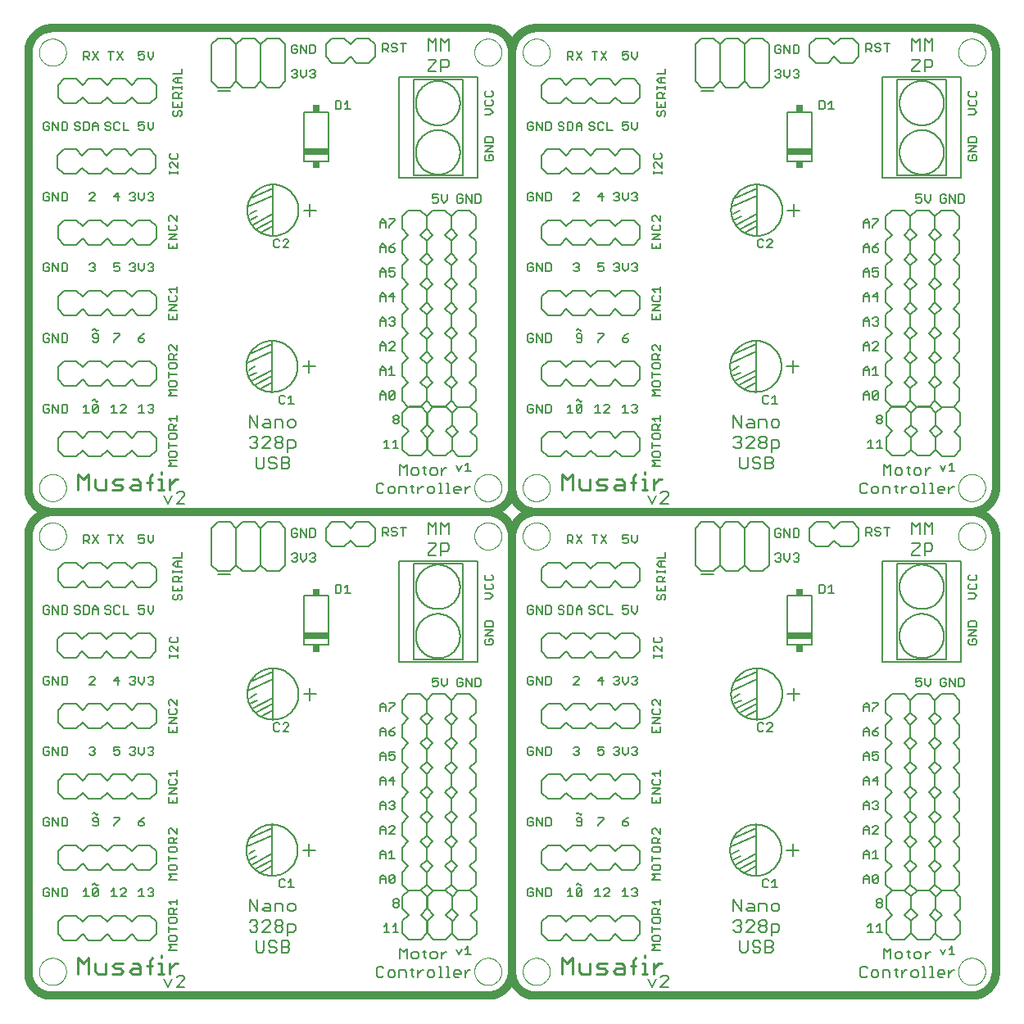
<source format=gto>
G75*
%MOIN*%
%OFA0B0*%
%FSLAX25Y25*%
%IPPOS*%
%LPD*%
%AMOC8*
5,1,8,0,0,1.08239X$1,22.5*
%
%ADD10C,0.00600*%
%ADD11C,0.00000*%
%ADD12C,0.01100*%
%ADD13C,0.00800*%
%ADD14C,0.01000*%
%ADD15C,0.03200*%
%ADD16C,0.00500*%
%ADD17R,0.10000X0.02500*%
%ADD18R,0.02500X0.02992*%
D10*
X0165225Y0173904D02*
X0166359Y0175038D01*
X0165225Y0176172D01*
X0168628Y0176172D01*
X0168060Y0177587D02*
X0168628Y0178154D01*
X0168628Y0179288D01*
X0168060Y0179855D01*
X0165792Y0179855D01*
X0165225Y0179288D01*
X0165225Y0178154D01*
X0165792Y0177587D01*
X0168060Y0177587D01*
X0168628Y0173904D02*
X0165225Y0173904D01*
X0165225Y0181270D02*
X0165225Y0183538D01*
X0165225Y0182404D02*
X0168628Y0182404D01*
X0168060Y0184953D02*
X0168628Y0185520D01*
X0168628Y0186654D01*
X0168060Y0187222D01*
X0165792Y0187222D01*
X0165225Y0186654D01*
X0165225Y0185520D01*
X0165792Y0184953D01*
X0168060Y0184953D01*
X0167493Y0188636D02*
X0167493Y0190338D01*
X0166926Y0190905D01*
X0165792Y0190905D01*
X0165225Y0190338D01*
X0165225Y0188636D01*
X0168628Y0188636D01*
X0167493Y0189770D02*
X0168628Y0190905D01*
X0168628Y0192319D02*
X0168628Y0194588D01*
X0168628Y0193454D02*
X0165225Y0193454D01*
X0166359Y0192319D01*
X0159113Y0196236D02*
X0158546Y0195669D01*
X0157412Y0195669D01*
X0156844Y0196236D01*
X0155430Y0195669D02*
X0153161Y0195669D01*
X0154296Y0195669D02*
X0154296Y0199072D01*
X0153161Y0197937D01*
X0156844Y0198505D02*
X0157412Y0199072D01*
X0158546Y0199072D01*
X0159113Y0198505D01*
X0159113Y0197937D01*
X0158546Y0197370D01*
X0159113Y0196803D01*
X0159113Y0196236D01*
X0158546Y0197370D02*
X0157979Y0197370D01*
X0165225Y0202644D02*
X0166359Y0203778D01*
X0165225Y0204912D01*
X0168628Y0204912D01*
X0168060Y0206327D02*
X0168628Y0206894D01*
X0168628Y0208028D01*
X0168060Y0208595D01*
X0165792Y0208595D01*
X0165225Y0208028D01*
X0165225Y0206894D01*
X0165792Y0206327D01*
X0168060Y0206327D01*
X0168628Y0202644D02*
X0165225Y0202644D01*
X0165225Y0210010D02*
X0165225Y0212279D01*
X0165225Y0211144D02*
X0168628Y0211144D01*
X0168060Y0213693D02*
X0168628Y0214260D01*
X0168628Y0215395D01*
X0168060Y0215962D01*
X0165792Y0215962D01*
X0165225Y0215395D01*
X0165225Y0214260D01*
X0165792Y0213693D01*
X0168060Y0213693D01*
X0167493Y0217376D02*
X0167493Y0219078D01*
X0166926Y0219645D01*
X0165792Y0219645D01*
X0165225Y0219078D01*
X0165225Y0217376D01*
X0168628Y0217376D01*
X0167493Y0218511D02*
X0168628Y0219645D01*
X0168628Y0221059D02*
X0166359Y0223328D01*
X0165792Y0223328D01*
X0165225Y0222761D01*
X0165225Y0221627D01*
X0165792Y0221059D01*
X0168628Y0221059D02*
X0168628Y0223328D01*
X0168628Y0233750D02*
X0165225Y0233750D01*
X0165225Y0236019D01*
X0165225Y0237433D02*
X0168628Y0239702D01*
X0165225Y0239702D01*
X0165792Y0241116D02*
X0168060Y0241116D01*
X0168628Y0241684D01*
X0168628Y0242818D01*
X0168060Y0243385D01*
X0168628Y0244800D02*
X0168628Y0247068D01*
X0168628Y0245934D02*
X0165225Y0245934D01*
X0166359Y0244800D01*
X0165792Y0243385D02*
X0165225Y0242818D01*
X0165225Y0241684D01*
X0165792Y0241116D01*
X0165225Y0237433D02*
X0168628Y0237433D01*
X0168628Y0236019D02*
X0168628Y0233750D01*
X0166926Y0233750D02*
X0166926Y0234884D01*
X0155363Y0227812D02*
X0154229Y0227245D01*
X0153094Y0226111D01*
X0154796Y0226111D01*
X0155363Y0225543D01*
X0155363Y0224976D01*
X0154796Y0224409D01*
X0153662Y0224409D01*
X0153094Y0224976D01*
X0153094Y0226111D01*
X0145363Y0227245D02*
X0143094Y0224976D01*
X0143094Y0224409D01*
X0143094Y0227812D02*
X0145363Y0227812D01*
X0145363Y0227245D01*
X0136613Y0227245D02*
X0136046Y0227812D01*
X0134912Y0227812D01*
X0134344Y0227245D01*
X0134344Y0226678D01*
X0134912Y0226111D01*
X0136613Y0226111D01*
X0136613Y0227245D02*
X0136613Y0224976D01*
X0136046Y0224409D01*
X0134912Y0224409D01*
X0134344Y0224976D01*
X0136046Y0228820D02*
X0136613Y0229387D01*
X0136046Y0228820D02*
X0134912Y0229954D01*
X0134344Y0229387D01*
X0124113Y0227245D02*
X0123546Y0227812D01*
X0121844Y0227812D01*
X0121844Y0224409D01*
X0123546Y0224409D01*
X0124113Y0224976D01*
X0124113Y0227245D01*
X0120430Y0227812D02*
X0120430Y0224409D01*
X0118161Y0227812D01*
X0118161Y0224409D01*
X0116747Y0224976D02*
X0116180Y0224409D01*
X0115045Y0224409D01*
X0114478Y0224976D01*
X0114478Y0227245D01*
X0115045Y0227812D01*
X0116180Y0227812D01*
X0116747Y0227245D01*
X0116747Y0226111D02*
X0115612Y0226111D01*
X0116747Y0226111D02*
X0116747Y0224976D01*
X0116180Y0199072D02*
X0115045Y0199072D01*
X0114478Y0198505D01*
X0114478Y0196236D01*
X0115045Y0195669D01*
X0116180Y0195669D01*
X0116747Y0196236D01*
X0116747Y0197370D01*
X0115612Y0197370D01*
X0116747Y0198505D02*
X0116180Y0199072D01*
X0118161Y0199072D02*
X0120430Y0195669D01*
X0120430Y0199072D01*
X0121844Y0199072D02*
X0121844Y0195669D01*
X0123546Y0195669D01*
X0124113Y0196236D01*
X0124113Y0198505D01*
X0123546Y0199072D01*
X0121844Y0199072D01*
X0118161Y0199072D02*
X0118161Y0195669D01*
X0130661Y0195669D02*
X0132930Y0195669D01*
X0131796Y0195669D02*
X0131796Y0199072D01*
X0130661Y0197937D01*
X0134344Y0198505D02*
X0134344Y0196236D01*
X0136613Y0198505D01*
X0136613Y0196236D01*
X0136046Y0195669D01*
X0134912Y0195669D01*
X0134344Y0196236D01*
X0134344Y0198505D02*
X0134912Y0199072D01*
X0136046Y0199072D01*
X0136613Y0198505D01*
X0136046Y0200079D02*
X0136613Y0200647D01*
X0136046Y0200079D02*
X0134912Y0201214D01*
X0134344Y0200647D01*
X0141911Y0197937D02*
X0143046Y0199072D01*
X0143046Y0195669D01*
X0144180Y0195669D02*
X0141911Y0195669D01*
X0145594Y0195669D02*
X0147863Y0197937D01*
X0147863Y0198505D01*
X0147296Y0199072D01*
X0146162Y0199072D01*
X0145594Y0198505D01*
X0145594Y0195669D02*
X0147863Y0195669D01*
X0150045Y0253149D02*
X0149478Y0253716D01*
X0150045Y0253149D02*
X0151180Y0253149D01*
X0151747Y0253716D01*
X0151747Y0254284D01*
X0151180Y0254851D01*
X0150612Y0254851D01*
X0151180Y0254851D02*
X0151747Y0255418D01*
X0151747Y0255985D01*
X0151180Y0256552D01*
X0150045Y0256552D01*
X0149478Y0255985D01*
X0153161Y0256552D02*
X0153161Y0254284D01*
X0154296Y0253149D01*
X0155430Y0254284D01*
X0155430Y0256552D01*
X0156844Y0255985D02*
X0157412Y0256552D01*
X0158546Y0256552D01*
X0159113Y0255985D01*
X0159113Y0255418D01*
X0158546Y0254851D01*
X0159113Y0254284D01*
X0159113Y0253716D01*
X0158546Y0253149D01*
X0157412Y0253149D01*
X0156844Y0253716D01*
X0157979Y0254851D02*
X0158546Y0254851D01*
X0165225Y0262490D02*
X0168628Y0262490D01*
X0168628Y0264759D01*
X0168628Y0266173D02*
X0165225Y0266173D01*
X0168628Y0268442D01*
X0165225Y0268442D01*
X0165792Y0269857D02*
X0168060Y0269857D01*
X0168628Y0270424D01*
X0168628Y0271558D01*
X0168060Y0272125D01*
X0168628Y0273540D02*
X0166359Y0275808D01*
X0165792Y0275808D01*
X0165225Y0275241D01*
X0165225Y0274107D01*
X0165792Y0273540D01*
X0165792Y0272125D02*
X0165225Y0271558D01*
X0165225Y0270424D01*
X0165792Y0269857D01*
X0168628Y0273540D02*
X0168628Y0275808D01*
X0165225Y0264759D02*
X0165225Y0262490D01*
X0166926Y0262490D02*
X0166926Y0263625D01*
X0158546Y0281889D02*
X0157412Y0281889D01*
X0156844Y0282457D01*
X0155430Y0283024D02*
X0155430Y0285292D01*
X0156844Y0284725D02*
X0157412Y0285292D01*
X0158546Y0285292D01*
X0159113Y0284725D01*
X0159113Y0284158D01*
X0158546Y0283591D01*
X0159113Y0283024D01*
X0159113Y0282457D01*
X0158546Y0281889D01*
X0158546Y0283591D02*
X0157979Y0283591D01*
X0155430Y0283024D02*
X0154296Y0281889D01*
X0153161Y0283024D01*
X0153161Y0285292D01*
X0151747Y0284725D02*
X0151747Y0284158D01*
X0151180Y0283591D01*
X0151747Y0283024D01*
X0151747Y0282457D01*
X0151180Y0281889D01*
X0150045Y0281889D01*
X0149478Y0282457D01*
X0150612Y0283591D02*
X0151180Y0283591D01*
X0151747Y0284725D02*
X0151180Y0285292D01*
X0150045Y0285292D01*
X0149478Y0284725D01*
X0145363Y0283591D02*
X0143094Y0283591D01*
X0144796Y0285292D01*
X0144796Y0281889D01*
X0135363Y0281889D02*
X0133094Y0281889D01*
X0135363Y0284158D01*
X0135363Y0284725D01*
X0134796Y0285292D01*
X0133662Y0285292D01*
X0133094Y0284725D01*
X0124113Y0284725D02*
X0124113Y0282457D01*
X0123546Y0281889D01*
X0121844Y0281889D01*
X0121844Y0285292D01*
X0123546Y0285292D01*
X0124113Y0284725D01*
X0120430Y0285292D02*
X0120430Y0281889D01*
X0118161Y0285292D01*
X0118161Y0281889D01*
X0116747Y0282457D02*
X0116747Y0283591D01*
X0115612Y0283591D01*
X0114478Y0284725D02*
X0114478Y0282457D01*
X0115045Y0281889D01*
X0116180Y0281889D01*
X0116747Y0282457D01*
X0116747Y0284725D02*
X0116180Y0285292D01*
X0115045Y0285292D01*
X0114478Y0284725D01*
X0115045Y0310630D02*
X0116180Y0310630D01*
X0116747Y0311197D01*
X0116747Y0312331D01*
X0115612Y0312331D01*
X0114478Y0313465D02*
X0114478Y0311197D01*
X0115045Y0310630D01*
X0114478Y0313465D02*
X0115045Y0314032D01*
X0116180Y0314032D01*
X0116747Y0313465D01*
X0118161Y0314032D02*
X0120430Y0310630D01*
X0120430Y0314032D01*
X0121844Y0314032D02*
X0121844Y0310630D01*
X0123546Y0310630D01*
X0124113Y0311197D01*
X0124113Y0313465D01*
X0123546Y0314032D01*
X0121844Y0314032D01*
X0118161Y0314032D02*
X0118161Y0310630D01*
X0126978Y0311197D02*
X0127545Y0310630D01*
X0128680Y0310630D01*
X0129247Y0311197D01*
X0129247Y0311764D01*
X0128680Y0312331D01*
X0127545Y0312331D01*
X0126978Y0312898D01*
X0126978Y0313465D01*
X0127545Y0314032D01*
X0128680Y0314032D01*
X0129247Y0313465D01*
X0130661Y0314032D02*
X0132363Y0314032D01*
X0132930Y0313465D01*
X0132930Y0311197D01*
X0132363Y0310630D01*
X0130661Y0310630D01*
X0130661Y0314032D01*
X0134344Y0312898D02*
X0135479Y0314032D01*
X0136613Y0312898D01*
X0136613Y0310630D01*
X0136613Y0312331D02*
X0134344Y0312331D01*
X0134344Y0312898D02*
X0134344Y0310630D01*
X0139478Y0311197D02*
X0140045Y0310630D01*
X0141180Y0310630D01*
X0141747Y0311197D01*
X0141747Y0311764D01*
X0141180Y0312331D01*
X0140045Y0312331D01*
X0139478Y0312898D01*
X0139478Y0313465D01*
X0140045Y0314032D01*
X0141180Y0314032D01*
X0141747Y0313465D01*
X0143161Y0313465D02*
X0143161Y0311197D01*
X0143728Y0310630D01*
X0144863Y0310630D01*
X0145430Y0311197D01*
X0146844Y0310630D02*
X0146844Y0314032D01*
X0145430Y0313465D02*
X0144863Y0314032D01*
X0143728Y0314032D01*
X0143161Y0313465D01*
X0146844Y0310630D02*
X0149113Y0310630D01*
X0153161Y0311197D02*
X0153728Y0310630D01*
X0154863Y0310630D01*
X0155430Y0311197D01*
X0155430Y0312331D01*
X0154863Y0312898D01*
X0154296Y0312898D01*
X0153161Y0312331D01*
X0153161Y0314032D01*
X0155430Y0314032D01*
X0156844Y0314032D02*
X0156844Y0311764D01*
X0157979Y0310630D01*
X0159113Y0311764D01*
X0159113Y0314032D01*
X0167154Y0316899D02*
X0167154Y0318033D01*
X0167721Y0318601D01*
X0168855Y0318033D02*
X0168855Y0316899D01*
X0168288Y0316332D01*
X0167721Y0316332D01*
X0167154Y0316899D01*
X0168855Y0318033D02*
X0169422Y0318601D01*
X0169990Y0318601D01*
X0170557Y0318033D01*
X0170557Y0316899D01*
X0169990Y0316332D01*
X0170557Y0320015D02*
X0167154Y0320015D01*
X0167154Y0322284D01*
X0167154Y0323698D02*
X0167154Y0325400D01*
X0167721Y0325967D01*
X0168855Y0325967D01*
X0169422Y0325400D01*
X0169422Y0323698D01*
X0169422Y0324833D02*
X0170557Y0325967D01*
X0170557Y0327381D02*
X0170557Y0328516D01*
X0170557Y0327949D02*
X0167154Y0327949D01*
X0167154Y0328516D02*
X0167154Y0327381D01*
X0168288Y0329837D02*
X0167154Y0330971D01*
X0168288Y0332105D01*
X0170557Y0332105D01*
X0170557Y0333520D02*
X0170557Y0335789D01*
X0170557Y0333520D02*
X0167154Y0333520D01*
X0168855Y0332105D02*
X0168855Y0329837D01*
X0168288Y0329837D02*
X0170557Y0329837D01*
X0170557Y0323698D02*
X0167154Y0323698D01*
X0168855Y0321149D02*
X0168855Y0320015D01*
X0170557Y0320015D02*
X0170557Y0322284D01*
X0168523Y0301300D02*
X0169090Y0300733D01*
X0169090Y0299599D01*
X0168523Y0299032D01*
X0166254Y0299032D01*
X0165687Y0299599D01*
X0165687Y0300733D01*
X0166254Y0301300D01*
X0166254Y0297617D02*
X0165687Y0297050D01*
X0165687Y0295916D01*
X0166254Y0295349D01*
X0165687Y0294028D02*
X0165687Y0292893D01*
X0165687Y0293460D02*
X0169090Y0293460D01*
X0169090Y0292893D02*
X0169090Y0294028D01*
X0169090Y0295349D02*
X0166822Y0297617D01*
X0166254Y0297617D01*
X0169090Y0297617D02*
X0169090Y0295349D01*
X0208161Y0265755D02*
X0208161Y0263486D01*
X0208728Y0262919D01*
X0209863Y0262919D01*
X0210430Y0263486D01*
X0211844Y0262919D02*
X0214113Y0265188D01*
X0214113Y0265755D01*
X0213546Y0266322D01*
X0212412Y0266322D01*
X0211844Y0265755D01*
X0210430Y0265755D02*
X0209863Y0266322D01*
X0208728Y0266322D01*
X0208161Y0265755D01*
X0211844Y0262919D02*
X0214113Y0262919D01*
X0251276Y0262817D02*
X0253544Y0262817D01*
X0253544Y0263384D02*
X0253544Y0261116D01*
X0254959Y0261683D02*
X0255526Y0261116D01*
X0256660Y0261116D01*
X0257227Y0261683D01*
X0257227Y0262250D01*
X0256660Y0262817D01*
X0254959Y0262817D01*
X0254959Y0261683D01*
X0254959Y0262817D02*
X0256093Y0263952D01*
X0257227Y0264519D01*
X0253544Y0263384D02*
X0252410Y0264519D01*
X0251276Y0263384D01*
X0251276Y0261116D01*
X0252410Y0254519D02*
X0253544Y0253384D01*
X0253544Y0251116D01*
X0254959Y0251683D02*
X0255526Y0251116D01*
X0256660Y0251116D01*
X0257227Y0251683D01*
X0257227Y0252817D01*
X0256660Y0253384D01*
X0256093Y0253384D01*
X0254959Y0252817D01*
X0254959Y0254519D01*
X0257227Y0254519D01*
X0253544Y0252817D02*
X0251276Y0252817D01*
X0251276Y0253384D02*
X0252410Y0254519D01*
X0251276Y0253384D02*
X0251276Y0251116D01*
X0252410Y0244519D02*
X0253544Y0243384D01*
X0253544Y0241116D01*
X0253544Y0242817D02*
X0251276Y0242817D01*
X0251276Y0243384D02*
X0252410Y0244519D01*
X0251276Y0243384D02*
X0251276Y0241116D01*
X0254959Y0242817D02*
X0257227Y0242817D01*
X0256660Y0241116D02*
X0256660Y0244519D01*
X0254959Y0242817D01*
X0255526Y0234519D02*
X0256660Y0234519D01*
X0257227Y0233952D01*
X0257227Y0233384D01*
X0256660Y0232817D01*
X0257227Y0232250D01*
X0257227Y0231683D01*
X0256660Y0231116D01*
X0255526Y0231116D01*
X0254959Y0231683D01*
X0253544Y0231116D02*
X0253544Y0233384D01*
X0252410Y0234519D01*
X0251276Y0233384D01*
X0251276Y0231116D01*
X0251276Y0232817D02*
X0253544Y0232817D01*
X0254959Y0233952D02*
X0255526Y0234519D01*
X0256093Y0232817D02*
X0256660Y0232817D01*
X0256660Y0224519D02*
X0255526Y0224519D01*
X0254959Y0223952D01*
X0253544Y0223384D02*
X0253544Y0221116D01*
X0254959Y0221116D02*
X0257227Y0223384D01*
X0257227Y0223952D01*
X0256660Y0224519D01*
X0253544Y0223384D02*
X0252410Y0224519D01*
X0251276Y0223384D01*
X0251276Y0221116D01*
X0251276Y0222817D02*
X0253544Y0222817D01*
X0254959Y0221116D02*
X0257227Y0221116D01*
X0256093Y0214519D02*
X0254959Y0213384D01*
X0253544Y0213384D02*
X0253544Y0211116D01*
X0254959Y0211116D02*
X0257227Y0211116D01*
X0256093Y0211116D02*
X0256093Y0214519D01*
X0253544Y0213384D02*
X0252410Y0214519D01*
X0251276Y0213384D01*
X0251276Y0211116D01*
X0251276Y0212817D02*
X0253544Y0212817D01*
X0252410Y0204519D02*
X0253544Y0203384D01*
X0253544Y0201116D01*
X0254959Y0201683D02*
X0257227Y0203952D01*
X0257227Y0201683D01*
X0256660Y0201116D01*
X0255526Y0201116D01*
X0254959Y0201683D01*
X0254959Y0203952D01*
X0255526Y0204519D01*
X0256660Y0204519D01*
X0257227Y0203952D01*
X0253544Y0202817D02*
X0251276Y0202817D01*
X0251276Y0203384D02*
X0252410Y0204519D01*
X0251276Y0203384D02*
X0251276Y0201116D01*
X0257168Y0194696D02*
X0258302Y0194696D01*
X0258869Y0194129D01*
X0258869Y0193562D01*
X0258302Y0192994D01*
X0257168Y0192994D01*
X0256600Y0193562D01*
X0256600Y0194129D01*
X0257168Y0194696D01*
X0257168Y0192994D02*
X0256600Y0192427D01*
X0256600Y0191860D01*
X0257168Y0191293D01*
X0258302Y0191293D01*
X0258869Y0191860D01*
X0258869Y0192427D01*
X0258302Y0192994D01*
X0257668Y0184696D02*
X0257668Y0181293D01*
X0256534Y0181293D02*
X0258802Y0181293D01*
X0256534Y0183562D02*
X0257668Y0184696D01*
X0253985Y0184696D02*
X0253985Y0181293D01*
X0255119Y0181293D02*
X0252850Y0181293D01*
X0252850Y0183562D02*
X0253985Y0184696D01*
X0282317Y0174268D02*
X0283451Y0172000D01*
X0284585Y0174268D01*
X0286000Y0174268D02*
X0287134Y0175403D01*
X0287134Y0172000D01*
X0286000Y0172000D02*
X0288269Y0172000D01*
X0311896Y0195669D02*
X0313030Y0195669D01*
X0313597Y0196236D01*
X0313597Y0197370D01*
X0312463Y0197370D01*
X0311329Y0196236D02*
X0311896Y0195669D01*
X0311329Y0196236D02*
X0311329Y0198505D01*
X0311896Y0199072D01*
X0313030Y0199072D01*
X0313597Y0198505D01*
X0315012Y0199072D02*
X0317280Y0195669D01*
X0317280Y0199072D01*
X0318695Y0199072D02*
X0320396Y0199072D01*
X0320963Y0198505D01*
X0320963Y0196236D01*
X0320396Y0195669D01*
X0318695Y0195669D01*
X0318695Y0199072D01*
X0315012Y0199072D02*
X0315012Y0195669D01*
X0327512Y0195669D02*
X0329780Y0195669D01*
X0328646Y0195669D02*
X0328646Y0199072D01*
X0327512Y0197937D01*
X0331195Y0198505D02*
X0331762Y0199072D01*
X0332896Y0199072D01*
X0333463Y0198505D01*
X0331195Y0196236D01*
X0331762Y0195669D01*
X0332896Y0195669D01*
X0333463Y0196236D01*
X0333463Y0198505D01*
X0332896Y0200079D02*
X0333463Y0200647D01*
X0332896Y0200079D02*
X0331762Y0201214D01*
X0331195Y0200647D01*
X0331195Y0198505D02*
X0331195Y0196236D01*
X0338762Y0195669D02*
X0341030Y0195669D01*
X0339896Y0195669D02*
X0339896Y0199072D01*
X0338762Y0197937D01*
X0342445Y0198505D02*
X0343012Y0199072D01*
X0344146Y0199072D01*
X0344713Y0198505D01*
X0344713Y0197937D01*
X0342445Y0195669D01*
X0344713Y0195669D01*
X0350012Y0195669D02*
X0352280Y0195669D01*
X0351146Y0195669D02*
X0351146Y0199072D01*
X0350012Y0197937D01*
X0353695Y0198505D02*
X0354262Y0199072D01*
X0355396Y0199072D01*
X0355963Y0198505D01*
X0355963Y0197937D01*
X0355396Y0197370D01*
X0355963Y0196803D01*
X0355963Y0196236D01*
X0355396Y0195669D01*
X0354262Y0195669D01*
X0353695Y0196236D01*
X0354829Y0197370D02*
X0355396Y0197370D01*
X0362075Y0193454D02*
X0365478Y0193454D01*
X0365478Y0194588D02*
X0365478Y0192319D01*
X0365478Y0190905D02*
X0364344Y0189770D01*
X0364344Y0190338D02*
X0364344Y0188636D01*
X0365478Y0188636D02*
X0362075Y0188636D01*
X0362075Y0190338D01*
X0362642Y0190905D01*
X0363777Y0190905D01*
X0364344Y0190338D01*
X0363209Y0192319D02*
X0362075Y0193454D01*
X0362642Y0187222D02*
X0362075Y0186654D01*
X0362075Y0185520D01*
X0362642Y0184953D01*
X0364911Y0184953D01*
X0365478Y0185520D01*
X0365478Y0186654D01*
X0364911Y0187222D01*
X0362642Y0187222D01*
X0362075Y0183538D02*
X0362075Y0181270D01*
X0362075Y0182404D02*
X0365478Y0182404D01*
X0364911Y0179855D02*
X0362642Y0179855D01*
X0362075Y0179288D01*
X0362075Y0178154D01*
X0362642Y0177587D01*
X0364911Y0177587D01*
X0365478Y0178154D01*
X0365478Y0179288D01*
X0364911Y0179855D01*
X0365478Y0176172D02*
X0362075Y0176172D01*
X0363209Y0175038D01*
X0362075Y0173904D01*
X0365478Y0173904D01*
X0365478Y0202644D02*
X0362075Y0202644D01*
X0363209Y0203778D01*
X0362075Y0204912D01*
X0365478Y0204912D01*
X0364911Y0206327D02*
X0362642Y0206327D01*
X0362075Y0206894D01*
X0362075Y0208028D01*
X0362642Y0208595D01*
X0364911Y0208595D01*
X0365478Y0208028D01*
X0365478Y0206894D01*
X0364911Y0206327D01*
X0362075Y0210010D02*
X0362075Y0212279D01*
X0362075Y0211144D02*
X0365478Y0211144D01*
X0364911Y0213693D02*
X0362642Y0213693D01*
X0362075Y0214260D01*
X0362075Y0215395D01*
X0362642Y0215962D01*
X0364911Y0215962D01*
X0365478Y0215395D01*
X0365478Y0214260D01*
X0364911Y0213693D01*
X0365478Y0217376D02*
X0362075Y0217376D01*
X0362075Y0219078D01*
X0362642Y0219645D01*
X0363777Y0219645D01*
X0364344Y0219078D01*
X0364344Y0217376D01*
X0364344Y0218511D02*
X0365478Y0219645D01*
X0365478Y0221059D02*
X0363209Y0223328D01*
X0362642Y0223328D01*
X0362075Y0222761D01*
X0362075Y0221627D01*
X0362642Y0221059D01*
X0365478Y0221059D02*
X0365478Y0223328D01*
X0365478Y0233750D02*
X0362075Y0233750D01*
X0362075Y0236019D01*
X0362075Y0237433D02*
X0365478Y0239702D01*
X0362075Y0239702D01*
X0362642Y0241116D02*
X0364911Y0241116D01*
X0365478Y0241684D01*
X0365478Y0242818D01*
X0364911Y0243385D01*
X0365478Y0244800D02*
X0365478Y0247068D01*
X0365478Y0245934D02*
X0362075Y0245934D01*
X0363209Y0244800D01*
X0362642Y0243385D02*
X0362075Y0242818D01*
X0362075Y0241684D01*
X0362642Y0241116D01*
X0362075Y0237433D02*
X0365478Y0237433D01*
X0365478Y0236019D02*
X0365478Y0233750D01*
X0363777Y0233750D02*
X0363777Y0234884D01*
X0352213Y0227812D02*
X0351079Y0227245D01*
X0349945Y0226111D01*
X0351646Y0226111D01*
X0352213Y0225543D01*
X0352213Y0224976D01*
X0351646Y0224409D01*
X0350512Y0224409D01*
X0349945Y0224976D01*
X0349945Y0226111D01*
X0342213Y0227245D02*
X0339945Y0224976D01*
X0339945Y0224409D01*
X0339945Y0227812D02*
X0342213Y0227812D01*
X0342213Y0227245D01*
X0333463Y0227245D02*
X0332896Y0227812D01*
X0331762Y0227812D01*
X0331195Y0227245D01*
X0331195Y0226678D01*
X0331762Y0226111D01*
X0333463Y0226111D01*
X0333463Y0227245D02*
X0333463Y0224976D01*
X0332896Y0224409D01*
X0331762Y0224409D01*
X0331195Y0224976D01*
X0332896Y0228820D02*
X0333463Y0229387D01*
X0332896Y0228820D02*
X0331762Y0229954D01*
X0331195Y0229387D01*
X0320963Y0227245D02*
X0320396Y0227812D01*
X0318695Y0227812D01*
X0318695Y0224409D01*
X0320396Y0224409D01*
X0320963Y0224976D01*
X0320963Y0227245D01*
X0317280Y0227812D02*
X0317280Y0224409D01*
X0315012Y0227812D01*
X0315012Y0224409D01*
X0313597Y0224976D02*
X0313030Y0224409D01*
X0311896Y0224409D01*
X0311329Y0224976D01*
X0311329Y0227245D01*
X0311896Y0227812D01*
X0313030Y0227812D01*
X0313597Y0227245D01*
X0313597Y0226111D02*
X0312463Y0226111D01*
X0313597Y0226111D02*
X0313597Y0224976D01*
X0313030Y0253149D02*
X0313597Y0253716D01*
X0313597Y0254851D01*
X0312463Y0254851D01*
X0313597Y0255985D02*
X0313030Y0256552D01*
X0311896Y0256552D01*
X0311329Y0255985D01*
X0311329Y0253716D01*
X0311896Y0253149D01*
X0313030Y0253149D01*
X0315012Y0253149D02*
X0315012Y0256552D01*
X0317280Y0253149D01*
X0317280Y0256552D01*
X0318695Y0256552D02*
X0320396Y0256552D01*
X0320963Y0255985D01*
X0320963Y0253716D01*
X0320396Y0253149D01*
X0318695Y0253149D01*
X0318695Y0256552D01*
X0329945Y0255985D02*
X0330512Y0256552D01*
X0331646Y0256552D01*
X0332213Y0255985D01*
X0332213Y0255418D01*
X0331646Y0254851D01*
X0332213Y0254284D01*
X0332213Y0253716D01*
X0331646Y0253149D01*
X0330512Y0253149D01*
X0329945Y0253716D01*
X0331079Y0254851D02*
X0331646Y0254851D01*
X0339945Y0254851D02*
X0341079Y0255418D01*
X0341646Y0255418D01*
X0342213Y0254851D01*
X0342213Y0253716D01*
X0341646Y0253149D01*
X0340512Y0253149D01*
X0339945Y0253716D01*
X0339945Y0254851D02*
X0339945Y0256552D01*
X0342213Y0256552D01*
X0346329Y0255985D02*
X0346896Y0256552D01*
X0348030Y0256552D01*
X0348597Y0255985D01*
X0348597Y0255418D01*
X0348030Y0254851D01*
X0348597Y0254284D01*
X0348597Y0253716D01*
X0348030Y0253149D01*
X0346896Y0253149D01*
X0346329Y0253716D01*
X0347463Y0254851D02*
X0348030Y0254851D01*
X0350012Y0254284D02*
X0351146Y0253149D01*
X0352280Y0254284D01*
X0352280Y0256552D01*
X0353695Y0255985D02*
X0354262Y0256552D01*
X0355396Y0256552D01*
X0355963Y0255985D01*
X0355963Y0255418D01*
X0355396Y0254851D01*
X0355963Y0254284D01*
X0355963Y0253716D01*
X0355396Y0253149D01*
X0354262Y0253149D01*
X0353695Y0253716D01*
X0354829Y0254851D02*
X0355396Y0254851D01*
X0350012Y0254284D02*
X0350012Y0256552D01*
X0362075Y0262490D02*
X0365478Y0262490D01*
X0365478Y0264759D01*
X0365478Y0266173D02*
X0362075Y0266173D01*
X0365478Y0268442D01*
X0362075Y0268442D01*
X0362642Y0269857D02*
X0364911Y0269857D01*
X0365478Y0270424D01*
X0365478Y0271558D01*
X0364911Y0272125D01*
X0365478Y0273540D02*
X0363209Y0275808D01*
X0362642Y0275808D01*
X0362075Y0275241D01*
X0362075Y0274107D01*
X0362642Y0273540D01*
X0362642Y0272125D02*
X0362075Y0271558D01*
X0362075Y0270424D01*
X0362642Y0269857D01*
X0365478Y0273540D02*
X0365478Y0275808D01*
X0362075Y0264759D02*
X0362075Y0262490D01*
X0363777Y0262490D02*
X0363777Y0263625D01*
X0355396Y0281889D02*
X0354262Y0281889D01*
X0353695Y0282457D01*
X0352280Y0283024D02*
X0352280Y0285292D01*
X0353695Y0284725D02*
X0354262Y0285292D01*
X0355396Y0285292D01*
X0355963Y0284725D01*
X0355963Y0284158D01*
X0355396Y0283591D01*
X0355963Y0283024D01*
X0355963Y0282457D01*
X0355396Y0281889D01*
X0355396Y0283591D02*
X0354829Y0283591D01*
X0352280Y0283024D02*
X0351146Y0281889D01*
X0350012Y0283024D01*
X0350012Y0285292D01*
X0348597Y0284725D02*
X0348597Y0284158D01*
X0348030Y0283591D01*
X0348597Y0283024D01*
X0348597Y0282457D01*
X0348030Y0281889D01*
X0346896Y0281889D01*
X0346329Y0282457D01*
X0347463Y0283591D02*
X0348030Y0283591D01*
X0348597Y0284725D02*
X0348030Y0285292D01*
X0346896Y0285292D01*
X0346329Y0284725D01*
X0342213Y0283591D02*
X0339945Y0283591D01*
X0341646Y0285292D01*
X0341646Y0281889D01*
X0332213Y0281889D02*
X0329945Y0281889D01*
X0332213Y0284158D01*
X0332213Y0284725D01*
X0331646Y0285292D01*
X0330512Y0285292D01*
X0329945Y0284725D01*
X0320963Y0284725D02*
X0320963Y0282457D01*
X0320396Y0281889D01*
X0318695Y0281889D01*
X0318695Y0285292D01*
X0320396Y0285292D01*
X0320963Y0284725D01*
X0317280Y0285292D02*
X0317280Y0281889D01*
X0315012Y0285292D01*
X0315012Y0281889D01*
X0313597Y0282457D02*
X0313597Y0283591D01*
X0312463Y0283591D01*
X0313597Y0284725D02*
X0313030Y0285292D01*
X0311896Y0285292D01*
X0311329Y0284725D01*
X0311329Y0282457D01*
X0311896Y0281889D01*
X0313030Y0281889D01*
X0313597Y0282457D01*
X0292210Y0281683D02*
X0292210Y0283952D01*
X0291643Y0284519D01*
X0289941Y0284519D01*
X0289941Y0281116D01*
X0291643Y0281116D01*
X0292210Y0281683D01*
X0288527Y0281116D02*
X0288527Y0284519D01*
X0286258Y0284519D02*
X0288527Y0281116D01*
X0286258Y0281116D02*
X0286258Y0284519D01*
X0284843Y0283952D02*
X0284276Y0284519D01*
X0283142Y0284519D01*
X0282575Y0283952D01*
X0282575Y0281683D01*
X0283142Y0281116D01*
X0284276Y0281116D01*
X0284843Y0281683D01*
X0284843Y0282817D01*
X0283709Y0282817D01*
X0278527Y0282250D02*
X0278527Y0284519D01*
X0278527Y0282250D02*
X0277392Y0281116D01*
X0276258Y0282250D01*
X0276258Y0284519D01*
X0274843Y0284519D02*
X0272575Y0284519D01*
X0272575Y0282817D01*
X0273709Y0283384D01*
X0274276Y0283384D01*
X0274843Y0282817D01*
X0274843Y0281683D01*
X0274276Y0281116D01*
X0273142Y0281116D01*
X0272575Y0281683D01*
X0257227Y0274519D02*
X0257227Y0273952D01*
X0254959Y0271683D01*
X0254959Y0271116D01*
X0253544Y0271116D02*
X0253544Y0273384D01*
X0252410Y0274519D01*
X0251276Y0273384D01*
X0251276Y0271116D01*
X0251276Y0272817D02*
X0253544Y0272817D01*
X0254959Y0274519D02*
X0257227Y0274519D01*
X0293838Y0298799D02*
X0294405Y0298232D01*
X0296673Y0298232D01*
X0297241Y0298799D01*
X0297241Y0299933D01*
X0296673Y0300500D01*
X0295539Y0300500D01*
X0295539Y0299366D01*
X0294405Y0300500D02*
X0293838Y0299933D01*
X0293838Y0298799D01*
X0293838Y0301915D02*
X0297241Y0304184D01*
X0293838Y0304184D01*
X0293838Y0305598D02*
X0293838Y0307300D01*
X0294405Y0307867D01*
X0296673Y0307867D01*
X0297241Y0307300D01*
X0297241Y0305598D01*
X0293838Y0305598D01*
X0293838Y0301915D02*
X0297241Y0301915D01*
X0296106Y0316982D02*
X0297241Y0318116D01*
X0296106Y0319250D01*
X0293838Y0319250D01*
X0294405Y0320665D02*
X0296673Y0320665D01*
X0297241Y0321232D01*
X0297241Y0322366D01*
X0296673Y0322934D01*
X0296673Y0324348D02*
X0294405Y0324348D01*
X0293838Y0324915D01*
X0293838Y0326050D01*
X0294405Y0326617D01*
X0296673Y0326617D02*
X0297241Y0326050D01*
X0297241Y0324915D01*
X0296673Y0324348D01*
X0294405Y0322934D02*
X0293838Y0322366D01*
X0293838Y0321232D01*
X0294405Y0320665D01*
X0293838Y0316982D02*
X0296106Y0316982D01*
X0311329Y0313465D02*
X0311329Y0311197D01*
X0311896Y0310630D01*
X0313030Y0310630D01*
X0313597Y0311197D01*
X0313597Y0312331D01*
X0312463Y0312331D01*
X0313597Y0313465D02*
X0313030Y0314032D01*
X0311896Y0314032D01*
X0311329Y0313465D01*
X0315012Y0314032D02*
X0317280Y0310630D01*
X0317280Y0314032D01*
X0318695Y0314032D02*
X0320396Y0314032D01*
X0320963Y0313465D01*
X0320963Y0311197D01*
X0320396Y0310630D01*
X0318695Y0310630D01*
X0318695Y0314032D01*
X0315012Y0314032D02*
X0315012Y0310630D01*
X0323829Y0311197D02*
X0324396Y0310630D01*
X0325530Y0310630D01*
X0326097Y0311197D01*
X0326097Y0311764D01*
X0325530Y0312331D01*
X0324396Y0312331D01*
X0323829Y0312898D01*
X0323829Y0313465D01*
X0324396Y0314032D01*
X0325530Y0314032D01*
X0326097Y0313465D01*
X0327512Y0314032D02*
X0329213Y0314032D01*
X0329780Y0313465D01*
X0329780Y0311197D01*
X0329213Y0310630D01*
X0327512Y0310630D01*
X0327512Y0314032D01*
X0331195Y0312898D02*
X0331195Y0310630D01*
X0331195Y0312331D02*
X0333463Y0312331D01*
X0333463Y0312898D02*
X0333463Y0310630D01*
X0333463Y0312898D02*
X0332329Y0314032D01*
X0331195Y0312898D01*
X0336329Y0312898D02*
X0336896Y0312331D01*
X0338030Y0312331D01*
X0338597Y0311764D01*
X0338597Y0311197D01*
X0338030Y0310630D01*
X0336896Y0310630D01*
X0336329Y0311197D01*
X0336329Y0312898D02*
X0336329Y0313465D01*
X0336896Y0314032D01*
X0338030Y0314032D01*
X0338597Y0313465D01*
X0340012Y0313465D02*
X0340012Y0311197D01*
X0340579Y0310630D01*
X0341713Y0310630D01*
X0342280Y0311197D01*
X0343695Y0310630D02*
X0345963Y0310630D01*
X0343695Y0310630D02*
X0343695Y0314032D01*
X0342280Y0313465D02*
X0341713Y0314032D01*
X0340579Y0314032D01*
X0340012Y0313465D01*
X0350012Y0314032D02*
X0350012Y0312331D01*
X0351146Y0312898D01*
X0351713Y0312898D01*
X0352280Y0312331D01*
X0352280Y0311197D01*
X0351713Y0310630D01*
X0350579Y0310630D01*
X0350012Y0311197D01*
X0350012Y0314032D02*
X0352280Y0314032D01*
X0353695Y0314032D02*
X0353695Y0311764D01*
X0354829Y0310630D01*
X0355963Y0311764D01*
X0355963Y0314032D01*
X0364004Y0316899D02*
X0364571Y0316332D01*
X0365138Y0316332D01*
X0365706Y0316899D01*
X0365706Y0318033D01*
X0366273Y0318601D01*
X0366840Y0318601D01*
X0367407Y0318033D01*
X0367407Y0316899D01*
X0366840Y0316332D01*
X0364004Y0316899D02*
X0364004Y0318033D01*
X0364571Y0318601D01*
X0364004Y0320015D02*
X0367407Y0320015D01*
X0367407Y0322284D01*
X0367407Y0323698D02*
X0364004Y0323698D01*
X0364004Y0325400D01*
X0364571Y0325967D01*
X0365706Y0325967D01*
X0366273Y0325400D01*
X0366273Y0323698D01*
X0366273Y0324833D02*
X0367407Y0325967D01*
X0367407Y0327381D02*
X0367407Y0328516D01*
X0367407Y0327949D02*
X0364004Y0327949D01*
X0364004Y0328516D02*
X0364004Y0327381D01*
X0365138Y0329837D02*
X0364004Y0330971D01*
X0365138Y0332105D01*
X0367407Y0332105D01*
X0367407Y0333520D02*
X0367407Y0335789D01*
X0367407Y0333520D02*
X0364004Y0333520D01*
X0365706Y0332105D02*
X0365706Y0329837D01*
X0365138Y0329837D02*
X0367407Y0329837D01*
X0364004Y0322284D02*
X0364004Y0320015D01*
X0365706Y0320015D02*
X0365706Y0321149D01*
X0365373Y0301300D02*
X0365941Y0300733D01*
X0365941Y0299599D01*
X0365373Y0299032D01*
X0363105Y0299032D01*
X0362538Y0299599D01*
X0362538Y0300733D01*
X0363105Y0301300D01*
X0363105Y0297617D02*
X0362538Y0297050D01*
X0362538Y0295916D01*
X0363105Y0295349D01*
X0362538Y0294028D02*
X0362538Y0292893D01*
X0362538Y0293460D02*
X0365941Y0293460D01*
X0365941Y0292893D02*
X0365941Y0294028D01*
X0365941Y0295349D02*
X0363672Y0297617D01*
X0363105Y0297617D01*
X0365941Y0297617D02*
X0365941Y0295349D01*
X0405012Y0265755D02*
X0405012Y0263486D01*
X0405579Y0262919D01*
X0406713Y0262919D01*
X0407280Y0263486D01*
X0408695Y0262919D02*
X0410963Y0265188D01*
X0410963Y0265755D01*
X0410396Y0266322D01*
X0409262Y0266322D01*
X0408695Y0265755D01*
X0407280Y0265755D02*
X0406713Y0266322D01*
X0405579Y0266322D01*
X0405012Y0265755D01*
X0408695Y0262919D02*
X0410963Y0262919D01*
X0448126Y0262817D02*
X0450395Y0262817D01*
X0450395Y0263384D02*
X0450395Y0261116D01*
X0451809Y0261683D02*
X0452376Y0261116D01*
X0453511Y0261116D01*
X0454078Y0261683D01*
X0454078Y0262250D01*
X0453511Y0262817D01*
X0451809Y0262817D01*
X0451809Y0261683D01*
X0451809Y0262817D02*
X0452943Y0263952D01*
X0454078Y0264519D01*
X0450395Y0263384D02*
X0449260Y0264519D01*
X0448126Y0263384D01*
X0448126Y0261116D01*
X0449260Y0254519D02*
X0450395Y0253384D01*
X0450395Y0251116D01*
X0451809Y0251683D02*
X0452376Y0251116D01*
X0453511Y0251116D01*
X0454078Y0251683D01*
X0454078Y0252817D01*
X0453511Y0253384D01*
X0452943Y0253384D01*
X0451809Y0252817D01*
X0451809Y0254519D01*
X0454078Y0254519D01*
X0450395Y0252817D02*
X0448126Y0252817D01*
X0448126Y0253384D02*
X0449260Y0254519D01*
X0448126Y0253384D02*
X0448126Y0251116D01*
X0449260Y0244519D02*
X0450395Y0243384D01*
X0450395Y0241116D01*
X0450395Y0242817D02*
X0448126Y0242817D01*
X0448126Y0243384D02*
X0449260Y0244519D01*
X0448126Y0243384D02*
X0448126Y0241116D01*
X0451809Y0242817D02*
X0454078Y0242817D01*
X0453511Y0241116D02*
X0453511Y0244519D01*
X0451809Y0242817D01*
X0452376Y0234519D02*
X0453511Y0234519D01*
X0454078Y0233952D01*
X0454078Y0233384D01*
X0453511Y0232817D01*
X0454078Y0232250D01*
X0454078Y0231683D01*
X0453511Y0231116D01*
X0452376Y0231116D01*
X0451809Y0231683D01*
X0450395Y0231116D02*
X0450395Y0233384D01*
X0449260Y0234519D01*
X0448126Y0233384D01*
X0448126Y0231116D01*
X0448126Y0232817D02*
X0450395Y0232817D01*
X0451809Y0233952D02*
X0452376Y0234519D01*
X0452943Y0232817D02*
X0453511Y0232817D01*
X0453511Y0224519D02*
X0452376Y0224519D01*
X0451809Y0223952D01*
X0450395Y0223384D02*
X0450395Y0221116D01*
X0451809Y0221116D02*
X0454078Y0223384D01*
X0454078Y0223952D01*
X0453511Y0224519D01*
X0450395Y0223384D02*
X0449260Y0224519D01*
X0448126Y0223384D01*
X0448126Y0221116D01*
X0448126Y0222817D02*
X0450395Y0222817D01*
X0451809Y0221116D02*
X0454078Y0221116D01*
X0452943Y0214519D02*
X0452943Y0211116D01*
X0451809Y0211116D02*
X0454078Y0211116D01*
X0451809Y0213384D02*
X0452943Y0214519D01*
X0450395Y0213384D02*
X0450395Y0211116D01*
X0450395Y0212817D02*
X0448126Y0212817D01*
X0448126Y0213384D02*
X0449260Y0214519D01*
X0450395Y0213384D01*
X0448126Y0213384D02*
X0448126Y0211116D01*
X0449260Y0204519D02*
X0450395Y0203384D01*
X0450395Y0201116D01*
X0451809Y0201683D02*
X0454078Y0203952D01*
X0454078Y0201683D01*
X0453511Y0201116D01*
X0452376Y0201116D01*
X0451809Y0201683D01*
X0451809Y0203952D01*
X0452376Y0204519D01*
X0453511Y0204519D01*
X0454078Y0203952D01*
X0450395Y0202817D02*
X0448126Y0202817D01*
X0448126Y0203384D02*
X0449260Y0204519D01*
X0448126Y0203384D02*
X0448126Y0201116D01*
X0454018Y0194696D02*
X0455152Y0194696D01*
X0455719Y0194129D01*
X0455719Y0193562D01*
X0455152Y0192994D01*
X0454018Y0192994D01*
X0453451Y0193562D01*
X0453451Y0194129D01*
X0454018Y0194696D01*
X0454018Y0192994D02*
X0453451Y0192427D01*
X0453451Y0191860D01*
X0454018Y0191293D01*
X0455152Y0191293D01*
X0455719Y0191860D01*
X0455719Y0192427D01*
X0455152Y0192994D01*
X0454518Y0184696D02*
X0454518Y0181293D01*
X0453384Y0181293D02*
X0455653Y0181293D01*
X0453384Y0183562D02*
X0454518Y0184696D01*
X0450835Y0184696D02*
X0450835Y0181293D01*
X0449701Y0181293D02*
X0451969Y0181293D01*
X0449701Y0183562D02*
X0450835Y0184696D01*
X0479167Y0174268D02*
X0480302Y0172000D01*
X0481436Y0174268D01*
X0482850Y0174268D02*
X0483985Y0175403D01*
X0483985Y0172000D01*
X0485119Y0172000D02*
X0482850Y0172000D01*
X0413089Y0199356D02*
X0410821Y0199356D01*
X0411955Y0199356D02*
X0411955Y0202759D01*
X0410821Y0201625D01*
X0409406Y0202192D02*
X0408839Y0202759D01*
X0407705Y0202759D01*
X0407138Y0202192D01*
X0407138Y0199923D01*
X0407705Y0199356D01*
X0408839Y0199356D01*
X0409406Y0199923D01*
X0448126Y0271116D02*
X0448126Y0273384D01*
X0449260Y0274519D01*
X0450395Y0273384D01*
X0450395Y0271116D01*
X0451809Y0271116D02*
X0451809Y0271683D01*
X0454078Y0273952D01*
X0454078Y0274519D01*
X0451809Y0274519D01*
X0450395Y0272817D02*
X0448126Y0272817D01*
X0469425Y0281683D02*
X0469992Y0281116D01*
X0471127Y0281116D01*
X0471694Y0281683D01*
X0471694Y0282817D01*
X0471127Y0283384D01*
X0470559Y0283384D01*
X0469425Y0282817D01*
X0469425Y0284519D01*
X0471694Y0284519D01*
X0473108Y0284519D02*
X0473108Y0282250D01*
X0474243Y0281116D01*
X0475377Y0282250D01*
X0475377Y0284519D01*
X0479425Y0283952D02*
X0479425Y0281683D01*
X0479992Y0281116D01*
X0481127Y0281116D01*
X0481694Y0281683D01*
X0481694Y0282817D01*
X0480559Y0282817D01*
X0479425Y0283952D02*
X0479992Y0284519D01*
X0481127Y0284519D01*
X0481694Y0283952D01*
X0483108Y0284519D02*
X0483108Y0281116D01*
X0485377Y0281116D02*
X0483108Y0284519D01*
X0485377Y0284519D02*
X0485377Y0281116D01*
X0486791Y0281116D02*
X0488493Y0281116D01*
X0489060Y0281683D01*
X0489060Y0283952D01*
X0488493Y0284519D01*
X0486791Y0284519D01*
X0486791Y0281116D01*
X0491255Y0298232D02*
X0493524Y0298232D01*
X0494091Y0298799D01*
X0494091Y0299933D01*
X0493524Y0300500D01*
X0492389Y0300500D01*
X0492389Y0299366D01*
X0491255Y0298232D02*
X0490688Y0298799D01*
X0490688Y0299933D01*
X0491255Y0300500D01*
X0490688Y0301915D02*
X0494091Y0304184D01*
X0490688Y0304184D01*
X0490688Y0305598D02*
X0490688Y0307300D01*
X0491255Y0307867D01*
X0493524Y0307867D01*
X0494091Y0307300D01*
X0494091Y0305598D01*
X0490688Y0305598D01*
X0490688Y0301915D02*
X0494091Y0301915D01*
X0492957Y0316982D02*
X0490688Y0316982D01*
X0490688Y0319250D02*
X0492957Y0319250D01*
X0494091Y0318116D01*
X0492957Y0316982D01*
X0493524Y0320665D02*
X0491255Y0320665D01*
X0490688Y0321232D01*
X0490688Y0322366D01*
X0491255Y0322934D01*
X0491255Y0324348D02*
X0493524Y0324348D01*
X0494091Y0324915D01*
X0494091Y0326050D01*
X0493524Y0326617D01*
X0491255Y0326617D02*
X0490688Y0326050D01*
X0490688Y0324915D01*
X0491255Y0324348D01*
X0493524Y0322934D02*
X0494091Y0322366D01*
X0494091Y0321232D01*
X0493524Y0320665D01*
X0458721Y0345971D02*
X0456452Y0345971D01*
X0457586Y0345971D02*
X0457586Y0342568D01*
X0455038Y0343135D02*
X0454470Y0342568D01*
X0453336Y0342568D01*
X0452769Y0343135D01*
X0453336Y0344269D02*
X0454470Y0344269D01*
X0455038Y0343702D01*
X0455038Y0343135D01*
X0453336Y0344269D02*
X0452769Y0344836D01*
X0452769Y0345403D01*
X0453336Y0345971D01*
X0454470Y0345971D01*
X0455038Y0345403D01*
X0451354Y0345403D02*
X0451354Y0344269D01*
X0450787Y0343702D01*
X0449086Y0343702D01*
X0450220Y0343702D02*
X0451354Y0342568D01*
X0449086Y0342568D02*
X0449086Y0345971D01*
X0450787Y0345971D01*
X0451354Y0345403D01*
X0434892Y0322574D02*
X0434892Y0319171D01*
X0433758Y0319171D02*
X0436027Y0319171D01*
X0433758Y0321440D02*
X0434892Y0322574D01*
X0432343Y0322007D02*
X0431776Y0322574D01*
X0430075Y0322574D01*
X0430075Y0319171D01*
X0431776Y0319171D01*
X0432343Y0319738D01*
X0432343Y0322007D01*
X0421770Y0332486D02*
X0421203Y0331919D01*
X0420069Y0331919D01*
X0419502Y0332486D01*
X0418087Y0333053D02*
X0418087Y0335322D01*
X0419502Y0334755D02*
X0420069Y0335322D01*
X0421203Y0335322D01*
X0421770Y0334755D01*
X0421770Y0334188D01*
X0421203Y0333620D01*
X0421770Y0333053D01*
X0421770Y0332486D01*
X0421203Y0333620D02*
X0420636Y0333620D01*
X0418087Y0333053D02*
X0416953Y0331919D01*
X0415819Y0333053D01*
X0415819Y0335322D01*
X0414404Y0334755D02*
X0414404Y0334188D01*
X0413837Y0333620D01*
X0414404Y0333053D01*
X0414404Y0332486D01*
X0413837Y0331919D01*
X0412703Y0331919D01*
X0412136Y0332486D01*
X0413270Y0333620D02*
X0413837Y0333620D01*
X0414404Y0334755D02*
X0413837Y0335322D01*
X0412703Y0335322D01*
X0412136Y0334755D01*
X0412703Y0341919D02*
X0413837Y0341919D01*
X0414404Y0342486D01*
X0414404Y0343620D01*
X0413270Y0343620D01*
X0412136Y0342486D02*
X0412703Y0341919D01*
X0412136Y0342486D02*
X0412136Y0344755D01*
X0412703Y0345322D01*
X0413837Y0345322D01*
X0414404Y0344755D01*
X0415819Y0345322D02*
X0418087Y0341919D01*
X0418087Y0345322D01*
X0419502Y0345322D02*
X0421203Y0345322D01*
X0421770Y0344755D01*
X0421770Y0342486D01*
X0421203Y0341919D01*
X0419502Y0341919D01*
X0419502Y0345322D01*
X0415819Y0345322D02*
X0415819Y0341919D01*
X0449701Y0378143D02*
X0451969Y0378143D01*
X0450835Y0378143D02*
X0450835Y0381546D01*
X0449701Y0380412D01*
X0453384Y0380412D02*
X0454518Y0381546D01*
X0454518Y0378143D01*
X0453384Y0378143D02*
X0455653Y0378143D01*
X0455152Y0388143D02*
X0454018Y0388143D01*
X0453451Y0388710D01*
X0453451Y0389278D01*
X0454018Y0389845D01*
X0455152Y0389845D01*
X0455719Y0389278D01*
X0455719Y0388710D01*
X0455152Y0388143D01*
X0455152Y0389845D02*
X0455719Y0390412D01*
X0455719Y0390979D01*
X0455152Y0391546D01*
X0454018Y0391546D01*
X0453451Y0390979D01*
X0453451Y0390412D01*
X0454018Y0389845D01*
X0453511Y0397966D02*
X0452376Y0397966D01*
X0451809Y0398533D01*
X0454078Y0400802D01*
X0454078Y0398533D01*
X0453511Y0397966D01*
X0451809Y0398533D02*
X0451809Y0400802D01*
X0452376Y0401369D01*
X0453511Y0401369D01*
X0454078Y0400802D01*
X0450395Y0400235D02*
X0450395Y0397966D01*
X0450395Y0399668D02*
X0448126Y0399668D01*
X0448126Y0400235D02*
X0449260Y0401369D01*
X0450395Y0400235D01*
X0448126Y0400235D02*
X0448126Y0397966D01*
X0448126Y0407966D02*
X0448126Y0410235D01*
X0449260Y0411369D01*
X0450395Y0410235D01*
X0450395Y0407966D01*
X0451809Y0407966D02*
X0454078Y0407966D01*
X0452943Y0407966D02*
X0452943Y0411369D01*
X0451809Y0410235D01*
X0450395Y0409668D02*
X0448126Y0409668D01*
X0448126Y0417966D02*
X0448126Y0420235D01*
X0449260Y0421369D01*
X0450395Y0420235D01*
X0450395Y0417966D01*
X0451809Y0417966D02*
X0454078Y0420235D01*
X0454078Y0420802D01*
X0453511Y0421369D01*
X0452376Y0421369D01*
X0451809Y0420802D01*
X0450395Y0419668D02*
X0448126Y0419668D01*
X0451809Y0417966D02*
X0454078Y0417966D01*
X0453511Y0427966D02*
X0452376Y0427966D01*
X0451809Y0428533D01*
X0450395Y0427966D02*
X0450395Y0430235D01*
X0449260Y0431369D01*
X0448126Y0430235D01*
X0448126Y0427966D01*
X0448126Y0429668D02*
X0450395Y0429668D01*
X0451809Y0430802D02*
X0452376Y0431369D01*
X0453511Y0431369D01*
X0454078Y0430802D01*
X0454078Y0430235D01*
X0453511Y0429668D01*
X0454078Y0429100D01*
X0454078Y0428533D01*
X0453511Y0427966D01*
X0453511Y0429668D02*
X0452943Y0429668D01*
X0453511Y0437966D02*
X0453511Y0441369D01*
X0451809Y0439668D01*
X0454078Y0439668D01*
X0450395Y0439668D02*
X0448126Y0439668D01*
X0448126Y0440235D02*
X0449260Y0441369D01*
X0450395Y0440235D01*
X0450395Y0437966D01*
X0448126Y0437966D02*
X0448126Y0440235D01*
X0448126Y0447966D02*
X0448126Y0450235D01*
X0449260Y0451369D01*
X0450395Y0450235D01*
X0450395Y0447966D01*
X0451809Y0448533D02*
X0452376Y0447966D01*
X0453511Y0447966D01*
X0454078Y0448533D01*
X0454078Y0449668D01*
X0453511Y0450235D01*
X0452943Y0450235D01*
X0451809Y0449668D01*
X0451809Y0451369D01*
X0454078Y0451369D01*
X0450395Y0449668D02*
X0448126Y0449668D01*
X0448126Y0457966D02*
X0448126Y0460235D01*
X0449260Y0461369D01*
X0450395Y0460235D01*
X0450395Y0457966D01*
X0451809Y0458533D02*
X0452376Y0457966D01*
X0453511Y0457966D01*
X0454078Y0458533D01*
X0454078Y0459100D01*
X0453511Y0459668D01*
X0451809Y0459668D01*
X0451809Y0458533D01*
X0451809Y0459668D02*
X0452943Y0460802D01*
X0454078Y0461369D01*
X0450395Y0459668D02*
X0448126Y0459668D01*
X0448126Y0467966D02*
X0448126Y0470235D01*
X0449260Y0471369D01*
X0450395Y0470235D01*
X0450395Y0467966D01*
X0451809Y0467966D02*
X0451809Y0468533D01*
X0454078Y0470802D01*
X0454078Y0471369D01*
X0451809Y0471369D01*
X0450395Y0469668D02*
X0448126Y0469668D01*
X0469425Y0478533D02*
X0469992Y0477966D01*
X0471127Y0477966D01*
X0471694Y0478533D01*
X0471694Y0479668D01*
X0471127Y0480235D01*
X0470559Y0480235D01*
X0469425Y0479668D01*
X0469425Y0481369D01*
X0471694Y0481369D01*
X0473108Y0481369D02*
X0473108Y0479100D01*
X0474243Y0477966D01*
X0475377Y0479100D01*
X0475377Y0481369D01*
X0479425Y0480802D02*
X0479425Y0478533D01*
X0479992Y0477966D01*
X0481127Y0477966D01*
X0481694Y0478533D01*
X0481694Y0479668D01*
X0480559Y0479668D01*
X0479425Y0480802D02*
X0479992Y0481369D01*
X0481127Y0481369D01*
X0481694Y0480802D01*
X0483108Y0481369D02*
X0485377Y0477966D01*
X0485377Y0481369D01*
X0486791Y0481369D02*
X0488493Y0481369D01*
X0489060Y0480802D01*
X0489060Y0478533D01*
X0488493Y0477966D01*
X0486791Y0477966D01*
X0486791Y0481369D01*
X0483108Y0481369D02*
X0483108Y0477966D01*
X0491255Y0495082D02*
X0493524Y0495082D01*
X0494091Y0495649D01*
X0494091Y0496784D01*
X0493524Y0497351D01*
X0492389Y0497351D01*
X0492389Y0496217D01*
X0491255Y0497351D02*
X0490688Y0496784D01*
X0490688Y0495649D01*
X0491255Y0495082D01*
X0490688Y0498765D02*
X0494091Y0501034D01*
X0490688Y0501034D01*
X0490688Y0502449D02*
X0490688Y0504150D01*
X0491255Y0504717D01*
X0493524Y0504717D01*
X0494091Y0504150D01*
X0494091Y0502449D01*
X0490688Y0502449D01*
X0490688Y0498765D02*
X0494091Y0498765D01*
X0492957Y0513832D02*
X0490688Y0513832D01*
X0492957Y0513832D02*
X0494091Y0514967D01*
X0492957Y0516101D01*
X0490688Y0516101D01*
X0491255Y0517515D02*
X0493524Y0517515D01*
X0494091Y0518083D01*
X0494091Y0519217D01*
X0493524Y0519784D01*
X0493524Y0521199D02*
X0494091Y0521766D01*
X0494091Y0522900D01*
X0493524Y0523467D01*
X0493524Y0521199D02*
X0491255Y0521199D01*
X0490688Y0521766D01*
X0490688Y0522900D01*
X0491255Y0523467D01*
X0491255Y0519784D02*
X0490688Y0519217D01*
X0490688Y0518083D01*
X0491255Y0517515D01*
X0458721Y0542821D02*
X0456452Y0542821D01*
X0457586Y0542821D02*
X0457586Y0539418D01*
X0455038Y0539985D02*
X0454470Y0539418D01*
X0453336Y0539418D01*
X0452769Y0539985D01*
X0453336Y0541120D02*
X0454470Y0541120D01*
X0455038Y0540552D01*
X0455038Y0539985D01*
X0453336Y0541120D02*
X0452769Y0541687D01*
X0452769Y0542254D01*
X0453336Y0542821D01*
X0454470Y0542821D01*
X0455038Y0542254D01*
X0451354Y0542254D02*
X0451354Y0541120D01*
X0450787Y0540552D01*
X0449086Y0540552D01*
X0449086Y0539418D02*
X0449086Y0542821D01*
X0450787Y0542821D01*
X0451354Y0542254D01*
X0450220Y0540552D02*
X0451354Y0539418D01*
X0434892Y0519424D02*
X0434892Y0516021D01*
X0433758Y0516021D02*
X0436027Y0516021D01*
X0433758Y0518290D02*
X0434892Y0519424D01*
X0432343Y0518857D02*
X0431776Y0519424D01*
X0430075Y0519424D01*
X0430075Y0516021D01*
X0431776Y0516021D01*
X0432343Y0516588D01*
X0432343Y0518857D01*
X0421770Y0529336D02*
X0421203Y0528769D01*
X0420069Y0528769D01*
X0419502Y0529336D01*
X0418087Y0529904D02*
X0418087Y0532172D01*
X0419502Y0531605D02*
X0420069Y0532172D01*
X0421203Y0532172D01*
X0421770Y0531605D01*
X0421770Y0531038D01*
X0421203Y0530471D01*
X0421770Y0529904D01*
X0421770Y0529336D01*
X0421203Y0530471D02*
X0420636Y0530471D01*
X0418087Y0529904D02*
X0416953Y0528769D01*
X0415819Y0529904D01*
X0415819Y0532172D01*
X0414404Y0531605D02*
X0414404Y0531038D01*
X0413837Y0530471D01*
X0414404Y0529904D01*
X0414404Y0529336D01*
X0413837Y0528769D01*
X0412703Y0528769D01*
X0412136Y0529336D01*
X0413270Y0530471D02*
X0413837Y0530471D01*
X0414404Y0531605D02*
X0413837Y0532172D01*
X0412703Y0532172D01*
X0412136Y0531605D01*
X0412703Y0538769D02*
X0413837Y0538769D01*
X0414404Y0539336D01*
X0414404Y0540471D01*
X0413270Y0540471D01*
X0414404Y0541605D02*
X0413837Y0542172D01*
X0412703Y0542172D01*
X0412136Y0541605D01*
X0412136Y0539336D01*
X0412703Y0538769D01*
X0415819Y0538769D02*
X0415819Y0542172D01*
X0418087Y0538769D01*
X0418087Y0542172D01*
X0419502Y0542172D02*
X0421203Y0542172D01*
X0421770Y0541605D01*
X0421770Y0539336D01*
X0421203Y0538769D01*
X0419502Y0538769D01*
X0419502Y0542172D01*
X0367407Y0532639D02*
X0367407Y0530370D01*
X0364004Y0530370D01*
X0365138Y0528956D02*
X0367407Y0528956D01*
X0365706Y0528956D02*
X0365706Y0526687D01*
X0365138Y0526687D02*
X0364004Y0527822D01*
X0365138Y0528956D01*
X0365138Y0526687D02*
X0367407Y0526687D01*
X0367407Y0525366D02*
X0367407Y0524232D01*
X0367407Y0524799D02*
X0364004Y0524799D01*
X0364004Y0524232D02*
X0364004Y0525366D01*
X0364571Y0522817D02*
X0365706Y0522817D01*
X0366273Y0522250D01*
X0366273Y0520549D01*
X0366273Y0521683D02*
X0367407Y0522817D01*
X0367407Y0520549D02*
X0364004Y0520549D01*
X0364004Y0522250D01*
X0364571Y0522817D01*
X0364004Y0519134D02*
X0364004Y0516865D01*
X0367407Y0516865D01*
X0367407Y0519134D01*
X0365706Y0518000D02*
X0365706Y0516865D01*
X0366273Y0515451D02*
X0366840Y0515451D01*
X0367407Y0514884D01*
X0367407Y0513749D01*
X0366840Y0513182D01*
X0365706Y0513749D02*
X0365706Y0514884D01*
X0366273Y0515451D01*
X0364571Y0515451D02*
X0364004Y0514884D01*
X0364004Y0513749D01*
X0364571Y0513182D01*
X0365138Y0513182D01*
X0365706Y0513749D01*
X0355963Y0510883D02*
X0355963Y0508614D01*
X0354829Y0507480D01*
X0353695Y0508614D01*
X0353695Y0510883D01*
X0352280Y0510883D02*
X0350012Y0510883D01*
X0350012Y0509181D01*
X0351146Y0509749D01*
X0351713Y0509749D01*
X0352280Y0509181D01*
X0352280Y0508047D01*
X0351713Y0507480D01*
X0350579Y0507480D01*
X0350012Y0508047D01*
X0345963Y0507480D02*
X0343695Y0507480D01*
X0343695Y0510883D01*
X0342280Y0510316D02*
X0341713Y0510883D01*
X0340579Y0510883D01*
X0340012Y0510316D01*
X0340012Y0508047D01*
X0340579Y0507480D01*
X0341713Y0507480D01*
X0342280Y0508047D01*
X0338597Y0508047D02*
X0338030Y0507480D01*
X0336896Y0507480D01*
X0336329Y0508047D01*
X0336896Y0509181D02*
X0336329Y0509749D01*
X0336329Y0510316D01*
X0336896Y0510883D01*
X0338030Y0510883D01*
X0338597Y0510316D01*
X0338030Y0509181D02*
X0338597Y0508614D01*
X0338597Y0508047D01*
X0338030Y0509181D02*
X0336896Y0509181D01*
X0333463Y0509181D02*
X0331195Y0509181D01*
X0331195Y0509749D02*
X0332329Y0510883D01*
X0333463Y0509749D01*
X0333463Y0507480D01*
X0331195Y0507480D02*
X0331195Y0509749D01*
X0329780Y0510316D02*
X0329213Y0510883D01*
X0327512Y0510883D01*
X0327512Y0507480D01*
X0329213Y0507480D01*
X0329780Y0508047D01*
X0329780Y0510316D01*
X0326097Y0510316D02*
X0325530Y0510883D01*
X0324396Y0510883D01*
X0323829Y0510316D01*
X0323829Y0509749D01*
X0324396Y0509181D01*
X0325530Y0509181D01*
X0326097Y0508614D01*
X0326097Y0508047D01*
X0325530Y0507480D01*
X0324396Y0507480D01*
X0323829Y0508047D01*
X0320963Y0508047D02*
X0320963Y0510316D01*
X0320396Y0510883D01*
X0318695Y0510883D01*
X0318695Y0507480D01*
X0320396Y0507480D01*
X0320963Y0508047D01*
X0317280Y0507480D02*
X0317280Y0510883D01*
X0315012Y0510883D02*
X0315012Y0507480D01*
X0313597Y0508047D02*
X0313597Y0509181D01*
X0312463Y0509181D01*
X0313597Y0508047D02*
X0313030Y0507480D01*
X0311896Y0507480D01*
X0311329Y0508047D01*
X0311329Y0510316D01*
X0311896Y0510883D01*
X0313030Y0510883D01*
X0313597Y0510316D01*
X0315012Y0510883D02*
X0317280Y0507480D01*
X0297241Y0504150D02*
X0296673Y0504717D01*
X0294405Y0504717D01*
X0293838Y0504150D01*
X0293838Y0502449D01*
X0297241Y0502449D01*
X0297241Y0504150D01*
X0297241Y0501034D02*
X0293838Y0501034D01*
X0293838Y0498765D02*
X0297241Y0501034D01*
X0297241Y0498765D02*
X0293838Y0498765D01*
X0294405Y0497351D02*
X0293838Y0496784D01*
X0293838Y0495649D01*
X0294405Y0495082D01*
X0296673Y0495082D01*
X0297241Y0495649D01*
X0297241Y0496784D01*
X0296673Y0497351D01*
X0295539Y0497351D01*
X0295539Y0496217D01*
X0296106Y0513832D02*
X0297241Y0514967D01*
X0296106Y0516101D01*
X0293838Y0516101D01*
X0294405Y0517515D02*
X0296673Y0517515D01*
X0297241Y0518083D01*
X0297241Y0519217D01*
X0296673Y0519784D01*
X0296673Y0521199D02*
X0297241Y0521766D01*
X0297241Y0522900D01*
X0296673Y0523467D01*
X0294405Y0523467D02*
X0293838Y0522900D01*
X0293838Y0521766D01*
X0294405Y0521199D01*
X0296673Y0521199D01*
X0294405Y0519784D02*
X0293838Y0519217D01*
X0293838Y0518083D01*
X0294405Y0517515D01*
X0293838Y0513832D02*
X0296106Y0513832D01*
X0291643Y0481369D02*
X0289941Y0481369D01*
X0289941Y0477966D01*
X0291643Y0477966D01*
X0292210Y0478533D01*
X0292210Y0480802D01*
X0291643Y0481369D01*
X0288527Y0481369D02*
X0288527Y0477966D01*
X0286258Y0481369D01*
X0286258Y0477966D01*
X0284843Y0478533D02*
X0284843Y0479668D01*
X0283709Y0479668D01*
X0282575Y0480802D02*
X0283142Y0481369D01*
X0284276Y0481369D01*
X0284843Y0480802D01*
X0282575Y0480802D02*
X0282575Y0478533D01*
X0283142Y0477966D01*
X0284276Y0477966D01*
X0284843Y0478533D01*
X0278527Y0479100D02*
X0278527Y0481369D01*
X0278527Y0479100D02*
X0277392Y0477966D01*
X0276258Y0479100D01*
X0276258Y0481369D01*
X0274843Y0481369D02*
X0272575Y0481369D01*
X0272575Y0479668D01*
X0273709Y0480235D01*
X0274276Y0480235D01*
X0274843Y0479668D01*
X0274843Y0478533D01*
X0274276Y0477966D01*
X0273142Y0477966D01*
X0272575Y0478533D01*
X0257227Y0471369D02*
X0257227Y0470802D01*
X0254959Y0468533D01*
X0254959Y0467966D01*
X0253544Y0467966D02*
X0253544Y0470235D01*
X0252410Y0471369D01*
X0251276Y0470235D01*
X0251276Y0467966D01*
X0251276Y0469668D02*
X0253544Y0469668D01*
X0254959Y0471369D02*
X0257227Y0471369D01*
X0257227Y0461369D02*
X0256093Y0460802D01*
X0254959Y0459668D01*
X0256660Y0459668D01*
X0257227Y0459100D01*
X0257227Y0458533D01*
X0256660Y0457966D01*
X0255526Y0457966D01*
X0254959Y0458533D01*
X0254959Y0459668D01*
X0253544Y0459668D02*
X0251276Y0459668D01*
X0251276Y0460235D02*
X0252410Y0461369D01*
X0253544Y0460235D01*
X0253544Y0457966D01*
X0251276Y0457966D02*
X0251276Y0460235D01*
X0252410Y0451369D02*
X0253544Y0450235D01*
X0253544Y0447966D01*
X0254959Y0448533D02*
X0255526Y0447966D01*
X0256660Y0447966D01*
X0257227Y0448533D01*
X0257227Y0449668D01*
X0256660Y0450235D01*
X0256093Y0450235D01*
X0254959Y0449668D01*
X0254959Y0451369D01*
X0257227Y0451369D01*
X0253544Y0449668D02*
X0251276Y0449668D01*
X0251276Y0450235D02*
X0252410Y0451369D01*
X0251276Y0450235D02*
X0251276Y0447966D01*
X0252410Y0441369D02*
X0253544Y0440235D01*
X0253544Y0437966D01*
X0253544Y0439668D02*
X0251276Y0439668D01*
X0251276Y0440235D02*
X0252410Y0441369D01*
X0251276Y0440235D02*
X0251276Y0437966D01*
X0254959Y0439668D02*
X0257227Y0439668D01*
X0256660Y0441369D02*
X0254959Y0439668D01*
X0256660Y0441369D02*
X0256660Y0437966D01*
X0256660Y0431369D02*
X0255526Y0431369D01*
X0254959Y0430802D01*
X0253544Y0430235D02*
X0253544Y0427966D01*
X0254959Y0428533D02*
X0255526Y0427966D01*
X0256660Y0427966D01*
X0257227Y0428533D01*
X0257227Y0429100D01*
X0256660Y0429668D01*
X0256093Y0429668D01*
X0256660Y0429668D02*
X0257227Y0430235D01*
X0257227Y0430802D01*
X0256660Y0431369D01*
X0253544Y0430235D02*
X0252410Y0431369D01*
X0251276Y0430235D01*
X0251276Y0427966D01*
X0251276Y0429668D02*
X0253544Y0429668D01*
X0252410Y0421369D02*
X0253544Y0420235D01*
X0253544Y0417966D01*
X0254959Y0417966D02*
X0257227Y0420235D01*
X0257227Y0420802D01*
X0256660Y0421369D01*
X0255526Y0421369D01*
X0254959Y0420802D01*
X0253544Y0419668D02*
X0251276Y0419668D01*
X0251276Y0420235D02*
X0252410Y0421369D01*
X0251276Y0420235D02*
X0251276Y0417966D01*
X0254959Y0417966D02*
X0257227Y0417966D01*
X0256093Y0411369D02*
X0254959Y0410235D01*
X0253544Y0410235D02*
X0253544Y0407966D01*
X0254959Y0407966D02*
X0257227Y0407966D01*
X0256093Y0407966D02*
X0256093Y0411369D01*
X0253544Y0410235D02*
X0252410Y0411369D01*
X0251276Y0410235D01*
X0251276Y0407966D01*
X0251276Y0409668D02*
X0253544Y0409668D01*
X0252410Y0401369D02*
X0253544Y0400235D01*
X0253544Y0397966D01*
X0254959Y0398533D02*
X0257227Y0400802D01*
X0257227Y0398533D01*
X0256660Y0397966D01*
X0255526Y0397966D01*
X0254959Y0398533D01*
X0254959Y0400802D01*
X0255526Y0401369D01*
X0256660Y0401369D01*
X0257227Y0400802D01*
X0253544Y0399668D02*
X0251276Y0399668D01*
X0251276Y0400235D02*
X0252410Y0401369D01*
X0251276Y0400235D02*
X0251276Y0397966D01*
X0257168Y0391546D02*
X0258302Y0391546D01*
X0258869Y0390979D01*
X0258869Y0390412D01*
X0258302Y0389845D01*
X0257168Y0389845D01*
X0256600Y0390412D01*
X0256600Y0390979D01*
X0257168Y0391546D01*
X0257168Y0389845D02*
X0256600Y0389278D01*
X0256600Y0388710D01*
X0257168Y0388143D01*
X0258302Y0388143D01*
X0258869Y0388710D01*
X0258869Y0389278D01*
X0258302Y0389845D01*
X0257668Y0381546D02*
X0257668Y0378143D01*
X0256534Y0378143D02*
X0258802Y0378143D01*
X0256534Y0380412D02*
X0257668Y0381546D01*
X0253985Y0381546D02*
X0253985Y0378143D01*
X0255119Y0378143D02*
X0252850Y0378143D01*
X0252850Y0380412D02*
X0253985Y0381546D01*
X0282317Y0371119D02*
X0283451Y0368850D01*
X0284585Y0371119D01*
X0286000Y0371119D02*
X0287134Y0372253D01*
X0287134Y0368850D01*
X0286000Y0368850D02*
X0288269Y0368850D01*
X0311896Y0392519D02*
X0313030Y0392519D01*
X0313597Y0393086D01*
X0313597Y0394221D01*
X0312463Y0394221D01*
X0313597Y0395355D02*
X0313030Y0395922D01*
X0311896Y0395922D01*
X0311329Y0395355D01*
X0311329Y0393086D01*
X0311896Y0392519D01*
X0315012Y0392519D02*
X0315012Y0395922D01*
X0317280Y0392519D01*
X0317280Y0395922D01*
X0318695Y0395922D02*
X0320396Y0395922D01*
X0320963Y0395355D01*
X0320963Y0393086D01*
X0320396Y0392519D01*
X0318695Y0392519D01*
X0318695Y0395922D01*
X0327512Y0394788D02*
X0328646Y0395922D01*
X0328646Y0392519D01*
X0327512Y0392519D02*
X0329780Y0392519D01*
X0331195Y0393086D02*
X0333463Y0395355D01*
X0333463Y0393086D01*
X0332896Y0392519D01*
X0331762Y0392519D01*
X0331195Y0393086D01*
X0331195Y0395355D01*
X0331762Y0395922D01*
X0332896Y0395922D01*
X0333463Y0395355D01*
X0332896Y0396930D02*
X0333463Y0397497D01*
X0332896Y0396930D02*
X0331762Y0398064D01*
X0331195Y0397497D01*
X0338762Y0394788D02*
X0339896Y0395922D01*
X0339896Y0392519D01*
X0338762Y0392519D02*
X0341030Y0392519D01*
X0342445Y0392519D02*
X0344713Y0394788D01*
X0344713Y0395355D01*
X0344146Y0395922D01*
X0343012Y0395922D01*
X0342445Y0395355D01*
X0342445Y0392519D02*
X0344713Y0392519D01*
X0350012Y0392519D02*
X0352280Y0392519D01*
X0351146Y0392519D02*
X0351146Y0395922D01*
X0350012Y0394788D01*
X0353695Y0395355D02*
X0354262Y0395922D01*
X0355396Y0395922D01*
X0355963Y0395355D01*
X0355963Y0394788D01*
X0355396Y0394221D01*
X0355963Y0393654D01*
X0355963Y0393086D01*
X0355396Y0392519D01*
X0354262Y0392519D01*
X0353695Y0393086D01*
X0354829Y0394221D02*
X0355396Y0394221D01*
X0362075Y0390304D02*
X0363209Y0389170D01*
X0362642Y0387755D02*
X0363777Y0387755D01*
X0364344Y0387188D01*
X0364344Y0385487D01*
X0364344Y0386621D02*
X0365478Y0387755D01*
X0365478Y0389170D02*
X0365478Y0391438D01*
X0365478Y0390304D02*
X0362075Y0390304D01*
X0362642Y0387755D02*
X0362075Y0387188D01*
X0362075Y0385487D01*
X0365478Y0385487D01*
X0364911Y0384072D02*
X0362642Y0384072D01*
X0362075Y0383505D01*
X0362075Y0382371D01*
X0362642Y0381803D01*
X0364911Y0381803D01*
X0365478Y0382371D01*
X0365478Y0383505D01*
X0364911Y0384072D01*
X0362075Y0380389D02*
X0362075Y0378120D01*
X0362075Y0379255D02*
X0365478Y0379255D01*
X0364911Y0376706D02*
X0362642Y0376706D01*
X0362075Y0376139D01*
X0362075Y0375004D01*
X0362642Y0374437D01*
X0364911Y0374437D01*
X0365478Y0375004D01*
X0365478Y0376139D01*
X0364911Y0376706D01*
X0365478Y0373023D02*
X0362075Y0373023D01*
X0363209Y0371888D01*
X0362075Y0370754D01*
X0365478Y0370754D01*
X0365478Y0399494D02*
X0362075Y0399494D01*
X0363209Y0400628D01*
X0362075Y0401763D01*
X0365478Y0401763D01*
X0364911Y0403177D02*
X0365478Y0403744D01*
X0365478Y0404879D01*
X0364911Y0405446D01*
X0362642Y0405446D01*
X0362075Y0404879D01*
X0362075Y0403744D01*
X0362642Y0403177D01*
X0364911Y0403177D01*
X0362075Y0406860D02*
X0362075Y0409129D01*
X0362075Y0407995D02*
X0365478Y0407995D01*
X0364911Y0410543D02*
X0362642Y0410543D01*
X0362075Y0411111D01*
X0362075Y0412245D01*
X0362642Y0412812D01*
X0364911Y0412812D01*
X0365478Y0412245D01*
X0365478Y0411111D01*
X0364911Y0410543D01*
X0365478Y0414227D02*
X0362075Y0414227D01*
X0362075Y0415928D01*
X0362642Y0416495D01*
X0363777Y0416495D01*
X0364344Y0415928D01*
X0364344Y0414227D01*
X0364344Y0415361D02*
X0365478Y0416495D01*
X0365478Y0417910D02*
X0363209Y0420178D01*
X0362642Y0420178D01*
X0362075Y0419611D01*
X0362075Y0418477D01*
X0362642Y0417910D01*
X0365478Y0417910D02*
X0365478Y0420178D01*
X0365478Y0430601D02*
X0362075Y0430601D01*
X0362075Y0432869D01*
X0362075Y0434284D02*
X0365478Y0436552D01*
X0362075Y0436552D01*
X0362642Y0437967D02*
X0364911Y0437967D01*
X0365478Y0438534D01*
X0365478Y0439668D01*
X0364911Y0440235D01*
X0365478Y0441650D02*
X0365478Y0443919D01*
X0365478Y0442784D02*
X0362075Y0442784D01*
X0363209Y0441650D01*
X0362642Y0440235D02*
X0362075Y0439668D01*
X0362075Y0438534D01*
X0362642Y0437967D01*
X0362075Y0434284D02*
X0365478Y0434284D01*
X0365478Y0432869D02*
X0365478Y0430601D01*
X0363777Y0430601D02*
X0363777Y0431735D01*
X0352213Y0424662D02*
X0351079Y0424095D01*
X0349945Y0422961D01*
X0351646Y0422961D01*
X0352213Y0422394D01*
X0352213Y0421827D01*
X0351646Y0421259D01*
X0350512Y0421259D01*
X0349945Y0421827D01*
X0349945Y0422961D01*
X0342213Y0424095D02*
X0339945Y0421827D01*
X0339945Y0421259D01*
X0339945Y0424662D02*
X0342213Y0424662D01*
X0342213Y0424095D01*
X0333463Y0424095D02*
X0333463Y0421827D01*
X0332896Y0421259D01*
X0331762Y0421259D01*
X0331195Y0421827D01*
X0331762Y0422961D02*
X0333463Y0422961D01*
X0333463Y0424095D02*
X0332896Y0424662D01*
X0331762Y0424662D01*
X0331195Y0424095D01*
X0331195Y0423528D01*
X0331762Y0422961D01*
X0332896Y0425670D02*
X0333463Y0426237D01*
X0332896Y0425670D02*
X0331762Y0426804D01*
X0331195Y0426237D01*
X0320963Y0424095D02*
X0320963Y0421827D01*
X0320396Y0421259D01*
X0318695Y0421259D01*
X0318695Y0424662D01*
X0320396Y0424662D01*
X0320963Y0424095D01*
X0317280Y0424662D02*
X0317280Y0421259D01*
X0315012Y0424662D01*
X0315012Y0421259D01*
X0313597Y0421827D02*
X0313597Y0422961D01*
X0312463Y0422961D01*
X0313597Y0424095D02*
X0313030Y0424662D01*
X0311896Y0424662D01*
X0311329Y0424095D01*
X0311329Y0421827D01*
X0311896Y0421259D01*
X0313030Y0421259D01*
X0313597Y0421827D01*
X0313030Y0450000D02*
X0313597Y0450567D01*
X0313597Y0451701D01*
X0312463Y0451701D01*
X0313597Y0452835D02*
X0313030Y0453403D01*
X0311896Y0453403D01*
X0311329Y0452835D01*
X0311329Y0450567D01*
X0311896Y0450000D01*
X0313030Y0450000D01*
X0315012Y0450000D02*
X0315012Y0453403D01*
X0317280Y0450000D01*
X0317280Y0453403D01*
X0318695Y0453403D02*
X0320396Y0453403D01*
X0320963Y0452835D01*
X0320963Y0450567D01*
X0320396Y0450000D01*
X0318695Y0450000D01*
X0318695Y0453403D01*
X0329945Y0452835D02*
X0330512Y0453403D01*
X0331646Y0453403D01*
X0332213Y0452835D01*
X0332213Y0452268D01*
X0331646Y0451701D01*
X0332213Y0451134D01*
X0332213Y0450567D01*
X0331646Y0450000D01*
X0330512Y0450000D01*
X0329945Y0450567D01*
X0331079Y0451701D02*
X0331646Y0451701D01*
X0339945Y0451701D02*
X0341079Y0452268D01*
X0341646Y0452268D01*
X0342213Y0451701D01*
X0342213Y0450567D01*
X0341646Y0450000D01*
X0340512Y0450000D01*
X0339945Y0450567D01*
X0339945Y0451701D02*
X0339945Y0453403D01*
X0342213Y0453403D01*
X0346329Y0452835D02*
X0346896Y0453403D01*
X0348030Y0453403D01*
X0348597Y0452835D01*
X0348597Y0452268D01*
X0348030Y0451701D01*
X0348597Y0451134D01*
X0348597Y0450567D01*
X0348030Y0450000D01*
X0346896Y0450000D01*
X0346329Y0450567D01*
X0347463Y0451701D02*
X0348030Y0451701D01*
X0350012Y0451134D02*
X0351146Y0450000D01*
X0352280Y0451134D01*
X0352280Y0453403D01*
X0353695Y0452835D02*
X0354262Y0453403D01*
X0355396Y0453403D01*
X0355963Y0452835D01*
X0355963Y0452268D01*
X0355396Y0451701D01*
X0355963Y0451134D01*
X0355963Y0450567D01*
X0355396Y0450000D01*
X0354262Y0450000D01*
X0353695Y0450567D01*
X0354829Y0451701D02*
X0355396Y0451701D01*
X0350012Y0451134D02*
X0350012Y0453403D01*
X0362075Y0459341D02*
X0365478Y0459341D01*
X0365478Y0461609D01*
X0365478Y0463024D02*
X0362075Y0463024D01*
X0365478Y0465292D01*
X0362075Y0465292D01*
X0362642Y0466707D02*
X0364911Y0466707D01*
X0365478Y0467274D01*
X0365478Y0468408D01*
X0364911Y0468976D01*
X0365478Y0470390D02*
X0363209Y0472659D01*
X0362642Y0472659D01*
X0362075Y0472091D01*
X0362075Y0470957D01*
X0362642Y0470390D01*
X0362642Y0468976D02*
X0362075Y0468408D01*
X0362075Y0467274D01*
X0362642Y0466707D01*
X0365478Y0470390D02*
X0365478Y0472659D01*
X0362075Y0461609D02*
X0362075Y0459341D01*
X0363777Y0459341D02*
X0363777Y0460475D01*
X0355396Y0478740D02*
X0354262Y0478740D01*
X0353695Y0479307D01*
X0352280Y0479874D02*
X0352280Y0482143D01*
X0353695Y0481576D02*
X0354262Y0482143D01*
X0355396Y0482143D01*
X0355963Y0481576D01*
X0355963Y0481008D01*
X0355396Y0480441D01*
X0355963Y0479874D01*
X0355963Y0479307D01*
X0355396Y0478740D01*
X0355396Y0480441D02*
X0354829Y0480441D01*
X0352280Y0479874D02*
X0351146Y0478740D01*
X0350012Y0479874D01*
X0350012Y0482143D01*
X0348597Y0481576D02*
X0348597Y0481008D01*
X0348030Y0480441D01*
X0348597Y0479874D01*
X0348597Y0479307D01*
X0348030Y0478740D01*
X0346896Y0478740D01*
X0346329Y0479307D01*
X0347463Y0480441D02*
X0348030Y0480441D01*
X0348597Y0481576D02*
X0348030Y0482143D01*
X0346896Y0482143D01*
X0346329Y0481576D01*
X0342213Y0480441D02*
X0339945Y0480441D01*
X0341646Y0482143D01*
X0341646Y0478740D01*
X0332213Y0478740D02*
X0329945Y0478740D01*
X0332213Y0481008D01*
X0332213Y0481576D01*
X0331646Y0482143D01*
X0330512Y0482143D01*
X0329945Y0481576D01*
X0320963Y0481576D02*
X0320396Y0482143D01*
X0318695Y0482143D01*
X0318695Y0478740D01*
X0320396Y0478740D01*
X0320963Y0479307D01*
X0320963Y0481576D01*
X0317280Y0482143D02*
X0317280Y0478740D01*
X0315012Y0482143D01*
X0315012Y0478740D01*
X0313597Y0479307D02*
X0313597Y0480441D01*
X0312463Y0480441D01*
X0313597Y0479307D02*
X0313030Y0478740D01*
X0311896Y0478740D01*
X0311329Y0479307D01*
X0311329Y0481576D01*
X0311896Y0482143D01*
X0313030Y0482143D01*
X0313597Y0481576D01*
X0362538Y0489744D02*
X0362538Y0490878D01*
X0362538Y0490311D02*
X0365941Y0490311D01*
X0365941Y0489744D02*
X0365941Y0490878D01*
X0365941Y0492199D02*
X0363672Y0494468D01*
X0363105Y0494468D01*
X0362538Y0493901D01*
X0362538Y0492766D01*
X0363105Y0492199D01*
X0365941Y0492199D02*
X0365941Y0494468D01*
X0365373Y0495882D02*
X0363105Y0495882D01*
X0362538Y0496449D01*
X0362538Y0497584D01*
X0363105Y0498151D01*
X0365373Y0498151D02*
X0365941Y0497584D01*
X0365941Y0496449D01*
X0365373Y0495882D01*
X0354829Y0536220D02*
X0355963Y0537354D01*
X0355963Y0539623D01*
X0353695Y0539623D02*
X0353695Y0537354D01*
X0354829Y0536220D01*
X0352280Y0536787D02*
X0351713Y0536220D01*
X0350579Y0536220D01*
X0350012Y0536787D01*
X0350012Y0537922D02*
X0351146Y0538489D01*
X0351713Y0538489D01*
X0352280Y0537922D01*
X0352280Y0536787D01*
X0350012Y0537922D02*
X0350012Y0539623D01*
X0352280Y0539623D01*
X0343463Y0539623D02*
X0341195Y0536220D01*
X0343463Y0536220D02*
X0341195Y0539623D01*
X0339780Y0539623D02*
X0337512Y0539623D01*
X0338646Y0539623D02*
X0338646Y0536220D01*
X0333463Y0536220D02*
X0331195Y0539623D01*
X0329780Y0539056D02*
X0329780Y0537922D01*
X0329213Y0537354D01*
X0327512Y0537354D01*
X0327512Y0536220D02*
X0327512Y0539623D01*
X0329213Y0539623D01*
X0329780Y0539056D01*
X0328646Y0537354D02*
X0329780Y0536220D01*
X0331195Y0536220D02*
X0333463Y0539623D01*
X0261870Y0542821D02*
X0259602Y0542821D01*
X0260736Y0542821D02*
X0260736Y0539418D01*
X0258187Y0539985D02*
X0257620Y0539418D01*
X0256486Y0539418D01*
X0255919Y0539985D01*
X0256486Y0541120D02*
X0257620Y0541120D01*
X0258187Y0540552D01*
X0258187Y0539985D01*
X0256486Y0541120D02*
X0255919Y0541687D01*
X0255919Y0542254D01*
X0256486Y0542821D01*
X0257620Y0542821D01*
X0258187Y0542254D01*
X0254504Y0542254D02*
X0254504Y0541120D01*
X0253937Y0540552D01*
X0252235Y0540552D01*
X0252235Y0539418D02*
X0252235Y0542821D01*
X0253937Y0542821D01*
X0254504Y0542254D01*
X0253370Y0540552D02*
X0254504Y0539418D01*
X0238042Y0519424D02*
X0238042Y0516021D01*
X0236908Y0516021D02*
X0239176Y0516021D01*
X0236908Y0518290D02*
X0238042Y0519424D01*
X0235493Y0518857D02*
X0234926Y0519424D01*
X0233224Y0519424D01*
X0233224Y0516021D01*
X0234926Y0516021D01*
X0235493Y0516588D01*
X0235493Y0518857D01*
X0224920Y0529336D02*
X0224353Y0528769D01*
X0223219Y0528769D01*
X0222652Y0529336D01*
X0221237Y0529904D02*
X0220103Y0528769D01*
X0218968Y0529904D01*
X0218968Y0532172D01*
X0217554Y0531605D02*
X0217554Y0531038D01*
X0216987Y0530471D01*
X0217554Y0529904D01*
X0217554Y0529336D01*
X0216987Y0528769D01*
X0215852Y0528769D01*
X0215285Y0529336D01*
X0216420Y0530471D02*
X0216987Y0530471D01*
X0217554Y0531605D02*
X0216987Y0532172D01*
X0215852Y0532172D01*
X0215285Y0531605D01*
X0221237Y0532172D02*
X0221237Y0529904D01*
X0222652Y0531605D02*
X0223219Y0532172D01*
X0224353Y0532172D01*
X0224920Y0531605D01*
X0224920Y0531038D01*
X0224353Y0530471D01*
X0224920Y0529904D01*
X0224920Y0529336D01*
X0224353Y0530471D02*
X0223786Y0530471D01*
X0224353Y0538769D02*
X0224920Y0539336D01*
X0224920Y0541605D01*
X0224353Y0542172D01*
X0222652Y0542172D01*
X0222652Y0538769D01*
X0224353Y0538769D01*
X0221237Y0538769D02*
X0221237Y0542172D01*
X0218968Y0542172D02*
X0221237Y0538769D01*
X0218968Y0538769D02*
X0218968Y0542172D01*
X0217554Y0541605D02*
X0216987Y0542172D01*
X0215852Y0542172D01*
X0215285Y0541605D01*
X0215285Y0539336D01*
X0215852Y0538769D01*
X0216987Y0538769D01*
X0217554Y0539336D01*
X0217554Y0540471D01*
X0216420Y0540471D01*
X0170557Y0532639D02*
X0170557Y0530370D01*
X0167154Y0530370D01*
X0168288Y0528956D02*
X0167154Y0527822D01*
X0168288Y0526687D01*
X0170557Y0526687D01*
X0170557Y0525366D02*
X0170557Y0524232D01*
X0170557Y0524799D02*
X0167154Y0524799D01*
X0167154Y0524232D02*
X0167154Y0525366D01*
X0168855Y0526687D02*
X0168855Y0528956D01*
X0168288Y0528956D02*
X0170557Y0528956D01*
X0170557Y0522817D02*
X0169422Y0521683D01*
X0169422Y0522250D02*
X0169422Y0520549D01*
X0170557Y0520549D02*
X0167154Y0520549D01*
X0167154Y0522250D01*
X0167721Y0522817D01*
X0168855Y0522817D01*
X0169422Y0522250D01*
X0170557Y0519134D02*
X0170557Y0516865D01*
X0167154Y0516865D01*
X0167154Y0519134D01*
X0168855Y0518000D02*
X0168855Y0516865D01*
X0169422Y0515451D02*
X0169990Y0515451D01*
X0170557Y0514884D01*
X0170557Y0513749D01*
X0169990Y0513182D01*
X0168855Y0513749D02*
X0168855Y0514884D01*
X0169422Y0515451D01*
X0167721Y0515451D02*
X0167154Y0514884D01*
X0167154Y0513749D01*
X0167721Y0513182D01*
X0168288Y0513182D01*
X0168855Y0513749D01*
X0159113Y0510883D02*
X0159113Y0508614D01*
X0157979Y0507480D01*
X0156844Y0508614D01*
X0156844Y0510883D01*
X0155430Y0510883D02*
X0153161Y0510883D01*
X0153161Y0509181D01*
X0154296Y0509749D01*
X0154863Y0509749D01*
X0155430Y0509181D01*
X0155430Y0508047D01*
X0154863Y0507480D01*
X0153728Y0507480D01*
X0153161Y0508047D01*
X0149113Y0507480D02*
X0146844Y0507480D01*
X0146844Y0510883D01*
X0145430Y0510316D02*
X0144863Y0510883D01*
X0143728Y0510883D01*
X0143161Y0510316D01*
X0143161Y0508047D01*
X0143728Y0507480D01*
X0144863Y0507480D01*
X0145430Y0508047D01*
X0141747Y0508047D02*
X0141180Y0507480D01*
X0140045Y0507480D01*
X0139478Y0508047D01*
X0140045Y0509181D02*
X0141180Y0509181D01*
X0141747Y0508614D01*
X0141747Y0508047D01*
X0140045Y0509181D02*
X0139478Y0509749D01*
X0139478Y0510316D01*
X0140045Y0510883D01*
X0141180Y0510883D01*
X0141747Y0510316D01*
X0136613Y0509749D02*
X0136613Y0507480D01*
X0136613Y0509181D02*
X0134344Y0509181D01*
X0134344Y0509749D02*
X0135479Y0510883D01*
X0136613Y0509749D01*
X0134344Y0509749D02*
X0134344Y0507480D01*
X0132930Y0508047D02*
X0132930Y0510316D01*
X0132363Y0510883D01*
X0130661Y0510883D01*
X0130661Y0507480D01*
X0132363Y0507480D01*
X0132930Y0508047D01*
X0129247Y0508047D02*
X0128680Y0507480D01*
X0127545Y0507480D01*
X0126978Y0508047D01*
X0127545Y0509181D02*
X0128680Y0509181D01*
X0129247Y0508614D01*
X0129247Y0508047D01*
X0127545Y0509181D02*
X0126978Y0509749D01*
X0126978Y0510316D01*
X0127545Y0510883D01*
X0128680Y0510883D01*
X0129247Y0510316D01*
X0124113Y0510316D02*
X0124113Y0508047D01*
X0123546Y0507480D01*
X0121844Y0507480D01*
X0121844Y0510883D01*
X0123546Y0510883D01*
X0124113Y0510316D01*
X0120430Y0510883D02*
X0120430Y0507480D01*
X0118161Y0510883D01*
X0118161Y0507480D01*
X0116747Y0508047D02*
X0116747Y0509181D01*
X0115612Y0509181D01*
X0114478Y0508047D02*
X0114478Y0510316D01*
X0115045Y0510883D01*
X0116180Y0510883D01*
X0116747Y0510316D01*
X0116747Y0508047D02*
X0116180Y0507480D01*
X0115045Y0507480D01*
X0114478Y0508047D01*
X0115045Y0482143D02*
X0114478Y0481576D01*
X0114478Y0479307D01*
X0115045Y0478740D01*
X0116180Y0478740D01*
X0116747Y0479307D01*
X0116747Y0480441D01*
X0115612Y0480441D01*
X0116747Y0481576D02*
X0116180Y0482143D01*
X0115045Y0482143D01*
X0118161Y0482143D02*
X0120430Y0478740D01*
X0120430Y0482143D01*
X0121844Y0482143D02*
X0123546Y0482143D01*
X0124113Y0481576D01*
X0124113Y0479307D01*
X0123546Y0478740D01*
X0121844Y0478740D01*
X0121844Y0482143D01*
X0118161Y0482143D02*
X0118161Y0478740D01*
X0133094Y0478740D02*
X0135363Y0481008D01*
X0135363Y0481576D01*
X0134796Y0482143D01*
X0133662Y0482143D01*
X0133094Y0481576D01*
X0133094Y0478740D02*
X0135363Y0478740D01*
X0143094Y0480441D02*
X0145363Y0480441D01*
X0144796Y0478740D02*
X0144796Y0482143D01*
X0143094Y0480441D01*
X0149478Y0479307D02*
X0150045Y0478740D01*
X0151180Y0478740D01*
X0151747Y0479307D01*
X0151747Y0479874D01*
X0151180Y0480441D01*
X0150612Y0480441D01*
X0151180Y0480441D02*
X0151747Y0481008D01*
X0151747Y0481576D01*
X0151180Y0482143D01*
X0150045Y0482143D01*
X0149478Y0481576D01*
X0153161Y0482143D02*
X0153161Y0479874D01*
X0154296Y0478740D01*
X0155430Y0479874D01*
X0155430Y0482143D01*
X0156844Y0481576D02*
X0157412Y0482143D01*
X0158546Y0482143D01*
X0159113Y0481576D01*
X0159113Y0481008D01*
X0158546Y0480441D01*
X0159113Y0479874D01*
X0159113Y0479307D01*
X0158546Y0478740D01*
X0157412Y0478740D01*
X0156844Y0479307D01*
X0157979Y0480441D02*
X0158546Y0480441D01*
X0165792Y0472659D02*
X0165225Y0472091D01*
X0165225Y0470957D01*
X0165792Y0470390D01*
X0165792Y0468976D02*
X0165225Y0468408D01*
X0165225Y0467274D01*
X0165792Y0466707D01*
X0168060Y0466707D01*
X0168628Y0467274D01*
X0168628Y0468408D01*
X0168060Y0468976D01*
X0168628Y0470390D02*
X0166359Y0472659D01*
X0165792Y0472659D01*
X0168628Y0472659D02*
X0168628Y0470390D01*
X0168628Y0465292D02*
X0165225Y0465292D01*
X0165225Y0463024D02*
X0168628Y0465292D01*
X0168628Y0463024D02*
X0165225Y0463024D01*
X0165225Y0461609D02*
X0165225Y0459341D01*
X0168628Y0459341D01*
X0168628Y0461609D01*
X0166926Y0460475D02*
X0166926Y0459341D01*
X0159113Y0452835D02*
X0159113Y0452268D01*
X0158546Y0451701D01*
X0159113Y0451134D01*
X0159113Y0450567D01*
X0158546Y0450000D01*
X0157412Y0450000D01*
X0156844Y0450567D01*
X0155430Y0451134D02*
X0155430Y0453403D01*
X0156844Y0452835D02*
X0157412Y0453403D01*
X0158546Y0453403D01*
X0159113Y0452835D01*
X0158546Y0451701D02*
X0157979Y0451701D01*
X0155430Y0451134D02*
X0154296Y0450000D01*
X0153161Y0451134D01*
X0153161Y0453403D01*
X0151747Y0452835D02*
X0151747Y0452268D01*
X0151180Y0451701D01*
X0151747Y0451134D01*
X0151747Y0450567D01*
X0151180Y0450000D01*
X0150045Y0450000D01*
X0149478Y0450567D01*
X0150612Y0451701D02*
X0151180Y0451701D01*
X0151747Y0452835D02*
X0151180Y0453403D01*
X0150045Y0453403D01*
X0149478Y0452835D01*
X0145363Y0453403D02*
X0143094Y0453403D01*
X0143094Y0451701D01*
X0144229Y0452268D01*
X0144796Y0452268D01*
X0145363Y0451701D01*
X0145363Y0450567D01*
X0144796Y0450000D01*
X0143662Y0450000D01*
X0143094Y0450567D01*
X0135363Y0450567D02*
X0134796Y0450000D01*
X0133662Y0450000D01*
X0133094Y0450567D01*
X0134229Y0451701D02*
X0134796Y0451701D01*
X0135363Y0451134D01*
X0135363Y0450567D01*
X0134796Y0451701D02*
X0135363Y0452268D01*
X0135363Y0452835D01*
X0134796Y0453403D01*
X0133662Y0453403D01*
X0133094Y0452835D01*
X0124113Y0452835D02*
X0123546Y0453403D01*
X0121844Y0453403D01*
X0121844Y0450000D01*
X0123546Y0450000D01*
X0124113Y0450567D01*
X0124113Y0452835D01*
X0120430Y0453403D02*
X0120430Y0450000D01*
X0118161Y0453403D01*
X0118161Y0450000D01*
X0116747Y0450567D02*
X0116747Y0451701D01*
X0115612Y0451701D01*
X0114478Y0450567D02*
X0115045Y0450000D01*
X0116180Y0450000D01*
X0116747Y0450567D01*
X0116747Y0452835D02*
X0116180Y0453403D01*
X0115045Y0453403D01*
X0114478Y0452835D01*
X0114478Y0450567D01*
X0115045Y0424662D02*
X0114478Y0424095D01*
X0114478Y0421827D01*
X0115045Y0421259D01*
X0116180Y0421259D01*
X0116747Y0421827D01*
X0116747Y0422961D01*
X0115612Y0422961D01*
X0116747Y0424095D02*
X0116180Y0424662D01*
X0115045Y0424662D01*
X0118161Y0424662D02*
X0120430Y0421259D01*
X0120430Y0424662D01*
X0121844Y0424662D02*
X0121844Y0421259D01*
X0123546Y0421259D01*
X0124113Y0421827D01*
X0124113Y0424095D01*
X0123546Y0424662D01*
X0121844Y0424662D01*
X0118161Y0424662D02*
X0118161Y0421259D01*
X0134344Y0421827D02*
X0134912Y0421259D01*
X0136046Y0421259D01*
X0136613Y0421827D01*
X0136613Y0424095D01*
X0136046Y0424662D01*
X0134912Y0424662D01*
X0134344Y0424095D01*
X0134344Y0423528D01*
X0134912Y0422961D01*
X0136613Y0422961D01*
X0136046Y0425670D02*
X0136613Y0426237D01*
X0136046Y0425670D02*
X0134912Y0426804D01*
X0134344Y0426237D01*
X0143094Y0424662D02*
X0145363Y0424662D01*
X0145363Y0424095D01*
X0143094Y0421827D01*
X0143094Y0421259D01*
X0153094Y0421827D02*
X0153662Y0421259D01*
X0154796Y0421259D01*
X0155363Y0421827D01*
X0155363Y0422394D01*
X0154796Y0422961D01*
X0153094Y0422961D01*
X0153094Y0421827D01*
X0153094Y0422961D02*
X0154229Y0424095D01*
X0155363Y0424662D01*
X0165225Y0419611D02*
X0165225Y0418477D01*
X0165792Y0417910D01*
X0165792Y0416495D02*
X0166926Y0416495D01*
X0167493Y0415928D01*
X0167493Y0414227D01*
X0167493Y0415361D02*
X0168628Y0416495D01*
X0168628Y0417910D02*
X0166359Y0420178D01*
X0165792Y0420178D01*
X0165225Y0419611D01*
X0165792Y0416495D02*
X0165225Y0415928D01*
X0165225Y0414227D01*
X0168628Y0414227D01*
X0168060Y0412812D02*
X0168628Y0412245D01*
X0168628Y0411111D01*
X0168060Y0410543D01*
X0165792Y0410543D01*
X0165225Y0411111D01*
X0165225Y0412245D01*
X0165792Y0412812D01*
X0168060Y0412812D01*
X0165225Y0409129D02*
X0165225Y0406860D01*
X0165225Y0407995D02*
X0168628Y0407995D01*
X0168060Y0405446D02*
X0168628Y0404879D01*
X0168628Y0403744D01*
X0168060Y0403177D01*
X0165792Y0403177D01*
X0165225Y0403744D01*
X0165225Y0404879D01*
X0165792Y0405446D01*
X0168060Y0405446D01*
X0168628Y0401763D02*
X0165225Y0401763D01*
X0166359Y0400628D01*
X0165225Y0399494D01*
X0168628Y0399494D01*
X0168628Y0391438D02*
X0168628Y0389170D01*
X0168628Y0390304D02*
X0165225Y0390304D01*
X0166359Y0389170D01*
X0166926Y0387755D02*
X0167493Y0387188D01*
X0167493Y0385487D01*
X0167493Y0386621D02*
X0168628Y0387755D01*
X0166926Y0387755D02*
X0165792Y0387755D01*
X0165225Y0387188D01*
X0165225Y0385487D01*
X0168628Y0385487D01*
X0168060Y0384072D02*
X0168628Y0383505D01*
X0168628Y0382371D01*
X0168060Y0381803D01*
X0165792Y0381803D01*
X0165225Y0382371D01*
X0165225Y0383505D01*
X0165792Y0384072D01*
X0168060Y0384072D01*
X0165225Y0380389D02*
X0165225Y0378120D01*
X0165225Y0379255D02*
X0168628Y0379255D01*
X0168060Y0376706D02*
X0165792Y0376706D01*
X0165225Y0376139D01*
X0165225Y0375004D01*
X0165792Y0374437D01*
X0168060Y0374437D01*
X0168628Y0375004D01*
X0168628Y0376139D01*
X0168060Y0376706D01*
X0168628Y0373023D02*
X0165225Y0373023D01*
X0166359Y0371888D01*
X0165225Y0370754D01*
X0168628Y0370754D01*
X0158546Y0392519D02*
X0157412Y0392519D01*
X0156844Y0393086D01*
X0155430Y0392519D02*
X0153161Y0392519D01*
X0154296Y0392519D02*
X0154296Y0395922D01*
X0153161Y0394788D01*
X0156844Y0395355D02*
X0157412Y0395922D01*
X0158546Y0395922D01*
X0159113Y0395355D01*
X0159113Y0394788D01*
X0158546Y0394221D01*
X0159113Y0393654D01*
X0159113Y0393086D01*
X0158546Y0392519D01*
X0158546Y0394221D02*
X0157979Y0394221D01*
X0147863Y0394788D02*
X0147863Y0395355D01*
X0147296Y0395922D01*
X0146162Y0395922D01*
X0145594Y0395355D01*
X0147863Y0394788D02*
X0145594Y0392519D01*
X0147863Y0392519D01*
X0144180Y0392519D02*
X0141911Y0392519D01*
X0143046Y0392519D02*
X0143046Y0395922D01*
X0141911Y0394788D01*
X0136613Y0395355D02*
X0134344Y0393086D01*
X0134912Y0392519D01*
X0136046Y0392519D01*
X0136613Y0393086D01*
X0136613Y0395355D01*
X0136046Y0395922D01*
X0134912Y0395922D01*
X0134344Y0395355D01*
X0134344Y0393086D01*
X0132930Y0392519D02*
X0130661Y0392519D01*
X0131796Y0392519D02*
X0131796Y0395922D01*
X0130661Y0394788D01*
X0134344Y0397497D02*
X0134912Y0398064D01*
X0136046Y0396930D01*
X0136613Y0397497D01*
X0124113Y0395355D02*
X0123546Y0395922D01*
X0121844Y0395922D01*
X0121844Y0392519D01*
X0123546Y0392519D01*
X0124113Y0393086D01*
X0124113Y0395355D01*
X0120430Y0395922D02*
X0120430Y0392519D01*
X0118161Y0395922D01*
X0118161Y0392519D01*
X0116747Y0393086D02*
X0116747Y0394221D01*
X0115612Y0394221D01*
X0114478Y0395355D02*
X0114478Y0393086D01*
X0115045Y0392519D01*
X0116180Y0392519D01*
X0116747Y0393086D01*
X0116747Y0395355D02*
X0116180Y0395922D01*
X0115045Y0395922D01*
X0114478Y0395355D01*
X0165225Y0430601D02*
X0168628Y0430601D01*
X0168628Y0432869D01*
X0168628Y0434284D02*
X0165225Y0434284D01*
X0168628Y0436552D01*
X0165225Y0436552D01*
X0165792Y0437967D02*
X0168060Y0437967D01*
X0168628Y0438534D01*
X0168628Y0439668D01*
X0168060Y0440235D01*
X0168628Y0441650D02*
X0168628Y0443919D01*
X0168628Y0442784D02*
X0165225Y0442784D01*
X0166359Y0441650D01*
X0165792Y0440235D02*
X0165225Y0439668D01*
X0165225Y0438534D01*
X0165792Y0437967D01*
X0165225Y0432869D02*
X0165225Y0430601D01*
X0166926Y0430601D02*
X0166926Y0431735D01*
X0168628Y0420178D02*
X0168628Y0417910D01*
X0210287Y0399042D02*
X0210287Y0396773D01*
X0210854Y0396206D01*
X0211989Y0396206D01*
X0212556Y0396773D01*
X0213970Y0396206D02*
X0216239Y0396206D01*
X0215105Y0396206D02*
X0215105Y0399609D01*
X0213970Y0398475D01*
X0212556Y0399042D02*
X0211989Y0399609D01*
X0210854Y0399609D01*
X0210287Y0399042D01*
X0215852Y0345322D02*
X0215285Y0344755D01*
X0215285Y0342486D01*
X0215852Y0341919D01*
X0216987Y0341919D01*
X0217554Y0342486D01*
X0217554Y0343620D01*
X0216420Y0343620D01*
X0217554Y0344755D02*
X0216987Y0345322D01*
X0215852Y0345322D01*
X0218968Y0345322D02*
X0221237Y0341919D01*
X0221237Y0345322D01*
X0222652Y0345322D02*
X0222652Y0341919D01*
X0224353Y0341919D01*
X0224920Y0342486D01*
X0224920Y0344755D01*
X0224353Y0345322D01*
X0222652Y0345322D01*
X0218968Y0345322D02*
X0218968Y0341919D01*
X0218968Y0335322D02*
X0218968Y0333053D01*
X0220103Y0331919D01*
X0221237Y0333053D01*
X0221237Y0335322D01*
X0222652Y0334755D02*
X0223219Y0335322D01*
X0224353Y0335322D01*
X0224920Y0334755D01*
X0224920Y0334188D01*
X0224353Y0333620D01*
X0224920Y0333053D01*
X0224920Y0332486D01*
X0224353Y0331919D01*
X0223219Y0331919D01*
X0222652Y0332486D01*
X0223786Y0333620D02*
X0224353Y0333620D01*
X0217554Y0333053D02*
X0217554Y0332486D01*
X0216987Y0331919D01*
X0215852Y0331919D01*
X0215285Y0332486D01*
X0216420Y0333620D02*
X0216987Y0333620D01*
X0217554Y0333053D01*
X0216987Y0333620D02*
X0217554Y0334188D01*
X0217554Y0334755D01*
X0216987Y0335322D01*
X0215852Y0335322D01*
X0215285Y0334755D01*
X0233224Y0322574D02*
X0234926Y0322574D01*
X0235493Y0322007D01*
X0235493Y0319738D01*
X0234926Y0319171D01*
X0233224Y0319171D01*
X0233224Y0322574D01*
X0236908Y0321440D02*
X0238042Y0322574D01*
X0238042Y0319171D01*
X0236908Y0319171D02*
X0239176Y0319171D01*
X0252235Y0342568D02*
X0252235Y0345971D01*
X0253937Y0345971D01*
X0254504Y0345403D01*
X0254504Y0344269D01*
X0253937Y0343702D01*
X0252235Y0343702D01*
X0253370Y0343702D02*
X0254504Y0342568D01*
X0255919Y0343135D02*
X0256486Y0342568D01*
X0257620Y0342568D01*
X0258187Y0343135D01*
X0258187Y0343702D01*
X0257620Y0344269D01*
X0256486Y0344269D01*
X0255919Y0344836D01*
X0255919Y0345403D01*
X0256486Y0345971D01*
X0257620Y0345971D01*
X0258187Y0345403D01*
X0259602Y0345971D02*
X0261870Y0345971D01*
X0260736Y0345971D02*
X0260736Y0342568D01*
X0327512Y0342773D02*
X0329213Y0342773D01*
X0329780Y0342205D01*
X0329780Y0341071D01*
X0329213Y0340504D01*
X0327512Y0340504D01*
X0328646Y0340504D02*
X0329780Y0339370D01*
X0331195Y0339370D02*
X0333463Y0342773D01*
X0331195Y0342773D02*
X0333463Y0339370D01*
X0338646Y0339370D02*
X0338646Y0342773D01*
X0337512Y0342773D02*
X0339780Y0342773D01*
X0341195Y0342773D02*
X0343463Y0339370D01*
X0341195Y0339370D02*
X0343463Y0342773D01*
X0350012Y0342773D02*
X0350012Y0341071D01*
X0351146Y0341638D01*
X0351713Y0341638D01*
X0352280Y0341071D01*
X0352280Y0339937D01*
X0351713Y0339370D01*
X0350579Y0339370D01*
X0350012Y0339937D01*
X0350012Y0342773D02*
X0352280Y0342773D01*
X0353695Y0342773D02*
X0353695Y0340504D01*
X0354829Y0339370D01*
X0355963Y0340504D01*
X0355963Y0342773D01*
X0327512Y0342773D02*
X0327512Y0339370D01*
X0407138Y0396773D02*
X0407705Y0396206D01*
X0408839Y0396206D01*
X0409406Y0396773D01*
X0410821Y0396206D02*
X0413089Y0396206D01*
X0411955Y0396206D02*
X0411955Y0399609D01*
X0410821Y0398475D01*
X0409406Y0399042D02*
X0408839Y0399609D01*
X0407705Y0399609D01*
X0407138Y0399042D01*
X0407138Y0396773D01*
X0406713Y0459769D02*
X0407280Y0460336D01*
X0406713Y0459769D02*
X0405579Y0459769D01*
X0405012Y0460336D01*
X0405012Y0462605D01*
X0405579Y0463172D01*
X0406713Y0463172D01*
X0407280Y0462605D01*
X0408695Y0462605D02*
X0409262Y0463172D01*
X0410396Y0463172D01*
X0410963Y0462605D01*
X0410963Y0462038D01*
X0408695Y0459769D01*
X0410963Y0459769D01*
X0479167Y0371119D02*
X0480302Y0368850D01*
X0481436Y0371119D01*
X0482850Y0371119D02*
X0483985Y0372253D01*
X0483985Y0368850D01*
X0485119Y0368850D02*
X0482850Y0368850D01*
X0216239Y0199356D02*
X0213970Y0199356D01*
X0215105Y0199356D02*
X0215105Y0202759D01*
X0213970Y0201625D01*
X0212556Y0202192D02*
X0211989Y0202759D01*
X0210854Y0202759D01*
X0210287Y0202192D01*
X0210287Y0199923D01*
X0210854Y0199356D01*
X0211989Y0199356D01*
X0212556Y0199923D01*
X0145363Y0253716D02*
X0144796Y0253149D01*
X0143662Y0253149D01*
X0143094Y0253716D01*
X0143094Y0254851D02*
X0144229Y0255418D01*
X0144796Y0255418D01*
X0145363Y0254851D01*
X0145363Y0253716D01*
X0143094Y0254851D02*
X0143094Y0256552D01*
X0145363Y0256552D01*
X0135363Y0255985D02*
X0135363Y0255418D01*
X0134796Y0254851D01*
X0135363Y0254284D01*
X0135363Y0253716D01*
X0134796Y0253149D01*
X0133662Y0253149D01*
X0133094Y0253716D01*
X0134229Y0254851D02*
X0134796Y0254851D01*
X0135363Y0255985D02*
X0134796Y0256552D01*
X0133662Y0256552D01*
X0133094Y0255985D01*
X0124113Y0255985D02*
X0123546Y0256552D01*
X0121844Y0256552D01*
X0121844Y0253149D01*
X0123546Y0253149D01*
X0124113Y0253716D01*
X0124113Y0255985D01*
X0120430Y0256552D02*
X0120430Y0253149D01*
X0118161Y0256552D01*
X0118161Y0253149D01*
X0116747Y0253716D02*
X0116747Y0254851D01*
X0115612Y0254851D01*
X0114478Y0255985D02*
X0114478Y0253716D01*
X0115045Y0253149D01*
X0116180Y0253149D01*
X0116747Y0253716D01*
X0116747Y0255985D02*
X0116180Y0256552D01*
X0115045Y0256552D01*
X0114478Y0255985D01*
X0130661Y0339370D02*
X0130661Y0342773D01*
X0132363Y0342773D01*
X0132930Y0342205D01*
X0132930Y0341071D01*
X0132363Y0340504D01*
X0130661Y0340504D01*
X0131796Y0340504D02*
X0132930Y0339370D01*
X0134344Y0339370D02*
X0136613Y0342773D01*
X0134344Y0342773D02*
X0136613Y0339370D01*
X0141796Y0339370D02*
X0141796Y0342773D01*
X0142930Y0342773D02*
X0140661Y0342773D01*
X0144344Y0342773D02*
X0146613Y0339370D01*
X0144344Y0339370D02*
X0146613Y0342773D01*
X0153161Y0342773D02*
X0153161Y0341071D01*
X0154296Y0341638D01*
X0154863Y0341638D01*
X0155430Y0341071D01*
X0155430Y0339937D01*
X0154863Y0339370D01*
X0153728Y0339370D01*
X0153161Y0339937D01*
X0153161Y0342773D02*
X0155430Y0342773D01*
X0156844Y0342773D02*
X0156844Y0340504D01*
X0157979Y0339370D01*
X0159113Y0340504D01*
X0159113Y0342773D01*
X0208728Y0459769D02*
X0208161Y0460336D01*
X0208161Y0462605D01*
X0208728Y0463172D01*
X0209863Y0463172D01*
X0210430Y0462605D01*
X0211844Y0462605D02*
X0212412Y0463172D01*
X0213546Y0463172D01*
X0214113Y0462605D01*
X0214113Y0462038D01*
X0211844Y0459769D01*
X0214113Y0459769D01*
X0210430Y0460336D02*
X0209863Y0459769D01*
X0208728Y0459769D01*
X0169090Y0489744D02*
X0169090Y0490878D01*
X0169090Y0490311D02*
X0165687Y0490311D01*
X0165687Y0489744D02*
X0165687Y0490878D01*
X0166254Y0492199D02*
X0165687Y0492766D01*
X0165687Y0493901D01*
X0166254Y0494468D01*
X0166822Y0494468D01*
X0169090Y0492199D01*
X0169090Y0494468D01*
X0168523Y0495882D02*
X0166254Y0495882D01*
X0165687Y0496449D01*
X0165687Y0497584D01*
X0166254Y0498151D01*
X0168523Y0498151D02*
X0169090Y0497584D01*
X0169090Y0496449D01*
X0168523Y0495882D01*
X0157979Y0536220D02*
X0159113Y0537354D01*
X0159113Y0539623D01*
X0156844Y0539623D02*
X0156844Y0537354D01*
X0157979Y0536220D01*
X0155430Y0536787D02*
X0154863Y0536220D01*
X0153728Y0536220D01*
X0153161Y0536787D01*
X0153161Y0537922D02*
X0154296Y0538489D01*
X0154863Y0538489D01*
X0155430Y0537922D01*
X0155430Y0536787D01*
X0153161Y0537922D02*
X0153161Y0539623D01*
X0155430Y0539623D01*
X0146613Y0539623D02*
X0144344Y0536220D01*
X0146613Y0536220D02*
X0144344Y0539623D01*
X0142930Y0539623D02*
X0140661Y0539623D01*
X0141796Y0539623D02*
X0141796Y0536220D01*
X0136613Y0536220D02*
X0134344Y0539623D01*
X0132930Y0539056D02*
X0132930Y0537922D01*
X0132363Y0537354D01*
X0130661Y0537354D01*
X0130661Y0536220D02*
X0130661Y0539623D01*
X0132363Y0539623D01*
X0132930Y0539056D01*
X0131796Y0537354D02*
X0132930Y0536220D01*
X0134344Y0536220D02*
X0136613Y0539623D01*
D11*
X0112531Y0539202D02*
X0112533Y0539350D01*
X0112539Y0539498D01*
X0112549Y0539646D01*
X0112563Y0539793D01*
X0112581Y0539940D01*
X0112602Y0540086D01*
X0112628Y0540232D01*
X0112658Y0540377D01*
X0112691Y0540521D01*
X0112729Y0540664D01*
X0112770Y0540806D01*
X0112815Y0540947D01*
X0112863Y0541087D01*
X0112916Y0541226D01*
X0112972Y0541363D01*
X0113032Y0541498D01*
X0113095Y0541632D01*
X0113162Y0541764D01*
X0113233Y0541894D01*
X0113307Y0542022D01*
X0113384Y0542148D01*
X0113465Y0542272D01*
X0113549Y0542394D01*
X0113636Y0542513D01*
X0113727Y0542630D01*
X0113821Y0542745D01*
X0113917Y0542857D01*
X0114017Y0542967D01*
X0114119Y0543073D01*
X0114225Y0543177D01*
X0114333Y0543278D01*
X0114444Y0543376D01*
X0114557Y0543472D01*
X0114673Y0543564D01*
X0114791Y0543653D01*
X0114912Y0543738D01*
X0115035Y0543821D01*
X0115160Y0543900D01*
X0115287Y0543976D01*
X0115416Y0544048D01*
X0115547Y0544117D01*
X0115680Y0544182D01*
X0115815Y0544243D01*
X0115951Y0544301D01*
X0116088Y0544356D01*
X0116227Y0544406D01*
X0116368Y0544453D01*
X0116509Y0544496D01*
X0116652Y0544536D01*
X0116796Y0544571D01*
X0116940Y0544603D01*
X0117086Y0544630D01*
X0117232Y0544654D01*
X0117379Y0544674D01*
X0117526Y0544690D01*
X0117673Y0544702D01*
X0117821Y0544710D01*
X0117969Y0544714D01*
X0118117Y0544714D01*
X0118265Y0544710D01*
X0118413Y0544702D01*
X0118560Y0544690D01*
X0118707Y0544674D01*
X0118854Y0544654D01*
X0119000Y0544630D01*
X0119146Y0544603D01*
X0119290Y0544571D01*
X0119434Y0544536D01*
X0119577Y0544496D01*
X0119718Y0544453D01*
X0119859Y0544406D01*
X0119998Y0544356D01*
X0120135Y0544301D01*
X0120271Y0544243D01*
X0120406Y0544182D01*
X0120539Y0544117D01*
X0120670Y0544048D01*
X0120799Y0543976D01*
X0120926Y0543900D01*
X0121051Y0543821D01*
X0121174Y0543738D01*
X0121295Y0543653D01*
X0121413Y0543564D01*
X0121529Y0543472D01*
X0121642Y0543376D01*
X0121753Y0543278D01*
X0121861Y0543177D01*
X0121967Y0543073D01*
X0122069Y0542967D01*
X0122169Y0542857D01*
X0122265Y0542745D01*
X0122359Y0542630D01*
X0122450Y0542513D01*
X0122537Y0542394D01*
X0122621Y0542272D01*
X0122702Y0542148D01*
X0122779Y0542022D01*
X0122853Y0541894D01*
X0122924Y0541764D01*
X0122991Y0541632D01*
X0123054Y0541498D01*
X0123114Y0541363D01*
X0123170Y0541226D01*
X0123223Y0541087D01*
X0123271Y0540947D01*
X0123316Y0540806D01*
X0123357Y0540664D01*
X0123395Y0540521D01*
X0123428Y0540377D01*
X0123458Y0540232D01*
X0123484Y0540086D01*
X0123505Y0539940D01*
X0123523Y0539793D01*
X0123537Y0539646D01*
X0123547Y0539498D01*
X0123553Y0539350D01*
X0123555Y0539202D01*
X0123553Y0539054D01*
X0123547Y0538906D01*
X0123537Y0538758D01*
X0123523Y0538611D01*
X0123505Y0538464D01*
X0123484Y0538318D01*
X0123458Y0538172D01*
X0123428Y0538027D01*
X0123395Y0537883D01*
X0123357Y0537740D01*
X0123316Y0537598D01*
X0123271Y0537457D01*
X0123223Y0537317D01*
X0123170Y0537178D01*
X0123114Y0537041D01*
X0123054Y0536906D01*
X0122991Y0536772D01*
X0122924Y0536640D01*
X0122853Y0536510D01*
X0122779Y0536382D01*
X0122702Y0536256D01*
X0122621Y0536132D01*
X0122537Y0536010D01*
X0122450Y0535891D01*
X0122359Y0535774D01*
X0122265Y0535659D01*
X0122169Y0535547D01*
X0122069Y0535437D01*
X0121967Y0535331D01*
X0121861Y0535227D01*
X0121753Y0535126D01*
X0121642Y0535028D01*
X0121529Y0534932D01*
X0121413Y0534840D01*
X0121295Y0534751D01*
X0121174Y0534666D01*
X0121051Y0534583D01*
X0120926Y0534504D01*
X0120799Y0534428D01*
X0120670Y0534356D01*
X0120539Y0534287D01*
X0120406Y0534222D01*
X0120271Y0534161D01*
X0120135Y0534103D01*
X0119998Y0534048D01*
X0119859Y0533998D01*
X0119718Y0533951D01*
X0119577Y0533908D01*
X0119434Y0533868D01*
X0119290Y0533833D01*
X0119146Y0533801D01*
X0119000Y0533774D01*
X0118854Y0533750D01*
X0118707Y0533730D01*
X0118560Y0533714D01*
X0118413Y0533702D01*
X0118265Y0533694D01*
X0118117Y0533690D01*
X0117969Y0533690D01*
X0117821Y0533694D01*
X0117673Y0533702D01*
X0117526Y0533714D01*
X0117379Y0533730D01*
X0117232Y0533750D01*
X0117086Y0533774D01*
X0116940Y0533801D01*
X0116796Y0533833D01*
X0116652Y0533868D01*
X0116509Y0533908D01*
X0116368Y0533951D01*
X0116227Y0533998D01*
X0116088Y0534048D01*
X0115951Y0534103D01*
X0115815Y0534161D01*
X0115680Y0534222D01*
X0115547Y0534287D01*
X0115416Y0534356D01*
X0115287Y0534428D01*
X0115160Y0534504D01*
X0115035Y0534583D01*
X0114912Y0534666D01*
X0114791Y0534751D01*
X0114673Y0534840D01*
X0114557Y0534932D01*
X0114444Y0535028D01*
X0114333Y0535126D01*
X0114225Y0535227D01*
X0114119Y0535331D01*
X0114017Y0535437D01*
X0113917Y0535547D01*
X0113821Y0535659D01*
X0113727Y0535774D01*
X0113636Y0535891D01*
X0113549Y0536010D01*
X0113465Y0536132D01*
X0113384Y0536256D01*
X0113307Y0536382D01*
X0113233Y0536510D01*
X0113162Y0536640D01*
X0113095Y0536772D01*
X0113032Y0536906D01*
X0112972Y0537041D01*
X0112916Y0537178D01*
X0112863Y0537317D01*
X0112815Y0537457D01*
X0112770Y0537598D01*
X0112729Y0537740D01*
X0112691Y0537883D01*
X0112658Y0538027D01*
X0112628Y0538172D01*
X0112602Y0538318D01*
X0112581Y0538464D01*
X0112563Y0538611D01*
X0112549Y0538758D01*
X0112539Y0538906D01*
X0112533Y0539054D01*
X0112531Y0539202D01*
X0112531Y0362036D02*
X0112533Y0362184D01*
X0112539Y0362332D01*
X0112549Y0362480D01*
X0112563Y0362627D01*
X0112581Y0362774D01*
X0112602Y0362920D01*
X0112628Y0363066D01*
X0112658Y0363211D01*
X0112691Y0363355D01*
X0112729Y0363498D01*
X0112770Y0363640D01*
X0112815Y0363781D01*
X0112863Y0363921D01*
X0112916Y0364060D01*
X0112972Y0364197D01*
X0113032Y0364332D01*
X0113095Y0364466D01*
X0113162Y0364598D01*
X0113233Y0364728D01*
X0113307Y0364856D01*
X0113384Y0364982D01*
X0113465Y0365106D01*
X0113549Y0365228D01*
X0113636Y0365347D01*
X0113727Y0365464D01*
X0113821Y0365579D01*
X0113917Y0365691D01*
X0114017Y0365801D01*
X0114119Y0365907D01*
X0114225Y0366011D01*
X0114333Y0366112D01*
X0114444Y0366210D01*
X0114557Y0366306D01*
X0114673Y0366398D01*
X0114791Y0366487D01*
X0114912Y0366572D01*
X0115035Y0366655D01*
X0115160Y0366734D01*
X0115287Y0366810D01*
X0115416Y0366882D01*
X0115547Y0366951D01*
X0115680Y0367016D01*
X0115815Y0367077D01*
X0115951Y0367135D01*
X0116088Y0367190D01*
X0116227Y0367240D01*
X0116368Y0367287D01*
X0116509Y0367330D01*
X0116652Y0367370D01*
X0116796Y0367405D01*
X0116940Y0367437D01*
X0117086Y0367464D01*
X0117232Y0367488D01*
X0117379Y0367508D01*
X0117526Y0367524D01*
X0117673Y0367536D01*
X0117821Y0367544D01*
X0117969Y0367548D01*
X0118117Y0367548D01*
X0118265Y0367544D01*
X0118413Y0367536D01*
X0118560Y0367524D01*
X0118707Y0367508D01*
X0118854Y0367488D01*
X0119000Y0367464D01*
X0119146Y0367437D01*
X0119290Y0367405D01*
X0119434Y0367370D01*
X0119577Y0367330D01*
X0119718Y0367287D01*
X0119859Y0367240D01*
X0119998Y0367190D01*
X0120135Y0367135D01*
X0120271Y0367077D01*
X0120406Y0367016D01*
X0120539Y0366951D01*
X0120670Y0366882D01*
X0120799Y0366810D01*
X0120926Y0366734D01*
X0121051Y0366655D01*
X0121174Y0366572D01*
X0121295Y0366487D01*
X0121413Y0366398D01*
X0121529Y0366306D01*
X0121642Y0366210D01*
X0121753Y0366112D01*
X0121861Y0366011D01*
X0121967Y0365907D01*
X0122069Y0365801D01*
X0122169Y0365691D01*
X0122265Y0365579D01*
X0122359Y0365464D01*
X0122450Y0365347D01*
X0122537Y0365228D01*
X0122621Y0365106D01*
X0122702Y0364982D01*
X0122779Y0364856D01*
X0122853Y0364728D01*
X0122924Y0364598D01*
X0122991Y0364466D01*
X0123054Y0364332D01*
X0123114Y0364197D01*
X0123170Y0364060D01*
X0123223Y0363921D01*
X0123271Y0363781D01*
X0123316Y0363640D01*
X0123357Y0363498D01*
X0123395Y0363355D01*
X0123428Y0363211D01*
X0123458Y0363066D01*
X0123484Y0362920D01*
X0123505Y0362774D01*
X0123523Y0362627D01*
X0123537Y0362480D01*
X0123547Y0362332D01*
X0123553Y0362184D01*
X0123555Y0362036D01*
X0123553Y0361888D01*
X0123547Y0361740D01*
X0123537Y0361592D01*
X0123523Y0361445D01*
X0123505Y0361298D01*
X0123484Y0361152D01*
X0123458Y0361006D01*
X0123428Y0360861D01*
X0123395Y0360717D01*
X0123357Y0360574D01*
X0123316Y0360432D01*
X0123271Y0360291D01*
X0123223Y0360151D01*
X0123170Y0360012D01*
X0123114Y0359875D01*
X0123054Y0359740D01*
X0122991Y0359606D01*
X0122924Y0359474D01*
X0122853Y0359344D01*
X0122779Y0359216D01*
X0122702Y0359090D01*
X0122621Y0358966D01*
X0122537Y0358844D01*
X0122450Y0358725D01*
X0122359Y0358608D01*
X0122265Y0358493D01*
X0122169Y0358381D01*
X0122069Y0358271D01*
X0121967Y0358165D01*
X0121861Y0358061D01*
X0121753Y0357960D01*
X0121642Y0357862D01*
X0121529Y0357766D01*
X0121413Y0357674D01*
X0121295Y0357585D01*
X0121174Y0357500D01*
X0121051Y0357417D01*
X0120926Y0357338D01*
X0120799Y0357262D01*
X0120670Y0357190D01*
X0120539Y0357121D01*
X0120406Y0357056D01*
X0120271Y0356995D01*
X0120135Y0356937D01*
X0119998Y0356882D01*
X0119859Y0356832D01*
X0119718Y0356785D01*
X0119577Y0356742D01*
X0119434Y0356702D01*
X0119290Y0356667D01*
X0119146Y0356635D01*
X0119000Y0356608D01*
X0118854Y0356584D01*
X0118707Y0356564D01*
X0118560Y0356548D01*
X0118413Y0356536D01*
X0118265Y0356528D01*
X0118117Y0356524D01*
X0117969Y0356524D01*
X0117821Y0356528D01*
X0117673Y0356536D01*
X0117526Y0356548D01*
X0117379Y0356564D01*
X0117232Y0356584D01*
X0117086Y0356608D01*
X0116940Y0356635D01*
X0116796Y0356667D01*
X0116652Y0356702D01*
X0116509Y0356742D01*
X0116368Y0356785D01*
X0116227Y0356832D01*
X0116088Y0356882D01*
X0115951Y0356937D01*
X0115815Y0356995D01*
X0115680Y0357056D01*
X0115547Y0357121D01*
X0115416Y0357190D01*
X0115287Y0357262D01*
X0115160Y0357338D01*
X0115035Y0357417D01*
X0114912Y0357500D01*
X0114791Y0357585D01*
X0114673Y0357674D01*
X0114557Y0357766D01*
X0114444Y0357862D01*
X0114333Y0357960D01*
X0114225Y0358061D01*
X0114119Y0358165D01*
X0114017Y0358271D01*
X0113917Y0358381D01*
X0113821Y0358493D01*
X0113727Y0358608D01*
X0113636Y0358725D01*
X0113549Y0358844D01*
X0113465Y0358966D01*
X0113384Y0359090D01*
X0113307Y0359216D01*
X0113233Y0359344D01*
X0113162Y0359474D01*
X0113095Y0359606D01*
X0113032Y0359740D01*
X0112972Y0359875D01*
X0112916Y0360012D01*
X0112863Y0360151D01*
X0112815Y0360291D01*
X0112770Y0360432D01*
X0112729Y0360574D01*
X0112691Y0360717D01*
X0112658Y0360861D01*
X0112628Y0361006D01*
X0112602Y0361152D01*
X0112581Y0361298D01*
X0112563Y0361445D01*
X0112549Y0361592D01*
X0112539Y0361740D01*
X0112533Y0361888D01*
X0112531Y0362036D01*
X0112531Y0342351D02*
X0112533Y0342499D01*
X0112539Y0342647D01*
X0112549Y0342795D01*
X0112563Y0342942D01*
X0112581Y0343089D01*
X0112602Y0343235D01*
X0112628Y0343381D01*
X0112658Y0343526D01*
X0112691Y0343670D01*
X0112729Y0343813D01*
X0112770Y0343955D01*
X0112815Y0344096D01*
X0112863Y0344236D01*
X0112916Y0344375D01*
X0112972Y0344512D01*
X0113032Y0344647D01*
X0113095Y0344781D01*
X0113162Y0344913D01*
X0113233Y0345043D01*
X0113307Y0345171D01*
X0113384Y0345297D01*
X0113465Y0345421D01*
X0113549Y0345543D01*
X0113636Y0345662D01*
X0113727Y0345779D01*
X0113821Y0345894D01*
X0113917Y0346006D01*
X0114017Y0346116D01*
X0114119Y0346222D01*
X0114225Y0346326D01*
X0114333Y0346427D01*
X0114444Y0346525D01*
X0114557Y0346621D01*
X0114673Y0346713D01*
X0114791Y0346802D01*
X0114912Y0346887D01*
X0115035Y0346970D01*
X0115160Y0347049D01*
X0115287Y0347125D01*
X0115416Y0347197D01*
X0115547Y0347266D01*
X0115680Y0347331D01*
X0115815Y0347392D01*
X0115951Y0347450D01*
X0116088Y0347505D01*
X0116227Y0347555D01*
X0116368Y0347602D01*
X0116509Y0347645D01*
X0116652Y0347685D01*
X0116796Y0347720D01*
X0116940Y0347752D01*
X0117086Y0347779D01*
X0117232Y0347803D01*
X0117379Y0347823D01*
X0117526Y0347839D01*
X0117673Y0347851D01*
X0117821Y0347859D01*
X0117969Y0347863D01*
X0118117Y0347863D01*
X0118265Y0347859D01*
X0118413Y0347851D01*
X0118560Y0347839D01*
X0118707Y0347823D01*
X0118854Y0347803D01*
X0119000Y0347779D01*
X0119146Y0347752D01*
X0119290Y0347720D01*
X0119434Y0347685D01*
X0119577Y0347645D01*
X0119718Y0347602D01*
X0119859Y0347555D01*
X0119998Y0347505D01*
X0120135Y0347450D01*
X0120271Y0347392D01*
X0120406Y0347331D01*
X0120539Y0347266D01*
X0120670Y0347197D01*
X0120799Y0347125D01*
X0120926Y0347049D01*
X0121051Y0346970D01*
X0121174Y0346887D01*
X0121295Y0346802D01*
X0121413Y0346713D01*
X0121529Y0346621D01*
X0121642Y0346525D01*
X0121753Y0346427D01*
X0121861Y0346326D01*
X0121967Y0346222D01*
X0122069Y0346116D01*
X0122169Y0346006D01*
X0122265Y0345894D01*
X0122359Y0345779D01*
X0122450Y0345662D01*
X0122537Y0345543D01*
X0122621Y0345421D01*
X0122702Y0345297D01*
X0122779Y0345171D01*
X0122853Y0345043D01*
X0122924Y0344913D01*
X0122991Y0344781D01*
X0123054Y0344647D01*
X0123114Y0344512D01*
X0123170Y0344375D01*
X0123223Y0344236D01*
X0123271Y0344096D01*
X0123316Y0343955D01*
X0123357Y0343813D01*
X0123395Y0343670D01*
X0123428Y0343526D01*
X0123458Y0343381D01*
X0123484Y0343235D01*
X0123505Y0343089D01*
X0123523Y0342942D01*
X0123537Y0342795D01*
X0123547Y0342647D01*
X0123553Y0342499D01*
X0123555Y0342351D01*
X0123553Y0342203D01*
X0123547Y0342055D01*
X0123537Y0341907D01*
X0123523Y0341760D01*
X0123505Y0341613D01*
X0123484Y0341467D01*
X0123458Y0341321D01*
X0123428Y0341176D01*
X0123395Y0341032D01*
X0123357Y0340889D01*
X0123316Y0340747D01*
X0123271Y0340606D01*
X0123223Y0340466D01*
X0123170Y0340327D01*
X0123114Y0340190D01*
X0123054Y0340055D01*
X0122991Y0339921D01*
X0122924Y0339789D01*
X0122853Y0339659D01*
X0122779Y0339531D01*
X0122702Y0339405D01*
X0122621Y0339281D01*
X0122537Y0339159D01*
X0122450Y0339040D01*
X0122359Y0338923D01*
X0122265Y0338808D01*
X0122169Y0338696D01*
X0122069Y0338586D01*
X0121967Y0338480D01*
X0121861Y0338376D01*
X0121753Y0338275D01*
X0121642Y0338177D01*
X0121529Y0338081D01*
X0121413Y0337989D01*
X0121295Y0337900D01*
X0121174Y0337815D01*
X0121051Y0337732D01*
X0120926Y0337653D01*
X0120799Y0337577D01*
X0120670Y0337505D01*
X0120539Y0337436D01*
X0120406Y0337371D01*
X0120271Y0337310D01*
X0120135Y0337252D01*
X0119998Y0337197D01*
X0119859Y0337147D01*
X0119718Y0337100D01*
X0119577Y0337057D01*
X0119434Y0337017D01*
X0119290Y0336982D01*
X0119146Y0336950D01*
X0119000Y0336923D01*
X0118854Y0336899D01*
X0118707Y0336879D01*
X0118560Y0336863D01*
X0118413Y0336851D01*
X0118265Y0336843D01*
X0118117Y0336839D01*
X0117969Y0336839D01*
X0117821Y0336843D01*
X0117673Y0336851D01*
X0117526Y0336863D01*
X0117379Y0336879D01*
X0117232Y0336899D01*
X0117086Y0336923D01*
X0116940Y0336950D01*
X0116796Y0336982D01*
X0116652Y0337017D01*
X0116509Y0337057D01*
X0116368Y0337100D01*
X0116227Y0337147D01*
X0116088Y0337197D01*
X0115951Y0337252D01*
X0115815Y0337310D01*
X0115680Y0337371D01*
X0115547Y0337436D01*
X0115416Y0337505D01*
X0115287Y0337577D01*
X0115160Y0337653D01*
X0115035Y0337732D01*
X0114912Y0337815D01*
X0114791Y0337900D01*
X0114673Y0337989D01*
X0114557Y0338081D01*
X0114444Y0338177D01*
X0114333Y0338275D01*
X0114225Y0338376D01*
X0114119Y0338480D01*
X0114017Y0338586D01*
X0113917Y0338696D01*
X0113821Y0338808D01*
X0113727Y0338923D01*
X0113636Y0339040D01*
X0113549Y0339159D01*
X0113465Y0339281D01*
X0113384Y0339405D01*
X0113307Y0339531D01*
X0113233Y0339659D01*
X0113162Y0339789D01*
X0113095Y0339921D01*
X0113032Y0340055D01*
X0112972Y0340190D01*
X0112916Y0340327D01*
X0112863Y0340466D01*
X0112815Y0340606D01*
X0112770Y0340747D01*
X0112729Y0340889D01*
X0112691Y0341032D01*
X0112658Y0341176D01*
X0112628Y0341321D01*
X0112602Y0341467D01*
X0112581Y0341613D01*
X0112563Y0341760D01*
X0112549Y0341907D01*
X0112539Y0342055D01*
X0112533Y0342203D01*
X0112531Y0342351D01*
X0112531Y0165186D02*
X0112533Y0165334D01*
X0112539Y0165482D01*
X0112549Y0165630D01*
X0112563Y0165777D01*
X0112581Y0165924D01*
X0112602Y0166070D01*
X0112628Y0166216D01*
X0112658Y0166361D01*
X0112691Y0166505D01*
X0112729Y0166648D01*
X0112770Y0166790D01*
X0112815Y0166931D01*
X0112863Y0167071D01*
X0112916Y0167210D01*
X0112972Y0167347D01*
X0113032Y0167482D01*
X0113095Y0167616D01*
X0113162Y0167748D01*
X0113233Y0167878D01*
X0113307Y0168006D01*
X0113384Y0168132D01*
X0113465Y0168256D01*
X0113549Y0168378D01*
X0113636Y0168497D01*
X0113727Y0168614D01*
X0113821Y0168729D01*
X0113917Y0168841D01*
X0114017Y0168951D01*
X0114119Y0169057D01*
X0114225Y0169161D01*
X0114333Y0169262D01*
X0114444Y0169360D01*
X0114557Y0169456D01*
X0114673Y0169548D01*
X0114791Y0169637D01*
X0114912Y0169722D01*
X0115035Y0169805D01*
X0115160Y0169884D01*
X0115287Y0169960D01*
X0115416Y0170032D01*
X0115547Y0170101D01*
X0115680Y0170166D01*
X0115815Y0170227D01*
X0115951Y0170285D01*
X0116088Y0170340D01*
X0116227Y0170390D01*
X0116368Y0170437D01*
X0116509Y0170480D01*
X0116652Y0170520D01*
X0116796Y0170555D01*
X0116940Y0170587D01*
X0117086Y0170614D01*
X0117232Y0170638D01*
X0117379Y0170658D01*
X0117526Y0170674D01*
X0117673Y0170686D01*
X0117821Y0170694D01*
X0117969Y0170698D01*
X0118117Y0170698D01*
X0118265Y0170694D01*
X0118413Y0170686D01*
X0118560Y0170674D01*
X0118707Y0170658D01*
X0118854Y0170638D01*
X0119000Y0170614D01*
X0119146Y0170587D01*
X0119290Y0170555D01*
X0119434Y0170520D01*
X0119577Y0170480D01*
X0119718Y0170437D01*
X0119859Y0170390D01*
X0119998Y0170340D01*
X0120135Y0170285D01*
X0120271Y0170227D01*
X0120406Y0170166D01*
X0120539Y0170101D01*
X0120670Y0170032D01*
X0120799Y0169960D01*
X0120926Y0169884D01*
X0121051Y0169805D01*
X0121174Y0169722D01*
X0121295Y0169637D01*
X0121413Y0169548D01*
X0121529Y0169456D01*
X0121642Y0169360D01*
X0121753Y0169262D01*
X0121861Y0169161D01*
X0121967Y0169057D01*
X0122069Y0168951D01*
X0122169Y0168841D01*
X0122265Y0168729D01*
X0122359Y0168614D01*
X0122450Y0168497D01*
X0122537Y0168378D01*
X0122621Y0168256D01*
X0122702Y0168132D01*
X0122779Y0168006D01*
X0122853Y0167878D01*
X0122924Y0167748D01*
X0122991Y0167616D01*
X0123054Y0167482D01*
X0123114Y0167347D01*
X0123170Y0167210D01*
X0123223Y0167071D01*
X0123271Y0166931D01*
X0123316Y0166790D01*
X0123357Y0166648D01*
X0123395Y0166505D01*
X0123428Y0166361D01*
X0123458Y0166216D01*
X0123484Y0166070D01*
X0123505Y0165924D01*
X0123523Y0165777D01*
X0123537Y0165630D01*
X0123547Y0165482D01*
X0123553Y0165334D01*
X0123555Y0165186D01*
X0123553Y0165038D01*
X0123547Y0164890D01*
X0123537Y0164742D01*
X0123523Y0164595D01*
X0123505Y0164448D01*
X0123484Y0164302D01*
X0123458Y0164156D01*
X0123428Y0164011D01*
X0123395Y0163867D01*
X0123357Y0163724D01*
X0123316Y0163582D01*
X0123271Y0163441D01*
X0123223Y0163301D01*
X0123170Y0163162D01*
X0123114Y0163025D01*
X0123054Y0162890D01*
X0122991Y0162756D01*
X0122924Y0162624D01*
X0122853Y0162494D01*
X0122779Y0162366D01*
X0122702Y0162240D01*
X0122621Y0162116D01*
X0122537Y0161994D01*
X0122450Y0161875D01*
X0122359Y0161758D01*
X0122265Y0161643D01*
X0122169Y0161531D01*
X0122069Y0161421D01*
X0121967Y0161315D01*
X0121861Y0161211D01*
X0121753Y0161110D01*
X0121642Y0161012D01*
X0121529Y0160916D01*
X0121413Y0160824D01*
X0121295Y0160735D01*
X0121174Y0160650D01*
X0121051Y0160567D01*
X0120926Y0160488D01*
X0120799Y0160412D01*
X0120670Y0160340D01*
X0120539Y0160271D01*
X0120406Y0160206D01*
X0120271Y0160145D01*
X0120135Y0160087D01*
X0119998Y0160032D01*
X0119859Y0159982D01*
X0119718Y0159935D01*
X0119577Y0159892D01*
X0119434Y0159852D01*
X0119290Y0159817D01*
X0119146Y0159785D01*
X0119000Y0159758D01*
X0118854Y0159734D01*
X0118707Y0159714D01*
X0118560Y0159698D01*
X0118413Y0159686D01*
X0118265Y0159678D01*
X0118117Y0159674D01*
X0117969Y0159674D01*
X0117821Y0159678D01*
X0117673Y0159686D01*
X0117526Y0159698D01*
X0117379Y0159714D01*
X0117232Y0159734D01*
X0117086Y0159758D01*
X0116940Y0159785D01*
X0116796Y0159817D01*
X0116652Y0159852D01*
X0116509Y0159892D01*
X0116368Y0159935D01*
X0116227Y0159982D01*
X0116088Y0160032D01*
X0115951Y0160087D01*
X0115815Y0160145D01*
X0115680Y0160206D01*
X0115547Y0160271D01*
X0115416Y0160340D01*
X0115287Y0160412D01*
X0115160Y0160488D01*
X0115035Y0160567D01*
X0114912Y0160650D01*
X0114791Y0160735D01*
X0114673Y0160824D01*
X0114557Y0160916D01*
X0114444Y0161012D01*
X0114333Y0161110D01*
X0114225Y0161211D01*
X0114119Y0161315D01*
X0114017Y0161421D01*
X0113917Y0161531D01*
X0113821Y0161643D01*
X0113727Y0161758D01*
X0113636Y0161875D01*
X0113549Y0161994D01*
X0113465Y0162116D01*
X0113384Y0162240D01*
X0113307Y0162366D01*
X0113233Y0162494D01*
X0113162Y0162624D01*
X0113095Y0162756D01*
X0113032Y0162890D01*
X0112972Y0163025D01*
X0112916Y0163162D01*
X0112863Y0163301D01*
X0112815Y0163441D01*
X0112770Y0163582D01*
X0112729Y0163724D01*
X0112691Y0163867D01*
X0112658Y0164011D01*
X0112628Y0164156D01*
X0112602Y0164302D01*
X0112581Y0164448D01*
X0112563Y0164595D01*
X0112549Y0164742D01*
X0112539Y0164890D01*
X0112533Y0165038D01*
X0112531Y0165186D01*
X0289696Y0165186D02*
X0289698Y0165334D01*
X0289704Y0165482D01*
X0289714Y0165630D01*
X0289728Y0165777D01*
X0289746Y0165924D01*
X0289767Y0166070D01*
X0289793Y0166216D01*
X0289823Y0166361D01*
X0289856Y0166505D01*
X0289894Y0166648D01*
X0289935Y0166790D01*
X0289980Y0166931D01*
X0290028Y0167071D01*
X0290081Y0167210D01*
X0290137Y0167347D01*
X0290197Y0167482D01*
X0290260Y0167616D01*
X0290327Y0167748D01*
X0290398Y0167878D01*
X0290472Y0168006D01*
X0290549Y0168132D01*
X0290630Y0168256D01*
X0290714Y0168378D01*
X0290801Y0168497D01*
X0290892Y0168614D01*
X0290986Y0168729D01*
X0291082Y0168841D01*
X0291182Y0168951D01*
X0291284Y0169057D01*
X0291390Y0169161D01*
X0291498Y0169262D01*
X0291609Y0169360D01*
X0291722Y0169456D01*
X0291838Y0169548D01*
X0291956Y0169637D01*
X0292077Y0169722D01*
X0292200Y0169805D01*
X0292325Y0169884D01*
X0292452Y0169960D01*
X0292581Y0170032D01*
X0292712Y0170101D01*
X0292845Y0170166D01*
X0292980Y0170227D01*
X0293116Y0170285D01*
X0293253Y0170340D01*
X0293392Y0170390D01*
X0293533Y0170437D01*
X0293674Y0170480D01*
X0293817Y0170520D01*
X0293961Y0170555D01*
X0294105Y0170587D01*
X0294251Y0170614D01*
X0294397Y0170638D01*
X0294544Y0170658D01*
X0294691Y0170674D01*
X0294838Y0170686D01*
X0294986Y0170694D01*
X0295134Y0170698D01*
X0295282Y0170698D01*
X0295430Y0170694D01*
X0295578Y0170686D01*
X0295725Y0170674D01*
X0295872Y0170658D01*
X0296019Y0170638D01*
X0296165Y0170614D01*
X0296311Y0170587D01*
X0296455Y0170555D01*
X0296599Y0170520D01*
X0296742Y0170480D01*
X0296883Y0170437D01*
X0297024Y0170390D01*
X0297163Y0170340D01*
X0297300Y0170285D01*
X0297436Y0170227D01*
X0297571Y0170166D01*
X0297704Y0170101D01*
X0297835Y0170032D01*
X0297964Y0169960D01*
X0298091Y0169884D01*
X0298216Y0169805D01*
X0298339Y0169722D01*
X0298460Y0169637D01*
X0298578Y0169548D01*
X0298694Y0169456D01*
X0298807Y0169360D01*
X0298918Y0169262D01*
X0299026Y0169161D01*
X0299132Y0169057D01*
X0299234Y0168951D01*
X0299334Y0168841D01*
X0299430Y0168729D01*
X0299524Y0168614D01*
X0299615Y0168497D01*
X0299702Y0168378D01*
X0299786Y0168256D01*
X0299867Y0168132D01*
X0299944Y0168006D01*
X0300018Y0167878D01*
X0300089Y0167748D01*
X0300156Y0167616D01*
X0300219Y0167482D01*
X0300279Y0167347D01*
X0300335Y0167210D01*
X0300388Y0167071D01*
X0300436Y0166931D01*
X0300481Y0166790D01*
X0300522Y0166648D01*
X0300560Y0166505D01*
X0300593Y0166361D01*
X0300623Y0166216D01*
X0300649Y0166070D01*
X0300670Y0165924D01*
X0300688Y0165777D01*
X0300702Y0165630D01*
X0300712Y0165482D01*
X0300718Y0165334D01*
X0300720Y0165186D01*
X0300718Y0165038D01*
X0300712Y0164890D01*
X0300702Y0164742D01*
X0300688Y0164595D01*
X0300670Y0164448D01*
X0300649Y0164302D01*
X0300623Y0164156D01*
X0300593Y0164011D01*
X0300560Y0163867D01*
X0300522Y0163724D01*
X0300481Y0163582D01*
X0300436Y0163441D01*
X0300388Y0163301D01*
X0300335Y0163162D01*
X0300279Y0163025D01*
X0300219Y0162890D01*
X0300156Y0162756D01*
X0300089Y0162624D01*
X0300018Y0162494D01*
X0299944Y0162366D01*
X0299867Y0162240D01*
X0299786Y0162116D01*
X0299702Y0161994D01*
X0299615Y0161875D01*
X0299524Y0161758D01*
X0299430Y0161643D01*
X0299334Y0161531D01*
X0299234Y0161421D01*
X0299132Y0161315D01*
X0299026Y0161211D01*
X0298918Y0161110D01*
X0298807Y0161012D01*
X0298694Y0160916D01*
X0298578Y0160824D01*
X0298460Y0160735D01*
X0298339Y0160650D01*
X0298216Y0160567D01*
X0298091Y0160488D01*
X0297964Y0160412D01*
X0297835Y0160340D01*
X0297704Y0160271D01*
X0297571Y0160206D01*
X0297436Y0160145D01*
X0297300Y0160087D01*
X0297163Y0160032D01*
X0297024Y0159982D01*
X0296883Y0159935D01*
X0296742Y0159892D01*
X0296599Y0159852D01*
X0296455Y0159817D01*
X0296311Y0159785D01*
X0296165Y0159758D01*
X0296019Y0159734D01*
X0295872Y0159714D01*
X0295725Y0159698D01*
X0295578Y0159686D01*
X0295430Y0159678D01*
X0295282Y0159674D01*
X0295134Y0159674D01*
X0294986Y0159678D01*
X0294838Y0159686D01*
X0294691Y0159698D01*
X0294544Y0159714D01*
X0294397Y0159734D01*
X0294251Y0159758D01*
X0294105Y0159785D01*
X0293961Y0159817D01*
X0293817Y0159852D01*
X0293674Y0159892D01*
X0293533Y0159935D01*
X0293392Y0159982D01*
X0293253Y0160032D01*
X0293116Y0160087D01*
X0292980Y0160145D01*
X0292845Y0160206D01*
X0292712Y0160271D01*
X0292581Y0160340D01*
X0292452Y0160412D01*
X0292325Y0160488D01*
X0292200Y0160567D01*
X0292077Y0160650D01*
X0291956Y0160735D01*
X0291838Y0160824D01*
X0291722Y0160916D01*
X0291609Y0161012D01*
X0291498Y0161110D01*
X0291390Y0161211D01*
X0291284Y0161315D01*
X0291182Y0161421D01*
X0291082Y0161531D01*
X0290986Y0161643D01*
X0290892Y0161758D01*
X0290801Y0161875D01*
X0290714Y0161994D01*
X0290630Y0162116D01*
X0290549Y0162240D01*
X0290472Y0162366D01*
X0290398Y0162494D01*
X0290327Y0162624D01*
X0290260Y0162756D01*
X0290197Y0162890D01*
X0290137Y0163025D01*
X0290081Y0163162D01*
X0290028Y0163301D01*
X0289980Y0163441D01*
X0289935Y0163582D01*
X0289894Y0163724D01*
X0289856Y0163867D01*
X0289823Y0164011D01*
X0289793Y0164156D01*
X0289767Y0164302D01*
X0289746Y0164448D01*
X0289728Y0164595D01*
X0289714Y0164742D01*
X0289704Y0164890D01*
X0289698Y0165038D01*
X0289696Y0165186D01*
X0309381Y0165186D02*
X0309383Y0165334D01*
X0309389Y0165482D01*
X0309399Y0165630D01*
X0309413Y0165777D01*
X0309431Y0165924D01*
X0309452Y0166070D01*
X0309478Y0166216D01*
X0309508Y0166361D01*
X0309541Y0166505D01*
X0309579Y0166648D01*
X0309620Y0166790D01*
X0309665Y0166931D01*
X0309713Y0167071D01*
X0309766Y0167210D01*
X0309822Y0167347D01*
X0309882Y0167482D01*
X0309945Y0167616D01*
X0310012Y0167748D01*
X0310083Y0167878D01*
X0310157Y0168006D01*
X0310234Y0168132D01*
X0310315Y0168256D01*
X0310399Y0168378D01*
X0310486Y0168497D01*
X0310577Y0168614D01*
X0310671Y0168729D01*
X0310767Y0168841D01*
X0310867Y0168951D01*
X0310969Y0169057D01*
X0311075Y0169161D01*
X0311183Y0169262D01*
X0311294Y0169360D01*
X0311407Y0169456D01*
X0311523Y0169548D01*
X0311641Y0169637D01*
X0311762Y0169722D01*
X0311885Y0169805D01*
X0312010Y0169884D01*
X0312137Y0169960D01*
X0312266Y0170032D01*
X0312397Y0170101D01*
X0312530Y0170166D01*
X0312665Y0170227D01*
X0312801Y0170285D01*
X0312938Y0170340D01*
X0313077Y0170390D01*
X0313218Y0170437D01*
X0313359Y0170480D01*
X0313502Y0170520D01*
X0313646Y0170555D01*
X0313790Y0170587D01*
X0313936Y0170614D01*
X0314082Y0170638D01*
X0314229Y0170658D01*
X0314376Y0170674D01*
X0314523Y0170686D01*
X0314671Y0170694D01*
X0314819Y0170698D01*
X0314967Y0170698D01*
X0315115Y0170694D01*
X0315263Y0170686D01*
X0315410Y0170674D01*
X0315557Y0170658D01*
X0315704Y0170638D01*
X0315850Y0170614D01*
X0315996Y0170587D01*
X0316140Y0170555D01*
X0316284Y0170520D01*
X0316427Y0170480D01*
X0316568Y0170437D01*
X0316709Y0170390D01*
X0316848Y0170340D01*
X0316985Y0170285D01*
X0317121Y0170227D01*
X0317256Y0170166D01*
X0317389Y0170101D01*
X0317520Y0170032D01*
X0317649Y0169960D01*
X0317776Y0169884D01*
X0317901Y0169805D01*
X0318024Y0169722D01*
X0318145Y0169637D01*
X0318263Y0169548D01*
X0318379Y0169456D01*
X0318492Y0169360D01*
X0318603Y0169262D01*
X0318711Y0169161D01*
X0318817Y0169057D01*
X0318919Y0168951D01*
X0319019Y0168841D01*
X0319115Y0168729D01*
X0319209Y0168614D01*
X0319300Y0168497D01*
X0319387Y0168378D01*
X0319471Y0168256D01*
X0319552Y0168132D01*
X0319629Y0168006D01*
X0319703Y0167878D01*
X0319774Y0167748D01*
X0319841Y0167616D01*
X0319904Y0167482D01*
X0319964Y0167347D01*
X0320020Y0167210D01*
X0320073Y0167071D01*
X0320121Y0166931D01*
X0320166Y0166790D01*
X0320207Y0166648D01*
X0320245Y0166505D01*
X0320278Y0166361D01*
X0320308Y0166216D01*
X0320334Y0166070D01*
X0320355Y0165924D01*
X0320373Y0165777D01*
X0320387Y0165630D01*
X0320397Y0165482D01*
X0320403Y0165334D01*
X0320405Y0165186D01*
X0320403Y0165038D01*
X0320397Y0164890D01*
X0320387Y0164742D01*
X0320373Y0164595D01*
X0320355Y0164448D01*
X0320334Y0164302D01*
X0320308Y0164156D01*
X0320278Y0164011D01*
X0320245Y0163867D01*
X0320207Y0163724D01*
X0320166Y0163582D01*
X0320121Y0163441D01*
X0320073Y0163301D01*
X0320020Y0163162D01*
X0319964Y0163025D01*
X0319904Y0162890D01*
X0319841Y0162756D01*
X0319774Y0162624D01*
X0319703Y0162494D01*
X0319629Y0162366D01*
X0319552Y0162240D01*
X0319471Y0162116D01*
X0319387Y0161994D01*
X0319300Y0161875D01*
X0319209Y0161758D01*
X0319115Y0161643D01*
X0319019Y0161531D01*
X0318919Y0161421D01*
X0318817Y0161315D01*
X0318711Y0161211D01*
X0318603Y0161110D01*
X0318492Y0161012D01*
X0318379Y0160916D01*
X0318263Y0160824D01*
X0318145Y0160735D01*
X0318024Y0160650D01*
X0317901Y0160567D01*
X0317776Y0160488D01*
X0317649Y0160412D01*
X0317520Y0160340D01*
X0317389Y0160271D01*
X0317256Y0160206D01*
X0317121Y0160145D01*
X0316985Y0160087D01*
X0316848Y0160032D01*
X0316709Y0159982D01*
X0316568Y0159935D01*
X0316427Y0159892D01*
X0316284Y0159852D01*
X0316140Y0159817D01*
X0315996Y0159785D01*
X0315850Y0159758D01*
X0315704Y0159734D01*
X0315557Y0159714D01*
X0315410Y0159698D01*
X0315263Y0159686D01*
X0315115Y0159678D01*
X0314967Y0159674D01*
X0314819Y0159674D01*
X0314671Y0159678D01*
X0314523Y0159686D01*
X0314376Y0159698D01*
X0314229Y0159714D01*
X0314082Y0159734D01*
X0313936Y0159758D01*
X0313790Y0159785D01*
X0313646Y0159817D01*
X0313502Y0159852D01*
X0313359Y0159892D01*
X0313218Y0159935D01*
X0313077Y0159982D01*
X0312938Y0160032D01*
X0312801Y0160087D01*
X0312665Y0160145D01*
X0312530Y0160206D01*
X0312397Y0160271D01*
X0312266Y0160340D01*
X0312137Y0160412D01*
X0312010Y0160488D01*
X0311885Y0160567D01*
X0311762Y0160650D01*
X0311641Y0160735D01*
X0311523Y0160824D01*
X0311407Y0160916D01*
X0311294Y0161012D01*
X0311183Y0161110D01*
X0311075Y0161211D01*
X0310969Y0161315D01*
X0310867Y0161421D01*
X0310767Y0161531D01*
X0310671Y0161643D01*
X0310577Y0161758D01*
X0310486Y0161875D01*
X0310399Y0161994D01*
X0310315Y0162116D01*
X0310234Y0162240D01*
X0310157Y0162366D01*
X0310083Y0162494D01*
X0310012Y0162624D01*
X0309945Y0162756D01*
X0309882Y0162890D01*
X0309822Y0163025D01*
X0309766Y0163162D01*
X0309713Y0163301D01*
X0309665Y0163441D01*
X0309620Y0163582D01*
X0309579Y0163724D01*
X0309541Y0163867D01*
X0309508Y0164011D01*
X0309478Y0164156D01*
X0309452Y0164302D01*
X0309431Y0164448D01*
X0309413Y0164595D01*
X0309399Y0164742D01*
X0309389Y0164890D01*
X0309383Y0165038D01*
X0309381Y0165186D01*
X0309381Y0342351D02*
X0309383Y0342499D01*
X0309389Y0342647D01*
X0309399Y0342795D01*
X0309413Y0342942D01*
X0309431Y0343089D01*
X0309452Y0343235D01*
X0309478Y0343381D01*
X0309508Y0343526D01*
X0309541Y0343670D01*
X0309579Y0343813D01*
X0309620Y0343955D01*
X0309665Y0344096D01*
X0309713Y0344236D01*
X0309766Y0344375D01*
X0309822Y0344512D01*
X0309882Y0344647D01*
X0309945Y0344781D01*
X0310012Y0344913D01*
X0310083Y0345043D01*
X0310157Y0345171D01*
X0310234Y0345297D01*
X0310315Y0345421D01*
X0310399Y0345543D01*
X0310486Y0345662D01*
X0310577Y0345779D01*
X0310671Y0345894D01*
X0310767Y0346006D01*
X0310867Y0346116D01*
X0310969Y0346222D01*
X0311075Y0346326D01*
X0311183Y0346427D01*
X0311294Y0346525D01*
X0311407Y0346621D01*
X0311523Y0346713D01*
X0311641Y0346802D01*
X0311762Y0346887D01*
X0311885Y0346970D01*
X0312010Y0347049D01*
X0312137Y0347125D01*
X0312266Y0347197D01*
X0312397Y0347266D01*
X0312530Y0347331D01*
X0312665Y0347392D01*
X0312801Y0347450D01*
X0312938Y0347505D01*
X0313077Y0347555D01*
X0313218Y0347602D01*
X0313359Y0347645D01*
X0313502Y0347685D01*
X0313646Y0347720D01*
X0313790Y0347752D01*
X0313936Y0347779D01*
X0314082Y0347803D01*
X0314229Y0347823D01*
X0314376Y0347839D01*
X0314523Y0347851D01*
X0314671Y0347859D01*
X0314819Y0347863D01*
X0314967Y0347863D01*
X0315115Y0347859D01*
X0315263Y0347851D01*
X0315410Y0347839D01*
X0315557Y0347823D01*
X0315704Y0347803D01*
X0315850Y0347779D01*
X0315996Y0347752D01*
X0316140Y0347720D01*
X0316284Y0347685D01*
X0316427Y0347645D01*
X0316568Y0347602D01*
X0316709Y0347555D01*
X0316848Y0347505D01*
X0316985Y0347450D01*
X0317121Y0347392D01*
X0317256Y0347331D01*
X0317389Y0347266D01*
X0317520Y0347197D01*
X0317649Y0347125D01*
X0317776Y0347049D01*
X0317901Y0346970D01*
X0318024Y0346887D01*
X0318145Y0346802D01*
X0318263Y0346713D01*
X0318379Y0346621D01*
X0318492Y0346525D01*
X0318603Y0346427D01*
X0318711Y0346326D01*
X0318817Y0346222D01*
X0318919Y0346116D01*
X0319019Y0346006D01*
X0319115Y0345894D01*
X0319209Y0345779D01*
X0319300Y0345662D01*
X0319387Y0345543D01*
X0319471Y0345421D01*
X0319552Y0345297D01*
X0319629Y0345171D01*
X0319703Y0345043D01*
X0319774Y0344913D01*
X0319841Y0344781D01*
X0319904Y0344647D01*
X0319964Y0344512D01*
X0320020Y0344375D01*
X0320073Y0344236D01*
X0320121Y0344096D01*
X0320166Y0343955D01*
X0320207Y0343813D01*
X0320245Y0343670D01*
X0320278Y0343526D01*
X0320308Y0343381D01*
X0320334Y0343235D01*
X0320355Y0343089D01*
X0320373Y0342942D01*
X0320387Y0342795D01*
X0320397Y0342647D01*
X0320403Y0342499D01*
X0320405Y0342351D01*
X0320403Y0342203D01*
X0320397Y0342055D01*
X0320387Y0341907D01*
X0320373Y0341760D01*
X0320355Y0341613D01*
X0320334Y0341467D01*
X0320308Y0341321D01*
X0320278Y0341176D01*
X0320245Y0341032D01*
X0320207Y0340889D01*
X0320166Y0340747D01*
X0320121Y0340606D01*
X0320073Y0340466D01*
X0320020Y0340327D01*
X0319964Y0340190D01*
X0319904Y0340055D01*
X0319841Y0339921D01*
X0319774Y0339789D01*
X0319703Y0339659D01*
X0319629Y0339531D01*
X0319552Y0339405D01*
X0319471Y0339281D01*
X0319387Y0339159D01*
X0319300Y0339040D01*
X0319209Y0338923D01*
X0319115Y0338808D01*
X0319019Y0338696D01*
X0318919Y0338586D01*
X0318817Y0338480D01*
X0318711Y0338376D01*
X0318603Y0338275D01*
X0318492Y0338177D01*
X0318379Y0338081D01*
X0318263Y0337989D01*
X0318145Y0337900D01*
X0318024Y0337815D01*
X0317901Y0337732D01*
X0317776Y0337653D01*
X0317649Y0337577D01*
X0317520Y0337505D01*
X0317389Y0337436D01*
X0317256Y0337371D01*
X0317121Y0337310D01*
X0316985Y0337252D01*
X0316848Y0337197D01*
X0316709Y0337147D01*
X0316568Y0337100D01*
X0316427Y0337057D01*
X0316284Y0337017D01*
X0316140Y0336982D01*
X0315996Y0336950D01*
X0315850Y0336923D01*
X0315704Y0336899D01*
X0315557Y0336879D01*
X0315410Y0336863D01*
X0315263Y0336851D01*
X0315115Y0336843D01*
X0314967Y0336839D01*
X0314819Y0336839D01*
X0314671Y0336843D01*
X0314523Y0336851D01*
X0314376Y0336863D01*
X0314229Y0336879D01*
X0314082Y0336899D01*
X0313936Y0336923D01*
X0313790Y0336950D01*
X0313646Y0336982D01*
X0313502Y0337017D01*
X0313359Y0337057D01*
X0313218Y0337100D01*
X0313077Y0337147D01*
X0312938Y0337197D01*
X0312801Y0337252D01*
X0312665Y0337310D01*
X0312530Y0337371D01*
X0312397Y0337436D01*
X0312266Y0337505D01*
X0312137Y0337577D01*
X0312010Y0337653D01*
X0311885Y0337732D01*
X0311762Y0337815D01*
X0311641Y0337900D01*
X0311523Y0337989D01*
X0311407Y0338081D01*
X0311294Y0338177D01*
X0311183Y0338275D01*
X0311075Y0338376D01*
X0310969Y0338480D01*
X0310867Y0338586D01*
X0310767Y0338696D01*
X0310671Y0338808D01*
X0310577Y0338923D01*
X0310486Y0339040D01*
X0310399Y0339159D01*
X0310315Y0339281D01*
X0310234Y0339405D01*
X0310157Y0339531D01*
X0310083Y0339659D01*
X0310012Y0339789D01*
X0309945Y0339921D01*
X0309882Y0340055D01*
X0309822Y0340190D01*
X0309766Y0340327D01*
X0309713Y0340466D01*
X0309665Y0340606D01*
X0309620Y0340747D01*
X0309579Y0340889D01*
X0309541Y0341032D01*
X0309508Y0341176D01*
X0309478Y0341321D01*
X0309452Y0341467D01*
X0309431Y0341613D01*
X0309413Y0341760D01*
X0309399Y0341907D01*
X0309389Y0342055D01*
X0309383Y0342203D01*
X0309381Y0342351D01*
X0289696Y0342351D02*
X0289698Y0342499D01*
X0289704Y0342647D01*
X0289714Y0342795D01*
X0289728Y0342942D01*
X0289746Y0343089D01*
X0289767Y0343235D01*
X0289793Y0343381D01*
X0289823Y0343526D01*
X0289856Y0343670D01*
X0289894Y0343813D01*
X0289935Y0343955D01*
X0289980Y0344096D01*
X0290028Y0344236D01*
X0290081Y0344375D01*
X0290137Y0344512D01*
X0290197Y0344647D01*
X0290260Y0344781D01*
X0290327Y0344913D01*
X0290398Y0345043D01*
X0290472Y0345171D01*
X0290549Y0345297D01*
X0290630Y0345421D01*
X0290714Y0345543D01*
X0290801Y0345662D01*
X0290892Y0345779D01*
X0290986Y0345894D01*
X0291082Y0346006D01*
X0291182Y0346116D01*
X0291284Y0346222D01*
X0291390Y0346326D01*
X0291498Y0346427D01*
X0291609Y0346525D01*
X0291722Y0346621D01*
X0291838Y0346713D01*
X0291956Y0346802D01*
X0292077Y0346887D01*
X0292200Y0346970D01*
X0292325Y0347049D01*
X0292452Y0347125D01*
X0292581Y0347197D01*
X0292712Y0347266D01*
X0292845Y0347331D01*
X0292980Y0347392D01*
X0293116Y0347450D01*
X0293253Y0347505D01*
X0293392Y0347555D01*
X0293533Y0347602D01*
X0293674Y0347645D01*
X0293817Y0347685D01*
X0293961Y0347720D01*
X0294105Y0347752D01*
X0294251Y0347779D01*
X0294397Y0347803D01*
X0294544Y0347823D01*
X0294691Y0347839D01*
X0294838Y0347851D01*
X0294986Y0347859D01*
X0295134Y0347863D01*
X0295282Y0347863D01*
X0295430Y0347859D01*
X0295578Y0347851D01*
X0295725Y0347839D01*
X0295872Y0347823D01*
X0296019Y0347803D01*
X0296165Y0347779D01*
X0296311Y0347752D01*
X0296455Y0347720D01*
X0296599Y0347685D01*
X0296742Y0347645D01*
X0296883Y0347602D01*
X0297024Y0347555D01*
X0297163Y0347505D01*
X0297300Y0347450D01*
X0297436Y0347392D01*
X0297571Y0347331D01*
X0297704Y0347266D01*
X0297835Y0347197D01*
X0297964Y0347125D01*
X0298091Y0347049D01*
X0298216Y0346970D01*
X0298339Y0346887D01*
X0298460Y0346802D01*
X0298578Y0346713D01*
X0298694Y0346621D01*
X0298807Y0346525D01*
X0298918Y0346427D01*
X0299026Y0346326D01*
X0299132Y0346222D01*
X0299234Y0346116D01*
X0299334Y0346006D01*
X0299430Y0345894D01*
X0299524Y0345779D01*
X0299615Y0345662D01*
X0299702Y0345543D01*
X0299786Y0345421D01*
X0299867Y0345297D01*
X0299944Y0345171D01*
X0300018Y0345043D01*
X0300089Y0344913D01*
X0300156Y0344781D01*
X0300219Y0344647D01*
X0300279Y0344512D01*
X0300335Y0344375D01*
X0300388Y0344236D01*
X0300436Y0344096D01*
X0300481Y0343955D01*
X0300522Y0343813D01*
X0300560Y0343670D01*
X0300593Y0343526D01*
X0300623Y0343381D01*
X0300649Y0343235D01*
X0300670Y0343089D01*
X0300688Y0342942D01*
X0300702Y0342795D01*
X0300712Y0342647D01*
X0300718Y0342499D01*
X0300720Y0342351D01*
X0300718Y0342203D01*
X0300712Y0342055D01*
X0300702Y0341907D01*
X0300688Y0341760D01*
X0300670Y0341613D01*
X0300649Y0341467D01*
X0300623Y0341321D01*
X0300593Y0341176D01*
X0300560Y0341032D01*
X0300522Y0340889D01*
X0300481Y0340747D01*
X0300436Y0340606D01*
X0300388Y0340466D01*
X0300335Y0340327D01*
X0300279Y0340190D01*
X0300219Y0340055D01*
X0300156Y0339921D01*
X0300089Y0339789D01*
X0300018Y0339659D01*
X0299944Y0339531D01*
X0299867Y0339405D01*
X0299786Y0339281D01*
X0299702Y0339159D01*
X0299615Y0339040D01*
X0299524Y0338923D01*
X0299430Y0338808D01*
X0299334Y0338696D01*
X0299234Y0338586D01*
X0299132Y0338480D01*
X0299026Y0338376D01*
X0298918Y0338275D01*
X0298807Y0338177D01*
X0298694Y0338081D01*
X0298578Y0337989D01*
X0298460Y0337900D01*
X0298339Y0337815D01*
X0298216Y0337732D01*
X0298091Y0337653D01*
X0297964Y0337577D01*
X0297835Y0337505D01*
X0297704Y0337436D01*
X0297571Y0337371D01*
X0297436Y0337310D01*
X0297300Y0337252D01*
X0297163Y0337197D01*
X0297024Y0337147D01*
X0296883Y0337100D01*
X0296742Y0337057D01*
X0296599Y0337017D01*
X0296455Y0336982D01*
X0296311Y0336950D01*
X0296165Y0336923D01*
X0296019Y0336899D01*
X0295872Y0336879D01*
X0295725Y0336863D01*
X0295578Y0336851D01*
X0295430Y0336843D01*
X0295282Y0336839D01*
X0295134Y0336839D01*
X0294986Y0336843D01*
X0294838Y0336851D01*
X0294691Y0336863D01*
X0294544Y0336879D01*
X0294397Y0336899D01*
X0294251Y0336923D01*
X0294105Y0336950D01*
X0293961Y0336982D01*
X0293817Y0337017D01*
X0293674Y0337057D01*
X0293533Y0337100D01*
X0293392Y0337147D01*
X0293253Y0337197D01*
X0293116Y0337252D01*
X0292980Y0337310D01*
X0292845Y0337371D01*
X0292712Y0337436D01*
X0292581Y0337505D01*
X0292452Y0337577D01*
X0292325Y0337653D01*
X0292200Y0337732D01*
X0292077Y0337815D01*
X0291956Y0337900D01*
X0291838Y0337989D01*
X0291722Y0338081D01*
X0291609Y0338177D01*
X0291498Y0338275D01*
X0291390Y0338376D01*
X0291284Y0338480D01*
X0291182Y0338586D01*
X0291082Y0338696D01*
X0290986Y0338808D01*
X0290892Y0338923D01*
X0290801Y0339040D01*
X0290714Y0339159D01*
X0290630Y0339281D01*
X0290549Y0339405D01*
X0290472Y0339531D01*
X0290398Y0339659D01*
X0290327Y0339789D01*
X0290260Y0339921D01*
X0290197Y0340055D01*
X0290137Y0340190D01*
X0290081Y0340327D01*
X0290028Y0340466D01*
X0289980Y0340606D01*
X0289935Y0340747D01*
X0289894Y0340889D01*
X0289856Y0341032D01*
X0289823Y0341176D01*
X0289793Y0341321D01*
X0289767Y0341467D01*
X0289746Y0341613D01*
X0289728Y0341760D01*
X0289714Y0341907D01*
X0289704Y0342055D01*
X0289698Y0342203D01*
X0289696Y0342351D01*
X0289696Y0362036D02*
X0289698Y0362184D01*
X0289704Y0362332D01*
X0289714Y0362480D01*
X0289728Y0362627D01*
X0289746Y0362774D01*
X0289767Y0362920D01*
X0289793Y0363066D01*
X0289823Y0363211D01*
X0289856Y0363355D01*
X0289894Y0363498D01*
X0289935Y0363640D01*
X0289980Y0363781D01*
X0290028Y0363921D01*
X0290081Y0364060D01*
X0290137Y0364197D01*
X0290197Y0364332D01*
X0290260Y0364466D01*
X0290327Y0364598D01*
X0290398Y0364728D01*
X0290472Y0364856D01*
X0290549Y0364982D01*
X0290630Y0365106D01*
X0290714Y0365228D01*
X0290801Y0365347D01*
X0290892Y0365464D01*
X0290986Y0365579D01*
X0291082Y0365691D01*
X0291182Y0365801D01*
X0291284Y0365907D01*
X0291390Y0366011D01*
X0291498Y0366112D01*
X0291609Y0366210D01*
X0291722Y0366306D01*
X0291838Y0366398D01*
X0291956Y0366487D01*
X0292077Y0366572D01*
X0292200Y0366655D01*
X0292325Y0366734D01*
X0292452Y0366810D01*
X0292581Y0366882D01*
X0292712Y0366951D01*
X0292845Y0367016D01*
X0292980Y0367077D01*
X0293116Y0367135D01*
X0293253Y0367190D01*
X0293392Y0367240D01*
X0293533Y0367287D01*
X0293674Y0367330D01*
X0293817Y0367370D01*
X0293961Y0367405D01*
X0294105Y0367437D01*
X0294251Y0367464D01*
X0294397Y0367488D01*
X0294544Y0367508D01*
X0294691Y0367524D01*
X0294838Y0367536D01*
X0294986Y0367544D01*
X0295134Y0367548D01*
X0295282Y0367548D01*
X0295430Y0367544D01*
X0295578Y0367536D01*
X0295725Y0367524D01*
X0295872Y0367508D01*
X0296019Y0367488D01*
X0296165Y0367464D01*
X0296311Y0367437D01*
X0296455Y0367405D01*
X0296599Y0367370D01*
X0296742Y0367330D01*
X0296883Y0367287D01*
X0297024Y0367240D01*
X0297163Y0367190D01*
X0297300Y0367135D01*
X0297436Y0367077D01*
X0297571Y0367016D01*
X0297704Y0366951D01*
X0297835Y0366882D01*
X0297964Y0366810D01*
X0298091Y0366734D01*
X0298216Y0366655D01*
X0298339Y0366572D01*
X0298460Y0366487D01*
X0298578Y0366398D01*
X0298694Y0366306D01*
X0298807Y0366210D01*
X0298918Y0366112D01*
X0299026Y0366011D01*
X0299132Y0365907D01*
X0299234Y0365801D01*
X0299334Y0365691D01*
X0299430Y0365579D01*
X0299524Y0365464D01*
X0299615Y0365347D01*
X0299702Y0365228D01*
X0299786Y0365106D01*
X0299867Y0364982D01*
X0299944Y0364856D01*
X0300018Y0364728D01*
X0300089Y0364598D01*
X0300156Y0364466D01*
X0300219Y0364332D01*
X0300279Y0364197D01*
X0300335Y0364060D01*
X0300388Y0363921D01*
X0300436Y0363781D01*
X0300481Y0363640D01*
X0300522Y0363498D01*
X0300560Y0363355D01*
X0300593Y0363211D01*
X0300623Y0363066D01*
X0300649Y0362920D01*
X0300670Y0362774D01*
X0300688Y0362627D01*
X0300702Y0362480D01*
X0300712Y0362332D01*
X0300718Y0362184D01*
X0300720Y0362036D01*
X0300718Y0361888D01*
X0300712Y0361740D01*
X0300702Y0361592D01*
X0300688Y0361445D01*
X0300670Y0361298D01*
X0300649Y0361152D01*
X0300623Y0361006D01*
X0300593Y0360861D01*
X0300560Y0360717D01*
X0300522Y0360574D01*
X0300481Y0360432D01*
X0300436Y0360291D01*
X0300388Y0360151D01*
X0300335Y0360012D01*
X0300279Y0359875D01*
X0300219Y0359740D01*
X0300156Y0359606D01*
X0300089Y0359474D01*
X0300018Y0359344D01*
X0299944Y0359216D01*
X0299867Y0359090D01*
X0299786Y0358966D01*
X0299702Y0358844D01*
X0299615Y0358725D01*
X0299524Y0358608D01*
X0299430Y0358493D01*
X0299334Y0358381D01*
X0299234Y0358271D01*
X0299132Y0358165D01*
X0299026Y0358061D01*
X0298918Y0357960D01*
X0298807Y0357862D01*
X0298694Y0357766D01*
X0298578Y0357674D01*
X0298460Y0357585D01*
X0298339Y0357500D01*
X0298216Y0357417D01*
X0298091Y0357338D01*
X0297964Y0357262D01*
X0297835Y0357190D01*
X0297704Y0357121D01*
X0297571Y0357056D01*
X0297436Y0356995D01*
X0297300Y0356937D01*
X0297163Y0356882D01*
X0297024Y0356832D01*
X0296883Y0356785D01*
X0296742Y0356742D01*
X0296599Y0356702D01*
X0296455Y0356667D01*
X0296311Y0356635D01*
X0296165Y0356608D01*
X0296019Y0356584D01*
X0295872Y0356564D01*
X0295725Y0356548D01*
X0295578Y0356536D01*
X0295430Y0356528D01*
X0295282Y0356524D01*
X0295134Y0356524D01*
X0294986Y0356528D01*
X0294838Y0356536D01*
X0294691Y0356548D01*
X0294544Y0356564D01*
X0294397Y0356584D01*
X0294251Y0356608D01*
X0294105Y0356635D01*
X0293961Y0356667D01*
X0293817Y0356702D01*
X0293674Y0356742D01*
X0293533Y0356785D01*
X0293392Y0356832D01*
X0293253Y0356882D01*
X0293116Y0356937D01*
X0292980Y0356995D01*
X0292845Y0357056D01*
X0292712Y0357121D01*
X0292581Y0357190D01*
X0292452Y0357262D01*
X0292325Y0357338D01*
X0292200Y0357417D01*
X0292077Y0357500D01*
X0291956Y0357585D01*
X0291838Y0357674D01*
X0291722Y0357766D01*
X0291609Y0357862D01*
X0291498Y0357960D01*
X0291390Y0358061D01*
X0291284Y0358165D01*
X0291182Y0358271D01*
X0291082Y0358381D01*
X0290986Y0358493D01*
X0290892Y0358608D01*
X0290801Y0358725D01*
X0290714Y0358844D01*
X0290630Y0358966D01*
X0290549Y0359090D01*
X0290472Y0359216D01*
X0290398Y0359344D01*
X0290327Y0359474D01*
X0290260Y0359606D01*
X0290197Y0359740D01*
X0290137Y0359875D01*
X0290081Y0360012D01*
X0290028Y0360151D01*
X0289980Y0360291D01*
X0289935Y0360432D01*
X0289894Y0360574D01*
X0289856Y0360717D01*
X0289823Y0360861D01*
X0289793Y0361006D01*
X0289767Y0361152D01*
X0289746Y0361298D01*
X0289728Y0361445D01*
X0289714Y0361592D01*
X0289704Y0361740D01*
X0289698Y0361888D01*
X0289696Y0362036D01*
X0309381Y0362036D02*
X0309383Y0362184D01*
X0309389Y0362332D01*
X0309399Y0362480D01*
X0309413Y0362627D01*
X0309431Y0362774D01*
X0309452Y0362920D01*
X0309478Y0363066D01*
X0309508Y0363211D01*
X0309541Y0363355D01*
X0309579Y0363498D01*
X0309620Y0363640D01*
X0309665Y0363781D01*
X0309713Y0363921D01*
X0309766Y0364060D01*
X0309822Y0364197D01*
X0309882Y0364332D01*
X0309945Y0364466D01*
X0310012Y0364598D01*
X0310083Y0364728D01*
X0310157Y0364856D01*
X0310234Y0364982D01*
X0310315Y0365106D01*
X0310399Y0365228D01*
X0310486Y0365347D01*
X0310577Y0365464D01*
X0310671Y0365579D01*
X0310767Y0365691D01*
X0310867Y0365801D01*
X0310969Y0365907D01*
X0311075Y0366011D01*
X0311183Y0366112D01*
X0311294Y0366210D01*
X0311407Y0366306D01*
X0311523Y0366398D01*
X0311641Y0366487D01*
X0311762Y0366572D01*
X0311885Y0366655D01*
X0312010Y0366734D01*
X0312137Y0366810D01*
X0312266Y0366882D01*
X0312397Y0366951D01*
X0312530Y0367016D01*
X0312665Y0367077D01*
X0312801Y0367135D01*
X0312938Y0367190D01*
X0313077Y0367240D01*
X0313218Y0367287D01*
X0313359Y0367330D01*
X0313502Y0367370D01*
X0313646Y0367405D01*
X0313790Y0367437D01*
X0313936Y0367464D01*
X0314082Y0367488D01*
X0314229Y0367508D01*
X0314376Y0367524D01*
X0314523Y0367536D01*
X0314671Y0367544D01*
X0314819Y0367548D01*
X0314967Y0367548D01*
X0315115Y0367544D01*
X0315263Y0367536D01*
X0315410Y0367524D01*
X0315557Y0367508D01*
X0315704Y0367488D01*
X0315850Y0367464D01*
X0315996Y0367437D01*
X0316140Y0367405D01*
X0316284Y0367370D01*
X0316427Y0367330D01*
X0316568Y0367287D01*
X0316709Y0367240D01*
X0316848Y0367190D01*
X0316985Y0367135D01*
X0317121Y0367077D01*
X0317256Y0367016D01*
X0317389Y0366951D01*
X0317520Y0366882D01*
X0317649Y0366810D01*
X0317776Y0366734D01*
X0317901Y0366655D01*
X0318024Y0366572D01*
X0318145Y0366487D01*
X0318263Y0366398D01*
X0318379Y0366306D01*
X0318492Y0366210D01*
X0318603Y0366112D01*
X0318711Y0366011D01*
X0318817Y0365907D01*
X0318919Y0365801D01*
X0319019Y0365691D01*
X0319115Y0365579D01*
X0319209Y0365464D01*
X0319300Y0365347D01*
X0319387Y0365228D01*
X0319471Y0365106D01*
X0319552Y0364982D01*
X0319629Y0364856D01*
X0319703Y0364728D01*
X0319774Y0364598D01*
X0319841Y0364466D01*
X0319904Y0364332D01*
X0319964Y0364197D01*
X0320020Y0364060D01*
X0320073Y0363921D01*
X0320121Y0363781D01*
X0320166Y0363640D01*
X0320207Y0363498D01*
X0320245Y0363355D01*
X0320278Y0363211D01*
X0320308Y0363066D01*
X0320334Y0362920D01*
X0320355Y0362774D01*
X0320373Y0362627D01*
X0320387Y0362480D01*
X0320397Y0362332D01*
X0320403Y0362184D01*
X0320405Y0362036D01*
X0320403Y0361888D01*
X0320397Y0361740D01*
X0320387Y0361592D01*
X0320373Y0361445D01*
X0320355Y0361298D01*
X0320334Y0361152D01*
X0320308Y0361006D01*
X0320278Y0360861D01*
X0320245Y0360717D01*
X0320207Y0360574D01*
X0320166Y0360432D01*
X0320121Y0360291D01*
X0320073Y0360151D01*
X0320020Y0360012D01*
X0319964Y0359875D01*
X0319904Y0359740D01*
X0319841Y0359606D01*
X0319774Y0359474D01*
X0319703Y0359344D01*
X0319629Y0359216D01*
X0319552Y0359090D01*
X0319471Y0358966D01*
X0319387Y0358844D01*
X0319300Y0358725D01*
X0319209Y0358608D01*
X0319115Y0358493D01*
X0319019Y0358381D01*
X0318919Y0358271D01*
X0318817Y0358165D01*
X0318711Y0358061D01*
X0318603Y0357960D01*
X0318492Y0357862D01*
X0318379Y0357766D01*
X0318263Y0357674D01*
X0318145Y0357585D01*
X0318024Y0357500D01*
X0317901Y0357417D01*
X0317776Y0357338D01*
X0317649Y0357262D01*
X0317520Y0357190D01*
X0317389Y0357121D01*
X0317256Y0357056D01*
X0317121Y0356995D01*
X0316985Y0356937D01*
X0316848Y0356882D01*
X0316709Y0356832D01*
X0316568Y0356785D01*
X0316427Y0356742D01*
X0316284Y0356702D01*
X0316140Y0356667D01*
X0315996Y0356635D01*
X0315850Y0356608D01*
X0315704Y0356584D01*
X0315557Y0356564D01*
X0315410Y0356548D01*
X0315263Y0356536D01*
X0315115Y0356528D01*
X0314967Y0356524D01*
X0314819Y0356524D01*
X0314671Y0356528D01*
X0314523Y0356536D01*
X0314376Y0356548D01*
X0314229Y0356564D01*
X0314082Y0356584D01*
X0313936Y0356608D01*
X0313790Y0356635D01*
X0313646Y0356667D01*
X0313502Y0356702D01*
X0313359Y0356742D01*
X0313218Y0356785D01*
X0313077Y0356832D01*
X0312938Y0356882D01*
X0312801Y0356937D01*
X0312665Y0356995D01*
X0312530Y0357056D01*
X0312397Y0357121D01*
X0312266Y0357190D01*
X0312137Y0357262D01*
X0312010Y0357338D01*
X0311885Y0357417D01*
X0311762Y0357500D01*
X0311641Y0357585D01*
X0311523Y0357674D01*
X0311407Y0357766D01*
X0311294Y0357862D01*
X0311183Y0357960D01*
X0311075Y0358061D01*
X0310969Y0358165D01*
X0310867Y0358271D01*
X0310767Y0358381D01*
X0310671Y0358493D01*
X0310577Y0358608D01*
X0310486Y0358725D01*
X0310399Y0358844D01*
X0310315Y0358966D01*
X0310234Y0359090D01*
X0310157Y0359216D01*
X0310083Y0359344D01*
X0310012Y0359474D01*
X0309945Y0359606D01*
X0309882Y0359740D01*
X0309822Y0359875D01*
X0309766Y0360012D01*
X0309713Y0360151D01*
X0309665Y0360291D01*
X0309620Y0360432D01*
X0309579Y0360574D01*
X0309541Y0360717D01*
X0309508Y0360861D01*
X0309478Y0361006D01*
X0309452Y0361152D01*
X0309431Y0361298D01*
X0309413Y0361445D01*
X0309399Y0361592D01*
X0309389Y0361740D01*
X0309383Y0361888D01*
X0309381Y0362036D01*
X0309381Y0539202D02*
X0309383Y0539350D01*
X0309389Y0539498D01*
X0309399Y0539646D01*
X0309413Y0539793D01*
X0309431Y0539940D01*
X0309452Y0540086D01*
X0309478Y0540232D01*
X0309508Y0540377D01*
X0309541Y0540521D01*
X0309579Y0540664D01*
X0309620Y0540806D01*
X0309665Y0540947D01*
X0309713Y0541087D01*
X0309766Y0541226D01*
X0309822Y0541363D01*
X0309882Y0541498D01*
X0309945Y0541632D01*
X0310012Y0541764D01*
X0310083Y0541894D01*
X0310157Y0542022D01*
X0310234Y0542148D01*
X0310315Y0542272D01*
X0310399Y0542394D01*
X0310486Y0542513D01*
X0310577Y0542630D01*
X0310671Y0542745D01*
X0310767Y0542857D01*
X0310867Y0542967D01*
X0310969Y0543073D01*
X0311075Y0543177D01*
X0311183Y0543278D01*
X0311294Y0543376D01*
X0311407Y0543472D01*
X0311523Y0543564D01*
X0311641Y0543653D01*
X0311762Y0543738D01*
X0311885Y0543821D01*
X0312010Y0543900D01*
X0312137Y0543976D01*
X0312266Y0544048D01*
X0312397Y0544117D01*
X0312530Y0544182D01*
X0312665Y0544243D01*
X0312801Y0544301D01*
X0312938Y0544356D01*
X0313077Y0544406D01*
X0313218Y0544453D01*
X0313359Y0544496D01*
X0313502Y0544536D01*
X0313646Y0544571D01*
X0313790Y0544603D01*
X0313936Y0544630D01*
X0314082Y0544654D01*
X0314229Y0544674D01*
X0314376Y0544690D01*
X0314523Y0544702D01*
X0314671Y0544710D01*
X0314819Y0544714D01*
X0314967Y0544714D01*
X0315115Y0544710D01*
X0315263Y0544702D01*
X0315410Y0544690D01*
X0315557Y0544674D01*
X0315704Y0544654D01*
X0315850Y0544630D01*
X0315996Y0544603D01*
X0316140Y0544571D01*
X0316284Y0544536D01*
X0316427Y0544496D01*
X0316568Y0544453D01*
X0316709Y0544406D01*
X0316848Y0544356D01*
X0316985Y0544301D01*
X0317121Y0544243D01*
X0317256Y0544182D01*
X0317389Y0544117D01*
X0317520Y0544048D01*
X0317649Y0543976D01*
X0317776Y0543900D01*
X0317901Y0543821D01*
X0318024Y0543738D01*
X0318145Y0543653D01*
X0318263Y0543564D01*
X0318379Y0543472D01*
X0318492Y0543376D01*
X0318603Y0543278D01*
X0318711Y0543177D01*
X0318817Y0543073D01*
X0318919Y0542967D01*
X0319019Y0542857D01*
X0319115Y0542745D01*
X0319209Y0542630D01*
X0319300Y0542513D01*
X0319387Y0542394D01*
X0319471Y0542272D01*
X0319552Y0542148D01*
X0319629Y0542022D01*
X0319703Y0541894D01*
X0319774Y0541764D01*
X0319841Y0541632D01*
X0319904Y0541498D01*
X0319964Y0541363D01*
X0320020Y0541226D01*
X0320073Y0541087D01*
X0320121Y0540947D01*
X0320166Y0540806D01*
X0320207Y0540664D01*
X0320245Y0540521D01*
X0320278Y0540377D01*
X0320308Y0540232D01*
X0320334Y0540086D01*
X0320355Y0539940D01*
X0320373Y0539793D01*
X0320387Y0539646D01*
X0320397Y0539498D01*
X0320403Y0539350D01*
X0320405Y0539202D01*
X0320403Y0539054D01*
X0320397Y0538906D01*
X0320387Y0538758D01*
X0320373Y0538611D01*
X0320355Y0538464D01*
X0320334Y0538318D01*
X0320308Y0538172D01*
X0320278Y0538027D01*
X0320245Y0537883D01*
X0320207Y0537740D01*
X0320166Y0537598D01*
X0320121Y0537457D01*
X0320073Y0537317D01*
X0320020Y0537178D01*
X0319964Y0537041D01*
X0319904Y0536906D01*
X0319841Y0536772D01*
X0319774Y0536640D01*
X0319703Y0536510D01*
X0319629Y0536382D01*
X0319552Y0536256D01*
X0319471Y0536132D01*
X0319387Y0536010D01*
X0319300Y0535891D01*
X0319209Y0535774D01*
X0319115Y0535659D01*
X0319019Y0535547D01*
X0318919Y0535437D01*
X0318817Y0535331D01*
X0318711Y0535227D01*
X0318603Y0535126D01*
X0318492Y0535028D01*
X0318379Y0534932D01*
X0318263Y0534840D01*
X0318145Y0534751D01*
X0318024Y0534666D01*
X0317901Y0534583D01*
X0317776Y0534504D01*
X0317649Y0534428D01*
X0317520Y0534356D01*
X0317389Y0534287D01*
X0317256Y0534222D01*
X0317121Y0534161D01*
X0316985Y0534103D01*
X0316848Y0534048D01*
X0316709Y0533998D01*
X0316568Y0533951D01*
X0316427Y0533908D01*
X0316284Y0533868D01*
X0316140Y0533833D01*
X0315996Y0533801D01*
X0315850Y0533774D01*
X0315704Y0533750D01*
X0315557Y0533730D01*
X0315410Y0533714D01*
X0315263Y0533702D01*
X0315115Y0533694D01*
X0314967Y0533690D01*
X0314819Y0533690D01*
X0314671Y0533694D01*
X0314523Y0533702D01*
X0314376Y0533714D01*
X0314229Y0533730D01*
X0314082Y0533750D01*
X0313936Y0533774D01*
X0313790Y0533801D01*
X0313646Y0533833D01*
X0313502Y0533868D01*
X0313359Y0533908D01*
X0313218Y0533951D01*
X0313077Y0533998D01*
X0312938Y0534048D01*
X0312801Y0534103D01*
X0312665Y0534161D01*
X0312530Y0534222D01*
X0312397Y0534287D01*
X0312266Y0534356D01*
X0312137Y0534428D01*
X0312010Y0534504D01*
X0311885Y0534583D01*
X0311762Y0534666D01*
X0311641Y0534751D01*
X0311523Y0534840D01*
X0311407Y0534932D01*
X0311294Y0535028D01*
X0311183Y0535126D01*
X0311075Y0535227D01*
X0310969Y0535331D01*
X0310867Y0535437D01*
X0310767Y0535547D01*
X0310671Y0535659D01*
X0310577Y0535774D01*
X0310486Y0535891D01*
X0310399Y0536010D01*
X0310315Y0536132D01*
X0310234Y0536256D01*
X0310157Y0536382D01*
X0310083Y0536510D01*
X0310012Y0536640D01*
X0309945Y0536772D01*
X0309882Y0536906D01*
X0309822Y0537041D01*
X0309766Y0537178D01*
X0309713Y0537317D01*
X0309665Y0537457D01*
X0309620Y0537598D01*
X0309579Y0537740D01*
X0309541Y0537883D01*
X0309508Y0538027D01*
X0309478Y0538172D01*
X0309452Y0538318D01*
X0309431Y0538464D01*
X0309413Y0538611D01*
X0309399Y0538758D01*
X0309389Y0538906D01*
X0309383Y0539054D01*
X0309381Y0539202D01*
X0289696Y0539202D02*
X0289698Y0539350D01*
X0289704Y0539498D01*
X0289714Y0539646D01*
X0289728Y0539793D01*
X0289746Y0539940D01*
X0289767Y0540086D01*
X0289793Y0540232D01*
X0289823Y0540377D01*
X0289856Y0540521D01*
X0289894Y0540664D01*
X0289935Y0540806D01*
X0289980Y0540947D01*
X0290028Y0541087D01*
X0290081Y0541226D01*
X0290137Y0541363D01*
X0290197Y0541498D01*
X0290260Y0541632D01*
X0290327Y0541764D01*
X0290398Y0541894D01*
X0290472Y0542022D01*
X0290549Y0542148D01*
X0290630Y0542272D01*
X0290714Y0542394D01*
X0290801Y0542513D01*
X0290892Y0542630D01*
X0290986Y0542745D01*
X0291082Y0542857D01*
X0291182Y0542967D01*
X0291284Y0543073D01*
X0291390Y0543177D01*
X0291498Y0543278D01*
X0291609Y0543376D01*
X0291722Y0543472D01*
X0291838Y0543564D01*
X0291956Y0543653D01*
X0292077Y0543738D01*
X0292200Y0543821D01*
X0292325Y0543900D01*
X0292452Y0543976D01*
X0292581Y0544048D01*
X0292712Y0544117D01*
X0292845Y0544182D01*
X0292980Y0544243D01*
X0293116Y0544301D01*
X0293253Y0544356D01*
X0293392Y0544406D01*
X0293533Y0544453D01*
X0293674Y0544496D01*
X0293817Y0544536D01*
X0293961Y0544571D01*
X0294105Y0544603D01*
X0294251Y0544630D01*
X0294397Y0544654D01*
X0294544Y0544674D01*
X0294691Y0544690D01*
X0294838Y0544702D01*
X0294986Y0544710D01*
X0295134Y0544714D01*
X0295282Y0544714D01*
X0295430Y0544710D01*
X0295578Y0544702D01*
X0295725Y0544690D01*
X0295872Y0544674D01*
X0296019Y0544654D01*
X0296165Y0544630D01*
X0296311Y0544603D01*
X0296455Y0544571D01*
X0296599Y0544536D01*
X0296742Y0544496D01*
X0296883Y0544453D01*
X0297024Y0544406D01*
X0297163Y0544356D01*
X0297300Y0544301D01*
X0297436Y0544243D01*
X0297571Y0544182D01*
X0297704Y0544117D01*
X0297835Y0544048D01*
X0297964Y0543976D01*
X0298091Y0543900D01*
X0298216Y0543821D01*
X0298339Y0543738D01*
X0298460Y0543653D01*
X0298578Y0543564D01*
X0298694Y0543472D01*
X0298807Y0543376D01*
X0298918Y0543278D01*
X0299026Y0543177D01*
X0299132Y0543073D01*
X0299234Y0542967D01*
X0299334Y0542857D01*
X0299430Y0542745D01*
X0299524Y0542630D01*
X0299615Y0542513D01*
X0299702Y0542394D01*
X0299786Y0542272D01*
X0299867Y0542148D01*
X0299944Y0542022D01*
X0300018Y0541894D01*
X0300089Y0541764D01*
X0300156Y0541632D01*
X0300219Y0541498D01*
X0300279Y0541363D01*
X0300335Y0541226D01*
X0300388Y0541087D01*
X0300436Y0540947D01*
X0300481Y0540806D01*
X0300522Y0540664D01*
X0300560Y0540521D01*
X0300593Y0540377D01*
X0300623Y0540232D01*
X0300649Y0540086D01*
X0300670Y0539940D01*
X0300688Y0539793D01*
X0300702Y0539646D01*
X0300712Y0539498D01*
X0300718Y0539350D01*
X0300720Y0539202D01*
X0300718Y0539054D01*
X0300712Y0538906D01*
X0300702Y0538758D01*
X0300688Y0538611D01*
X0300670Y0538464D01*
X0300649Y0538318D01*
X0300623Y0538172D01*
X0300593Y0538027D01*
X0300560Y0537883D01*
X0300522Y0537740D01*
X0300481Y0537598D01*
X0300436Y0537457D01*
X0300388Y0537317D01*
X0300335Y0537178D01*
X0300279Y0537041D01*
X0300219Y0536906D01*
X0300156Y0536772D01*
X0300089Y0536640D01*
X0300018Y0536510D01*
X0299944Y0536382D01*
X0299867Y0536256D01*
X0299786Y0536132D01*
X0299702Y0536010D01*
X0299615Y0535891D01*
X0299524Y0535774D01*
X0299430Y0535659D01*
X0299334Y0535547D01*
X0299234Y0535437D01*
X0299132Y0535331D01*
X0299026Y0535227D01*
X0298918Y0535126D01*
X0298807Y0535028D01*
X0298694Y0534932D01*
X0298578Y0534840D01*
X0298460Y0534751D01*
X0298339Y0534666D01*
X0298216Y0534583D01*
X0298091Y0534504D01*
X0297964Y0534428D01*
X0297835Y0534356D01*
X0297704Y0534287D01*
X0297571Y0534222D01*
X0297436Y0534161D01*
X0297300Y0534103D01*
X0297163Y0534048D01*
X0297024Y0533998D01*
X0296883Y0533951D01*
X0296742Y0533908D01*
X0296599Y0533868D01*
X0296455Y0533833D01*
X0296311Y0533801D01*
X0296165Y0533774D01*
X0296019Y0533750D01*
X0295872Y0533730D01*
X0295725Y0533714D01*
X0295578Y0533702D01*
X0295430Y0533694D01*
X0295282Y0533690D01*
X0295134Y0533690D01*
X0294986Y0533694D01*
X0294838Y0533702D01*
X0294691Y0533714D01*
X0294544Y0533730D01*
X0294397Y0533750D01*
X0294251Y0533774D01*
X0294105Y0533801D01*
X0293961Y0533833D01*
X0293817Y0533868D01*
X0293674Y0533908D01*
X0293533Y0533951D01*
X0293392Y0533998D01*
X0293253Y0534048D01*
X0293116Y0534103D01*
X0292980Y0534161D01*
X0292845Y0534222D01*
X0292712Y0534287D01*
X0292581Y0534356D01*
X0292452Y0534428D01*
X0292325Y0534504D01*
X0292200Y0534583D01*
X0292077Y0534666D01*
X0291956Y0534751D01*
X0291838Y0534840D01*
X0291722Y0534932D01*
X0291609Y0535028D01*
X0291498Y0535126D01*
X0291390Y0535227D01*
X0291284Y0535331D01*
X0291182Y0535437D01*
X0291082Y0535547D01*
X0290986Y0535659D01*
X0290892Y0535774D01*
X0290801Y0535891D01*
X0290714Y0536010D01*
X0290630Y0536132D01*
X0290549Y0536256D01*
X0290472Y0536382D01*
X0290398Y0536510D01*
X0290327Y0536640D01*
X0290260Y0536772D01*
X0290197Y0536906D01*
X0290137Y0537041D01*
X0290081Y0537178D01*
X0290028Y0537317D01*
X0289980Y0537457D01*
X0289935Y0537598D01*
X0289894Y0537740D01*
X0289856Y0537883D01*
X0289823Y0538027D01*
X0289793Y0538172D01*
X0289767Y0538318D01*
X0289746Y0538464D01*
X0289728Y0538611D01*
X0289714Y0538758D01*
X0289704Y0538906D01*
X0289698Y0539054D01*
X0289696Y0539202D01*
X0486546Y0539202D02*
X0486548Y0539350D01*
X0486554Y0539498D01*
X0486564Y0539646D01*
X0486578Y0539793D01*
X0486596Y0539940D01*
X0486617Y0540086D01*
X0486643Y0540232D01*
X0486673Y0540377D01*
X0486706Y0540521D01*
X0486744Y0540664D01*
X0486785Y0540806D01*
X0486830Y0540947D01*
X0486878Y0541087D01*
X0486931Y0541226D01*
X0486987Y0541363D01*
X0487047Y0541498D01*
X0487110Y0541632D01*
X0487177Y0541764D01*
X0487248Y0541894D01*
X0487322Y0542022D01*
X0487399Y0542148D01*
X0487480Y0542272D01*
X0487564Y0542394D01*
X0487651Y0542513D01*
X0487742Y0542630D01*
X0487836Y0542745D01*
X0487932Y0542857D01*
X0488032Y0542967D01*
X0488134Y0543073D01*
X0488240Y0543177D01*
X0488348Y0543278D01*
X0488459Y0543376D01*
X0488572Y0543472D01*
X0488688Y0543564D01*
X0488806Y0543653D01*
X0488927Y0543738D01*
X0489050Y0543821D01*
X0489175Y0543900D01*
X0489302Y0543976D01*
X0489431Y0544048D01*
X0489562Y0544117D01*
X0489695Y0544182D01*
X0489830Y0544243D01*
X0489966Y0544301D01*
X0490103Y0544356D01*
X0490242Y0544406D01*
X0490383Y0544453D01*
X0490524Y0544496D01*
X0490667Y0544536D01*
X0490811Y0544571D01*
X0490955Y0544603D01*
X0491101Y0544630D01*
X0491247Y0544654D01*
X0491394Y0544674D01*
X0491541Y0544690D01*
X0491688Y0544702D01*
X0491836Y0544710D01*
X0491984Y0544714D01*
X0492132Y0544714D01*
X0492280Y0544710D01*
X0492428Y0544702D01*
X0492575Y0544690D01*
X0492722Y0544674D01*
X0492869Y0544654D01*
X0493015Y0544630D01*
X0493161Y0544603D01*
X0493305Y0544571D01*
X0493449Y0544536D01*
X0493592Y0544496D01*
X0493733Y0544453D01*
X0493874Y0544406D01*
X0494013Y0544356D01*
X0494150Y0544301D01*
X0494286Y0544243D01*
X0494421Y0544182D01*
X0494554Y0544117D01*
X0494685Y0544048D01*
X0494814Y0543976D01*
X0494941Y0543900D01*
X0495066Y0543821D01*
X0495189Y0543738D01*
X0495310Y0543653D01*
X0495428Y0543564D01*
X0495544Y0543472D01*
X0495657Y0543376D01*
X0495768Y0543278D01*
X0495876Y0543177D01*
X0495982Y0543073D01*
X0496084Y0542967D01*
X0496184Y0542857D01*
X0496280Y0542745D01*
X0496374Y0542630D01*
X0496465Y0542513D01*
X0496552Y0542394D01*
X0496636Y0542272D01*
X0496717Y0542148D01*
X0496794Y0542022D01*
X0496868Y0541894D01*
X0496939Y0541764D01*
X0497006Y0541632D01*
X0497069Y0541498D01*
X0497129Y0541363D01*
X0497185Y0541226D01*
X0497238Y0541087D01*
X0497286Y0540947D01*
X0497331Y0540806D01*
X0497372Y0540664D01*
X0497410Y0540521D01*
X0497443Y0540377D01*
X0497473Y0540232D01*
X0497499Y0540086D01*
X0497520Y0539940D01*
X0497538Y0539793D01*
X0497552Y0539646D01*
X0497562Y0539498D01*
X0497568Y0539350D01*
X0497570Y0539202D01*
X0497568Y0539054D01*
X0497562Y0538906D01*
X0497552Y0538758D01*
X0497538Y0538611D01*
X0497520Y0538464D01*
X0497499Y0538318D01*
X0497473Y0538172D01*
X0497443Y0538027D01*
X0497410Y0537883D01*
X0497372Y0537740D01*
X0497331Y0537598D01*
X0497286Y0537457D01*
X0497238Y0537317D01*
X0497185Y0537178D01*
X0497129Y0537041D01*
X0497069Y0536906D01*
X0497006Y0536772D01*
X0496939Y0536640D01*
X0496868Y0536510D01*
X0496794Y0536382D01*
X0496717Y0536256D01*
X0496636Y0536132D01*
X0496552Y0536010D01*
X0496465Y0535891D01*
X0496374Y0535774D01*
X0496280Y0535659D01*
X0496184Y0535547D01*
X0496084Y0535437D01*
X0495982Y0535331D01*
X0495876Y0535227D01*
X0495768Y0535126D01*
X0495657Y0535028D01*
X0495544Y0534932D01*
X0495428Y0534840D01*
X0495310Y0534751D01*
X0495189Y0534666D01*
X0495066Y0534583D01*
X0494941Y0534504D01*
X0494814Y0534428D01*
X0494685Y0534356D01*
X0494554Y0534287D01*
X0494421Y0534222D01*
X0494286Y0534161D01*
X0494150Y0534103D01*
X0494013Y0534048D01*
X0493874Y0533998D01*
X0493733Y0533951D01*
X0493592Y0533908D01*
X0493449Y0533868D01*
X0493305Y0533833D01*
X0493161Y0533801D01*
X0493015Y0533774D01*
X0492869Y0533750D01*
X0492722Y0533730D01*
X0492575Y0533714D01*
X0492428Y0533702D01*
X0492280Y0533694D01*
X0492132Y0533690D01*
X0491984Y0533690D01*
X0491836Y0533694D01*
X0491688Y0533702D01*
X0491541Y0533714D01*
X0491394Y0533730D01*
X0491247Y0533750D01*
X0491101Y0533774D01*
X0490955Y0533801D01*
X0490811Y0533833D01*
X0490667Y0533868D01*
X0490524Y0533908D01*
X0490383Y0533951D01*
X0490242Y0533998D01*
X0490103Y0534048D01*
X0489966Y0534103D01*
X0489830Y0534161D01*
X0489695Y0534222D01*
X0489562Y0534287D01*
X0489431Y0534356D01*
X0489302Y0534428D01*
X0489175Y0534504D01*
X0489050Y0534583D01*
X0488927Y0534666D01*
X0488806Y0534751D01*
X0488688Y0534840D01*
X0488572Y0534932D01*
X0488459Y0535028D01*
X0488348Y0535126D01*
X0488240Y0535227D01*
X0488134Y0535331D01*
X0488032Y0535437D01*
X0487932Y0535547D01*
X0487836Y0535659D01*
X0487742Y0535774D01*
X0487651Y0535891D01*
X0487564Y0536010D01*
X0487480Y0536132D01*
X0487399Y0536256D01*
X0487322Y0536382D01*
X0487248Y0536510D01*
X0487177Y0536640D01*
X0487110Y0536772D01*
X0487047Y0536906D01*
X0486987Y0537041D01*
X0486931Y0537178D01*
X0486878Y0537317D01*
X0486830Y0537457D01*
X0486785Y0537598D01*
X0486744Y0537740D01*
X0486706Y0537883D01*
X0486673Y0538027D01*
X0486643Y0538172D01*
X0486617Y0538318D01*
X0486596Y0538464D01*
X0486578Y0538611D01*
X0486564Y0538758D01*
X0486554Y0538906D01*
X0486548Y0539054D01*
X0486546Y0539202D01*
X0486546Y0362036D02*
X0486548Y0362184D01*
X0486554Y0362332D01*
X0486564Y0362480D01*
X0486578Y0362627D01*
X0486596Y0362774D01*
X0486617Y0362920D01*
X0486643Y0363066D01*
X0486673Y0363211D01*
X0486706Y0363355D01*
X0486744Y0363498D01*
X0486785Y0363640D01*
X0486830Y0363781D01*
X0486878Y0363921D01*
X0486931Y0364060D01*
X0486987Y0364197D01*
X0487047Y0364332D01*
X0487110Y0364466D01*
X0487177Y0364598D01*
X0487248Y0364728D01*
X0487322Y0364856D01*
X0487399Y0364982D01*
X0487480Y0365106D01*
X0487564Y0365228D01*
X0487651Y0365347D01*
X0487742Y0365464D01*
X0487836Y0365579D01*
X0487932Y0365691D01*
X0488032Y0365801D01*
X0488134Y0365907D01*
X0488240Y0366011D01*
X0488348Y0366112D01*
X0488459Y0366210D01*
X0488572Y0366306D01*
X0488688Y0366398D01*
X0488806Y0366487D01*
X0488927Y0366572D01*
X0489050Y0366655D01*
X0489175Y0366734D01*
X0489302Y0366810D01*
X0489431Y0366882D01*
X0489562Y0366951D01*
X0489695Y0367016D01*
X0489830Y0367077D01*
X0489966Y0367135D01*
X0490103Y0367190D01*
X0490242Y0367240D01*
X0490383Y0367287D01*
X0490524Y0367330D01*
X0490667Y0367370D01*
X0490811Y0367405D01*
X0490955Y0367437D01*
X0491101Y0367464D01*
X0491247Y0367488D01*
X0491394Y0367508D01*
X0491541Y0367524D01*
X0491688Y0367536D01*
X0491836Y0367544D01*
X0491984Y0367548D01*
X0492132Y0367548D01*
X0492280Y0367544D01*
X0492428Y0367536D01*
X0492575Y0367524D01*
X0492722Y0367508D01*
X0492869Y0367488D01*
X0493015Y0367464D01*
X0493161Y0367437D01*
X0493305Y0367405D01*
X0493449Y0367370D01*
X0493592Y0367330D01*
X0493733Y0367287D01*
X0493874Y0367240D01*
X0494013Y0367190D01*
X0494150Y0367135D01*
X0494286Y0367077D01*
X0494421Y0367016D01*
X0494554Y0366951D01*
X0494685Y0366882D01*
X0494814Y0366810D01*
X0494941Y0366734D01*
X0495066Y0366655D01*
X0495189Y0366572D01*
X0495310Y0366487D01*
X0495428Y0366398D01*
X0495544Y0366306D01*
X0495657Y0366210D01*
X0495768Y0366112D01*
X0495876Y0366011D01*
X0495982Y0365907D01*
X0496084Y0365801D01*
X0496184Y0365691D01*
X0496280Y0365579D01*
X0496374Y0365464D01*
X0496465Y0365347D01*
X0496552Y0365228D01*
X0496636Y0365106D01*
X0496717Y0364982D01*
X0496794Y0364856D01*
X0496868Y0364728D01*
X0496939Y0364598D01*
X0497006Y0364466D01*
X0497069Y0364332D01*
X0497129Y0364197D01*
X0497185Y0364060D01*
X0497238Y0363921D01*
X0497286Y0363781D01*
X0497331Y0363640D01*
X0497372Y0363498D01*
X0497410Y0363355D01*
X0497443Y0363211D01*
X0497473Y0363066D01*
X0497499Y0362920D01*
X0497520Y0362774D01*
X0497538Y0362627D01*
X0497552Y0362480D01*
X0497562Y0362332D01*
X0497568Y0362184D01*
X0497570Y0362036D01*
X0497568Y0361888D01*
X0497562Y0361740D01*
X0497552Y0361592D01*
X0497538Y0361445D01*
X0497520Y0361298D01*
X0497499Y0361152D01*
X0497473Y0361006D01*
X0497443Y0360861D01*
X0497410Y0360717D01*
X0497372Y0360574D01*
X0497331Y0360432D01*
X0497286Y0360291D01*
X0497238Y0360151D01*
X0497185Y0360012D01*
X0497129Y0359875D01*
X0497069Y0359740D01*
X0497006Y0359606D01*
X0496939Y0359474D01*
X0496868Y0359344D01*
X0496794Y0359216D01*
X0496717Y0359090D01*
X0496636Y0358966D01*
X0496552Y0358844D01*
X0496465Y0358725D01*
X0496374Y0358608D01*
X0496280Y0358493D01*
X0496184Y0358381D01*
X0496084Y0358271D01*
X0495982Y0358165D01*
X0495876Y0358061D01*
X0495768Y0357960D01*
X0495657Y0357862D01*
X0495544Y0357766D01*
X0495428Y0357674D01*
X0495310Y0357585D01*
X0495189Y0357500D01*
X0495066Y0357417D01*
X0494941Y0357338D01*
X0494814Y0357262D01*
X0494685Y0357190D01*
X0494554Y0357121D01*
X0494421Y0357056D01*
X0494286Y0356995D01*
X0494150Y0356937D01*
X0494013Y0356882D01*
X0493874Y0356832D01*
X0493733Y0356785D01*
X0493592Y0356742D01*
X0493449Y0356702D01*
X0493305Y0356667D01*
X0493161Y0356635D01*
X0493015Y0356608D01*
X0492869Y0356584D01*
X0492722Y0356564D01*
X0492575Y0356548D01*
X0492428Y0356536D01*
X0492280Y0356528D01*
X0492132Y0356524D01*
X0491984Y0356524D01*
X0491836Y0356528D01*
X0491688Y0356536D01*
X0491541Y0356548D01*
X0491394Y0356564D01*
X0491247Y0356584D01*
X0491101Y0356608D01*
X0490955Y0356635D01*
X0490811Y0356667D01*
X0490667Y0356702D01*
X0490524Y0356742D01*
X0490383Y0356785D01*
X0490242Y0356832D01*
X0490103Y0356882D01*
X0489966Y0356937D01*
X0489830Y0356995D01*
X0489695Y0357056D01*
X0489562Y0357121D01*
X0489431Y0357190D01*
X0489302Y0357262D01*
X0489175Y0357338D01*
X0489050Y0357417D01*
X0488927Y0357500D01*
X0488806Y0357585D01*
X0488688Y0357674D01*
X0488572Y0357766D01*
X0488459Y0357862D01*
X0488348Y0357960D01*
X0488240Y0358061D01*
X0488134Y0358165D01*
X0488032Y0358271D01*
X0487932Y0358381D01*
X0487836Y0358493D01*
X0487742Y0358608D01*
X0487651Y0358725D01*
X0487564Y0358844D01*
X0487480Y0358966D01*
X0487399Y0359090D01*
X0487322Y0359216D01*
X0487248Y0359344D01*
X0487177Y0359474D01*
X0487110Y0359606D01*
X0487047Y0359740D01*
X0486987Y0359875D01*
X0486931Y0360012D01*
X0486878Y0360151D01*
X0486830Y0360291D01*
X0486785Y0360432D01*
X0486744Y0360574D01*
X0486706Y0360717D01*
X0486673Y0360861D01*
X0486643Y0361006D01*
X0486617Y0361152D01*
X0486596Y0361298D01*
X0486578Y0361445D01*
X0486564Y0361592D01*
X0486554Y0361740D01*
X0486548Y0361888D01*
X0486546Y0362036D01*
X0486546Y0342351D02*
X0486548Y0342499D01*
X0486554Y0342647D01*
X0486564Y0342795D01*
X0486578Y0342942D01*
X0486596Y0343089D01*
X0486617Y0343235D01*
X0486643Y0343381D01*
X0486673Y0343526D01*
X0486706Y0343670D01*
X0486744Y0343813D01*
X0486785Y0343955D01*
X0486830Y0344096D01*
X0486878Y0344236D01*
X0486931Y0344375D01*
X0486987Y0344512D01*
X0487047Y0344647D01*
X0487110Y0344781D01*
X0487177Y0344913D01*
X0487248Y0345043D01*
X0487322Y0345171D01*
X0487399Y0345297D01*
X0487480Y0345421D01*
X0487564Y0345543D01*
X0487651Y0345662D01*
X0487742Y0345779D01*
X0487836Y0345894D01*
X0487932Y0346006D01*
X0488032Y0346116D01*
X0488134Y0346222D01*
X0488240Y0346326D01*
X0488348Y0346427D01*
X0488459Y0346525D01*
X0488572Y0346621D01*
X0488688Y0346713D01*
X0488806Y0346802D01*
X0488927Y0346887D01*
X0489050Y0346970D01*
X0489175Y0347049D01*
X0489302Y0347125D01*
X0489431Y0347197D01*
X0489562Y0347266D01*
X0489695Y0347331D01*
X0489830Y0347392D01*
X0489966Y0347450D01*
X0490103Y0347505D01*
X0490242Y0347555D01*
X0490383Y0347602D01*
X0490524Y0347645D01*
X0490667Y0347685D01*
X0490811Y0347720D01*
X0490955Y0347752D01*
X0491101Y0347779D01*
X0491247Y0347803D01*
X0491394Y0347823D01*
X0491541Y0347839D01*
X0491688Y0347851D01*
X0491836Y0347859D01*
X0491984Y0347863D01*
X0492132Y0347863D01*
X0492280Y0347859D01*
X0492428Y0347851D01*
X0492575Y0347839D01*
X0492722Y0347823D01*
X0492869Y0347803D01*
X0493015Y0347779D01*
X0493161Y0347752D01*
X0493305Y0347720D01*
X0493449Y0347685D01*
X0493592Y0347645D01*
X0493733Y0347602D01*
X0493874Y0347555D01*
X0494013Y0347505D01*
X0494150Y0347450D01*
X0494286Y0347392D01*
X0494421Y0347331D01*
X0494554Y0347266D01*
X0494685Y0347197D01*
X0494814Y0347125D01*
X0494941Y0347049D01*
X0495066Y0346970D01*
X0495189Y0346887D01*
X0495310Y0346802D01*
X0495428Y0346713D01*
X0495544Y0346621D01*
X0495657Y0346525D01*
X0495768Y0346427D01*
X0495876Y0346326D01*
X0495982Y0346222D01*
X0496084Y0346116D01*
X0496184Y0346006D01*
X0496280Y0345894D01*
X0496374Y0345779D01*
X0496465Y0345662D01*
X0496552Y0345543D01*
X0496636Y0345421D01*
X0496717Y0345297D01*
X0496794Y0345171D01*
X0496868Y0345043D01*
X0496939Y0344913D01*
X0497006Y0344781D01*
X0497069Y0344647D01*
X0497129Y0344512D01*
X0497185Y0344375D01*
X0497238Y0344236D01*
X0497286Y0344096D01*
X0497331Y0343955D01*
X0497372Y0343813D01*
X0497410Y0343670D01*
X0497443Y0343526D01*
X0497473Y0343381D01*
X0497499Y0343235D01*
X0497520Y0343089D01*
X0497538Y0342942D01*
X0497552Y0342795D01*
X0497562Y0342647D01*
X0497568Y0342499D01*
X0497570Y0342351D01*
X0497568Y0342203D01*
X0497562Y0342055D01*
X0497552Y0341907D01*
X0497538Y0341760D01*
X0497520Y0341613D01*
X0497499Y0341467D01*
X0497473Y0341321D01*
X0497443Y0341176D01*
X0497410Y0341032D01*
X0497372Y0340889D01*
X0497331Y0340747D01*
X0497286Y0340606D01*
X0497238Y0340466D01*
X0497185Y0340327D01*
X0497129Y0340190D01*
X0497069Y0340055D01*
X0497006Y0339921D01*
X0496939Y0339789D01*
X0496868Y0339659D01*
X0496794Y0339531D01*
X0496717Y0339405D01*
X0496636Y0339281D01*
X0496552Y0339159D01*
X0496465Y0339040D01*
X0496374Y0338923D01*
X0496280Y0338808D01*
X0496184Y0338696D01*
X0496084Y0338586D01*
X0495982Y0338480D01*
X0495876Y0338376D01*
X0495768Y0338275D01*
X0495657Y0338177D01*
X0495544Y0338081D01*
X0495428Y0337989D01*
X0495310Y0337900D01*
X0495189Y0337815D01*
X0495066Y0337732D01*
X0494941Y0337653D01*
X0494814Y0337577D01*
X0494685Y0337505D01*
X0494554Y0337436D01*
X0494421Y0337371D01*
X0494286Y0337310D01*
X0494150Y0337252D01*
X0494013Y0337197D01*
X0493874Y0337147D01*
X0493733Y0337100D01*
X0493592Y0337057D01*
X0493449Y0337017D01*
X0493305Y0336982D01*
X0493161Y0336950D01*
X0493015Y0336923D01*
X0492869Y0336899D01*
X0492722Y0336879D01*
X0492575Y0336863D01*
X0492428Y0336851D01*
X0492280Y0336843D01*
X0492132Y0336839D01*
X0491984Y0336839D01*
X0491836Y0336843D01*
X0491688Y0336851D01*
X0491541Y0336863D01*
X0491394Y0336879D01*
X0491247Y0336899D01*
X0491101Y0336923D01*
X0490955Y0336950D01*
X0490811Y0336982D01*
X0490667Y0337017D01*
X0490524Y0337057D01*
X0490383Y0337100D01*
X0490242Y0337147D01*
X0490103Y0337197D01*
X0489966Y0337252D01*
X0489830Y0337310D01*
X0489695Y0337371D01*
X0489562Y0337436D01*
X0489431Y0337505D01*
X0489302Y0337577D01*
X0489175Y0337653D01*
X0489050Y0337732D01*
X0488927Y0337815D01*
X0488806Y0337900D01*
X0488688Y0337989D01*
X0488572Y0338081D01*
X0488459Y0338177D01*
X0488348Y0338275D01*
X0488240Y0338376D01*
X0488134Y0338480D01*
X0488032Y0338586D01*
X0487932Y0338696D01*
X0487836Y0338808D01*
X0487742Y0338923D01*
X0487651Y0339040D01*
X0487564Y0339159D01*
X0487480Y0339281D01*
X0487399Y0339405D01*
X0487322Y0339531D01*
X0487248Y0339659D01*
X0487177Y0339789D01*
X0487110Y0339921D01*
X0487047Y0340055D01*
X0486987Y0340190D01*
X0486931Y0340327D01*
X0486878Y0340466D01*
X0486830Y0340606D01*
X0486785Y0340747D01*
X0486744Y0340889D01*
X0486706Y0341032D01*
X0486673Y0341176D01*
X0486643Y0341321D01*
X0486617Y0341467D01*
X0486596Y0341613D01*
X0486578Y0341760D01*
X0486564Y0341907D01*
X0486554Y0342055D01*
X0486548Y0342203D01*
X0486546Y0342351D01*
X0486546Y0165186D02*
X0486548Y0165334D01*
X0486554Y0165482D01*
X0486564Y0165630D01*
X0486578Y0165777D01*
X0486596Y0165924D01*
X0486617Y0166070D01*
X0486643Y0166216D01*
X0486673Y0166361D01*
X0486706Y0166505D01*
X0486744Y0166648D01*
X0486785Y0166790D01*
X0486830Y0166931D01*
X0486878Y0167071D01*
X0486931Y0167210D01*
X0486987Y0167347D01*
X0487047Y0167482D01*
X0487110Y0167616D01*
X0487177Y0167748D01*
X0487248Y0167878D01*
X0487322Y0168006D01*
X0487399Y0168132D01*
X0487480Y0168256D01*
X0487564Y0168378D01*
X0487651Y0168497D01*
X0487742Y0168614D01*
X0487836Y0168729D01*
X0487932Y0168841D01*
X0488032Y0168951D01*
X0488134Y0169057D01*
X0488240Y0169161D01*
X0488348Y0169262D01*
X0488459Y0169360D01*
X0488572Y0169456D01*
X0488688Y0169548D01*
X0488806Y0169637D01*
X0488927Y0169722D01*
X0489050Y0169805D01*
X0489175Y0169884D01*
X0489302Y0169960D01*
X0489431Y0170032D01*
X0489562Y0170101D01*
X0489695Y0170166D01*
X0489830Y0170227D01*
X0489966Y0170285D01*
X0490103Y0170340D01*
X0490242Y0170390D01*
X0490383Y0170437D01*
X0490524Y0170480D01*
X0490667Y0170520D01*
X0490811Y0170555D01*
X0490955Y0170587D01*
X0491101Y0170614D01*
X0491247Y0170638D01*
X0491394Y0170658D01*
X0491541Y0170674D01*
X0491688Y0170686D01*
X0491836Y0170694D01*
X0491984Y0170698D01*
X0492132Y0170698D01*
X0492280Y0170694D01*
X0492428Y0170686D01*
X0492575Y0170674D01*
X0492722Y0170658D01*
X0492869Y0170638D01*
X0493015Y0170614D01*
X0493161Y0170587D01*
X0493305Y0170555D01*
X0493449Y0170520D01*
X0493592Y0170480D01*
X0493733Y0170437D01*
X0493874Y0170390D01*
X0494013Y0170340D01*
X0494150Y0170285D01*
X0494286Y0170227D01*
X0494421Y0170166D01*
X0494554Y0170101D01*
X0494685Y0170032D01*
X0494814Y0169960D01*
X0494941Y0169884D01*
X0495066Y0169805D01*
X0495189Y0169722D01*
X0495310Y0169637D01*
X0495428Y0169548D01*
X0495544Y0169456D01*
X0495657Y0169360D01*
X0495768Y0169262D01*
X0495876Y0169161D01*
X0495982Y0169057D01*
X0496084Y0168951D01*
X0496184Y0168841D01*
X0496280Y0168729D01*
X0496374Y0168614D01*
X0496465Y0168497D01*
X0496552Y0168378D01*
X0496636Y0168256D01*
X0496717Y0168132D01*
X0496794Y0168006D01*
X0496868Y0167878D01*
X0496939Y0167748D01*
X0497006Y0167616D01*
X0497069Y0167482D01*
X0497129Y0167347D01*
X0497185Y0167210D01*
X0497238Y0167071D01*
X0497286Y0166931D01*
X0497331Y0166790D01*
X0497372Y0166648D01*
X0497410Y0166505D01*
X0497443Y0166361D01*
X0497473Y0166216D01*
X0497499Y0166070D01*
X0497520Y0165924D01*
X0497538Y0165777D01*
X0497552Y0165630D01*
X0497562Y0165482D01*
X0497568Y0165334D01*
X0497570Y0165186D01*
X0497568Y0165038D01*
X0497562Y0164890D01*
X0497552Y0164742D01*
X0497538Y0164595D01*
X0497520Y0164448D01*
X0497499Y0164302D01*
X0497473Y0164156D01*
X0497443Y0164011D01*
X0497410Y0163867D01*
X0497372Y0163724D01*
X0497331Y0163582D01*
X0497286Y0163441D01*
X0497238Y0163301D01*
X0497185Y0163162D01*
X0497129Y0163025D01*
X0497069Y0162890D01*
X0497006Y0162756D01*
X0496939Y0162624D01*
X0496868Y0162494D01*
X0496794Y0162366D01*
X0496717Y0162240D01*
X0496636Y0162116D01*
X0496552Y0161994D01*
X0496465Y0161875D01*
X0496374Y0161758D01*
X0496280Y0161643D01*
X0496184Y0161531D01*
X0496084Y0161421D01*
X0495982Y0161315D01*
X0495876Y0161211D01*
X0495768Y0161110D01*
X0495657Y0161012D01*
X0495544Y0160916D01*
X0495428Y0160824D01*
X0495310Y0160735D01*
X0495189Y0160650D01*
X0495066Y0160567D01*
X0494941Y0160488D01*
X0494814Y0160412D01*
X0494685Y0160340D01*
X0494554Y0160271D01*
X0494421Y0160206D01*
X0494286Y0160145D01*
X0494150Y0160087D01*
X0494013Y0160032D01*
X0493874Y0159982D01*
X0493733Y0159935D01*
X0493592Y0159892D01*
X0493449Y0159852D01*
X0493305Y0159817D01*
X0493161Y0159785D01*
X0493015Y0159758D01*
X0492869Y0159734D01*
X0492722Y0159714D01*
X0492575Y0159698D01*
X0492428Y0159686D01*
X0492280Y0159678D01*
X0492132Y0159674D01*
X0491984Y0159674D01*
X0491836Y0159678D01*
X0491688Y0159686D01*
X0491541Y0159698D01*
X0491394Y0159714D01*
X0491247Y0159734D01*
X0491101Y0159758D01*
X0490955Y0159785D01*
X0490811Y0159817D01*
X0490667Y0159852D01*
X0490524Y0159892D01*
X0490383Y0159935D01*
X0490242Y0159982D01*
X0490103Y0160032D01*
X0489966Y0160087D01*
X0489830Y0160145D01*
X0489695Y0160206D01*
X0489562Y0160271D01*
X0489431Y0160340D01*
X0489302Y0160412D01*
X0489175Y0160488D01*
X0489050Y0160567D01*
X0488927Y0160650D01*
X0488806Y0160735D01*
X0488688Y0160824D01*
X0488572Y0160916D01*
X0488459Y0161012D01*
X0488348Y0161110D01*
X0488240Y0161211D01*
X0488134Y0161315D01*
X0488032Y0161421D01*
X0487932Y0161531D01*
X0487836Y0161643D01*
X0487742Y0161758D01*
X0487651Y0161875D01*
X0487564Y0161994D01*
X0487480Y0162116D01*
X0487399Y0162240D01*
X0487322Y0162366D01*
X0487248Y0162494D01*
X0487177Y0162624D01*
X0487110Y0162756D01*
X0487047Y0162890D01*
X0486987Y0163025D01*
X0486931Y0163162D01*
X0486878Y0163301D01*
X0486830Y0163441D01*
X0486785Y0163582D01*
X0486744Y0163724D01*
X0486706Y0163867D01*
X0486673Y0164011D01*
X0486643Y0164156D01*
X0486617Y0164302D01*
X0486596Y0164448D01*
X0486578Y0164595D01*
X0486564Y0164742D01*
X0486554Y0164890D01*
X0486548Y0165038D01*
X0486546Y0165186D01*
D12*
X0365849Y0168537D02*
X0364764Y0168537D01*
X0362596Y0166368D01*
X0362596Y0164200D02*
X0362596Y0168537D01*
X0359015Y0168537D02*
X0359015Y0164200D01*
X0360099Y0164200D02*
X0357930Y0164200D01*
X0354349Y0164200D02*
X0354349Y0169621D01*
X0355434Y0170705D01*
X0355434Y0167452D02*
X0353265Y0167452D01*
X0350604Y0167452D02*
X0350604Y0164200D01*
X0347351Y0164200D01*
X0346267Y0165284D01*
X0347351Y0166368D01*
X0350604Y0166368D01*
X0350604Y0167452D02*
X0349520Y0168537D01*
X0347351Y0168537D01*
X0343606Y0168537D02*
X0340353Y0168537D01*
X0339269Y0167452D01*
X0340353Y0166368D01*
X0342522Y0166368D01*
X0343606Y0165284D01*
X0342522Y0164200D01*
X0339269Y0164200D01*
X0336608Y0164200D02*
X0336608Y0168537D01*
X0332271Y0168537D02*
X0332271Y0165284D01*
X0333356Y0164200D01*
X0336608Y0164200D01*
X0329610Y0164200D02*
X0329610Y0170705D01*
X0327442Y0168537D01*
X0325273Y0170705D01*
X0325273Y0164200D01*
X0357930Y0168537D02*
X0359015Y0168537D01*
X0359015Y0170705D02*
X0359015Y0171789D01*
X0168998Y0168537D02*
X0167914Y0168537D01*
X0165745Y0166368D01*
X0165745Y0164200D02*
X0165745Y0168537D01*
X0162164Y0168537D02*
X0162164Y0164200D01*
X0161080Y0164200D02*
X0163249Y0164200D01*
X0162164Y0168537D02*
X0161080Y0168537D01*
X0162164Y0170705D02*
X0162164Y0171789D01*
X0158583Y0170705D02*
X0157499Y0169621D01*
X0157499Y0164200D01*
X0156415Y0167452D02*
X0158583Y0167452D01*
X0153754Y0167452D02*
X0153754Y0164200D01*
X0150501Y0164200D01*
X0149417Y0165284D01*
X0150501Y0166368D01*
X0153754Y0166368D01*
X0153754Y0167452D02*
X0152670Y0168537D01*
X0150501Y0168537D01*
X0146756Y0168537D02*
X0143503Y0168537D01*
X0142419Y0167452D01*
X0143503Y0166368D01*
X0145672Y0166368D01*
X0146756Y0165284D01*
X0145672Y0164200D01*
X0142419Y0164200D01*
X0139758Y0164200D02*
X0139758Y0168537D01*
X0135421Y0168537D02*
X0135421Y0165284D01*
X0136505Y0164200D01*
X0139758Y0164200D01*
X0132760Y0164200D02*
X0132760Y0170705D01*
X0130591Y0168537D01*
X0128423Y0170705D01*
X0128423Y0164200D01*
X0128423Y0361050D02*
X0128423Y0367556D01*
X0130591Y0365387D01*
X0132760Y0367556D01*
X0132760Y0361050D01*
X0135421Y0362134D02*
X0135421Y0365387D01*
X0135421Y0362134D02*
X0136505Y0361050D01*
X0139758Y0361050D01*
X0139758Y0365387D01*
X0142419Y0364303D02*
X0143503Y0363219D01*
X0145672Y0363219D01*
X0146756Y0362134D01*
X0145672Y0361050D01*
X0142419Y0361050D01*
X0142419Y0364303D02*
X0143503Y0365387D01*
X0146756Y0365387D01*
X0150501Y0365387D02*
X0152670Y0365387D01*
X0153754Y0364303D01*
X0153754Y0361050D01*
X0150501Y0361050D01*
X0149417Y0362134D01*
X0150501Y0363219D01*
X0153754Y0363219D01*
X0156415Y0364303D02*
X0158583Y0364303D01*
X0157499Y0366471D02*
X0158583Y0367556D01*
X0157499Y0366471D02*
X0157499Y0361050D01*
X0161080Y0361050D02*
X0163249Y0361050D01*
X0162164Y0361050D02*
X0162164Y0365387D01*
X0161080Y0365387D01*
X0162164Y0367556D02*
X0162164Y0368640D01*
X0165745Y0365387D02*
X0165745Y0361050D01*
X0165745Y0363219D02*
X0167914Y0365387D01*
X0168998Y0365387D01*
X0325273Y0367556D02*
X0325273Y0361050D01*
X0329610Y0361050D02*
X0329610Y0367556D01*
X0327442Y0365387D01*
X0325273Y0367556D01*
X0332271Y0365387D02*
X0332271Y0362134D01*
X0333356Y0361050D01*
X0336608Y0361050D01*
X0336608Y0365387D01*
X0339269Y0364303D02*
X0340353Y0365387D01*
X0343606Y0365387D01*
X0342522Y0363219D02*
X0340353Y0363219D01*
X0339269Y0364303D01*
X0339269Y0361050D02*
X0342522Y0361050D01*
X0343606Y0362134D01*
X0342522Y0363219D01*
X0346267Y0362134D02*
X0347351Y0363219D01*
X0350604Y0363219D01*
X0350604Y0364303D02*
X0350604Y0361050D01*
X0347351Y0361050D01*
X0346267Y0362134D01*
X0347351Y0365387D02*
X0349520Y0365387D01*
X0350604Y0364303D01*
X0353265Y0364303D02*
X0355434Y0364303D01*
X0354349Y0366471D02*
X0355434Y0367556D01*
X0354349Y0366471D02*
X0354349Y0361050D01*
X0357930Y0361050D02*
X0360099Y0361050D01*
X0359015Y0361050D02*
X0359015Y0365387D01*
X0357930Y0365387D01*
X0359015Y0367556D02*
X0359015Y0368640D01*
X0362596Y0365387D02*
X0362596Y0361050D01*
X0362596Y0363219D02*
X0364764Y0365387D01*
X0365849Y0365387D01*
D13*
X0366251Y0360454D02*
X0365450Y0359653D01*
X0366251Y0360454D02*
X0367852Y0360454D01*
X0368653Y0359653D01*
X0368653Y0358853D01*
X0365450Y0355650D01*
X0368653Y0355650D01*
X0363497Y0358853D02*
X0361895Y0355650D01*
X0360294Y0358853D01*
X0354578Y0374753D02*
X0349578Y0374753D01*
X0347078Y0377253D01*
X0344578Y0374753D01*
X0339578Y0374753D01*
X0337078Y0377253D01*
X0334578Y0374753D01*
X0329578Y0374753D01*
X0327078Y0377253D01*
X0324578Y0374753D01*
X0319578Y0374753D01*
X0317078Y0377253D01*
X0317078Y0382253D01*
X0319578Y0384753D01*
X0324578Y0384753D01*
X0327078Y0382253D01*
X0329578Y0384753D01*
X0334578Y0384753D01*
X0337078Y0382253D01*
X0339578Y0384753D01*
X0344578Y0384753D01*
X0347078Y0382253D01*
X0349578Y0384753D01*
X0354578Y0384753D01*
X0357078Y0382253D01*
X0357078Y0377253D01*
X0354578Y0374753D01*
X0382078Y0348119D02*
X0387078Y0348119D01*
X0389578Y0345619D01*
X0389578Y0330619D01*
X0392078Y0328119D01*
X0397078Y0328119D01*
X0399578Y0330619D01*
X0399578Y0345619D01*
X0402078Y0348119D01*
X0407078Y0348119D01*
X0409578Y0345619D01*
X0409578Y0330619D01*
X0407078Y0328119D01*
X0402078Y0328119D01*
X0399578Y0330619D01*
X0389578Y0330619D02*
X0387078Y0328119D01*
X0382078Y0328119D01*
X0379578Y0330619D01*
X0379578Y0345619D01*
X0382078Y0348119D01*
X0389578Y0345619D02*
X0392078Y0348119D01*
X0397078Y0348119D01*
X0399578Y0345619D01*
X0387078Y0326800D02*
X0382078Y0326800D01*
X0357078Y0329103D02*
X0354578Y0331603D01*
X0349578Y0331603D01*
X0347078Y0329103D01*
X0344578Y0331603D01*
X0339578Y0331603D01*
X0337078Y0329103D01*
X0334578Y0331603D01*
X0329578Y0331603D01*
X0327078Y0329103D01*
X0324578Y0331603D01*
X0319578Y0331603D01*
X0317078Y0329103D01*
X0317078Y0324103D01*
X0319578Y0321603D01*
X0324578Y0321603D01*
X0327078Y0324103D01*
X0329578Y0321603D01*
X0334578Y0321603D01*
X0337078Y0324103D01*
X0339578Y0321603D01*
X0344578Y0321603D01*
X0347078Y0324103D01*
X0349578Y0321603D01*
X0354578Y0321603D01*
X0357078Y0324103D01*
X0357078Y0329103D01*
X0354391Y0302863D02*
X0349391Y0302863D01*
X0346891Y0300363D01*
X0344391Y0302863D01*
X0339391Y0302863D01*
X0336891Y0300363D01*
X0334391Y0302863D01*
X0329391Y0302863D01*
X0326891Y0300363D01*
X0324391Y0302863D01*
X0319391Y0302863D01*
X0316891Y0300363D01*
X0316891Y0295363D01*
X0319391Y0292863D01*
X0324391Y0292863D01*
X0326891Y0295363D01*
X0329391Y0292863D01*
X0334391Y0292863D01*
X0336891Y0295363D01*
X0339391Y0292863D01*
X0344391Y0292863D01*
X0346891Y0295363D01*
X0349391Y0292863D01*
X0354391Y0292863D01*
X0356891Y0295363D01*
X0356891Y0300363D01*
X0354391Y0302863D01*
X0354578Y0274123D02*
X0349578Y0274123D01*
X0347078Y0271623D01*
X0344578Y0274123D01*
X0339578Y0274123D01*
X0337078Y0271623D01*
X0334578Y0274123D01*
X0329578Y0274123D01*
X0327078Y0271623D01*
X0324578Y0274123D01*
X0319578Y0274123D01*
X0317078Y0271623D01*
X0317078Y0266623D01*
X0319578Y0264123D01*
X0324578Y0264123D01*
X0327078Y0266623D01*
X0329578Y0264123D01*
X0334578Y0264123D01*
X0337078Y0266623D01*
X0339578Y0264123D01*
X0344578Y0264123D01*
X0347078Y0266623D01*
X0349578Y0264123D01*
X0354578Y0264123D01*
X0357078Y0266623D01*
X0357078Y0271623D01*
X0354578Y0274123D01*
X0354578Y0245383D02*
X0349578Y0245383D01*
X0347078Y0242883D01*
X0344578Y0245383D01*
X0339578Y0245383D01*
X0337078Y0242883D01*
X0334578Y0245383D01*
X0329578Y0245383D01*
X0327078Y0242883D01*
X0324578Y0245383D01*
X0319578Y0245383D01*
X0317078Y0242883D01*
X0317078Y0237883D01*
X0319578Y0235383D01*
X0324578Y0235383D01*
X0327078Y0237883D01*
X0329578Y0235383D01*
X0334578Y0235383D01*
X0337078Y0237883D01*
X0339578Y0235383D01*
X0344578Y0235383D01*
X0347078Y0237883D01*
X0349578Y0235383D01*
X0354578Y0235383D01*
X0357078Y0237883D01*
X0357078Y0242883D01*
X0354578Y0245383D01*
X0354578Y0216643D02*
X0349578Y0216643D01*
X0347078Y0214143D01*
X0344578Y0216643D01*
X0339578Y0216643D01*
X0337078Y0214143D01*
X0334578Y0216643D01*
X0329578Y0216643D01*
X0327078Y0214143D01*
X0324578Y0216643D01*
X0319578Y0216643D01*
X0317078Y0214143D01*
X0317078Y0209143D01*
X0319578Y0206643D01*
X0324578Y0206643D01*
X0327078Y0209143D01*
X0329578Y0206643D01*
X0334578Y0206643D01*
X0337078Y0209143D01*
X0339578Y0206643D01*
X0344578Y0206643D01*
X0347078Y0209143D01*
X0349578Y0206643D01*
X0354578Y0206643D01*
X0357078Y0209143D01*
X0357078Y0214143D01*
X0354578Y0216643D01*
X0354578Y0187902D02*
X0349578Y0187902D01*
X0347078Y0185402D01*
X0344578Y0187902D01*
X0339578Y0187902D01*
X0337078Y0185402D01*
X0334578Y0187902D01*
X0329578Y0187902D01*
X0327078Y0185402D01*
X0324578Y0187902D01*
X0319578Y0187902D01*
X0317078Y0185402D01*
X0317078Y0180402D01*
X0319578Y0177902D01*
X0324578Y0177902D01*
X0327078Y0180402D01*
X0329578Y0177902D01*
X0334578Y0177902D01*
X0337078Y0180402D01*
X0339578Y0177902D01*
X0344578Y0177902D01*
X0347078Y0180402D01*
X0349578Y0177902D01*
X0354578Y0177902D01*
X0357078Y0180402D01*
X0357078Y0185402D01*
X0354578Y0187902D01*
X0360294Y0162002D02*
X0361895Y0158800D01*
X0363497Y0162002D01*
X0365450Y0162803D02*
X0366251Y0163604D01*
X0367852Y0163604D01*
X0368653Y0162803D01*
X0368653Y0162002D01*
X0365450Y0158800D01*
X0368653Y0158800D01*
X0395138Y0182100D02*
X0395938Y0181300D01*
X0397540Y0181300D01*
X0398340Y0182100D01*
X0398340Y0182901D01*
X0397540Y0183702D01*
X0396739Y0183702D01*
X0397540Y0183702D02*
X0398340Y0184502D01*
X0398340Y0185303D01*
X0397540Y0186104D01*
X0395938Y0186104D01*
X0395138Y0185303D01*
X0395138Y0189700D02*
X0395138Y0194504D01*
X0398340Y0189700D01*
X0398340Y0194504D01*
X0401095Y0192902D02*
X0402696Y0192902D01*
X0403497Y0192102D01*
X0403497Y0189700D01*
X0401095Y0189700D01*
X0400294Y0190500D01*
X0401095Y0191301D01*
X0403497Y0191301D01*
X0405450Y0192902D02*
X0407852Y0192902D01*
X0408653Y0192102D01*
X0408653Y0189700D01*
X0410607Y0190500D02*
X0410607Y0192102D01*
X0411407Y0192902D01*
X0413009Y0192902D01*
X0413810Y0192102D01*
X0413810Y0190500D01*
X0413009Y0189700D01*
X0411407Y0189700D01*
X0410607Y0190500D01*
X0407852Y0186104D02*
X0408653Y0185303D01*
X0408653Y0184502D01*
X0407852Y0183702D01*
X0406251Y0183702D01*
X0405450Y0184502D01*
X0405450Y0185303D01*
X0406251Y0186104D01*
X0407852Y0186104D01*
X0407852Y0183702D02*
X0408653Y0182901D01*
X0408653Y0182100D01*
X0407852Y0181300D01*
X0406251Y0181300D01*
X0405450Y0182100D01*
X0405450Y0182901D01*
X0406251Y0183702D01*
X0403497Y0184502D02*
X0403497Y0185303D01*
X0402696Y0186104D01*
X0401095Y0186104D01*
X0400294Y0185303D01*
X0403497Y0184502D02*
X0400294Y0181300D01*
X0403497Y0181300D01*
X0403673Y0177704D02*
X0402872Y0176903D01*
X0402872Y0176102D01*
X0403673Y0175302D01*
X0405274Y0175302D01*
X0406075Y0174501D01*
X0406075Y0173700D01*
X0405274Y0172900D01*
X0403673Y0172900D01*
X0402872Y0173700D01*
X0400919Y0173700D02*
X0400919Y0177704D01*
X0403673Y0177704D02*
X0405274Y0177704D01*
X0406075Y0176903D01*
X0408029Y0177704D02*
X0410431Y0177704D01*
X0411231Y0176903D01*
X0411231Y0176102D01*
X0410431Y0175302D01*
X0408029Y0175302D01*
X0410431Y0175302D02*
X0411231Y0174501D01*
X0411231Y0173700D01*
X0410431Y0172900D01*
X0408029Y0172900D01*
X0408029Y0177704D01*
X0410607Y0179698D02*
X0410607Y0184502D01*
X0413009Y0184502D01*
X0413810Y0183702D01*
X0413810Y0182100D01*
X0413009Y0181300D01*
X0410607Y0181300D01*
X0405450Y0189700D02*
X0405450Y0192902D01*
X0397716Y0177704D02*
X0397716Y0173700D01*
X0398516Y0172900D01*
X0400118Y0172900D01*
X0400919Y0173700D01*
X0446750Y0166353D02*
X0446750Y0163550D01*
X0447451Y0162850D01*
X0448852Y0162850D01*
X0449552Y0163550D01*
X0451354Y0163550D02*
X0452055Y0162850D01*
X0453456Y0162850D01*
X0454156Y0163550D01*
X0454156Y0164951D01*
X0453456Y0165652D01*
X0452055Y0165652D01*
X0451354Y0164951D01*
X0451354Y0163550D01*
X0449552Y0166353D02*
X0448852Y0167053D01*
X0447451Y0167053D01*
X0446750Y0166353D01*
X0455958Y0165652D02*
X0455958Y0162850D01*
X0455958Y0165652D02*
X0458060Y0165652D01*
X0458760Y0164951D01*
X0458760Y0162850D01*
X0461262Y0163550D02*
X0461963Y0162850D01*
X0461262Y0163550D02*
X0461262Y0166353D01*
X0460562Y0165652D02*
X0461963Y0165652D01*
X0463631Y0165652D02*
X0463631Y0162850D01*
X0463631Y0164251D02*
X0465032Y0165652D01*
X0465733Y0165652D01*
X0467468Y0164951D02*
X0468168Y0165652D01*
X0469569Y0165652D01*
X0470270Y0164951D01*
X0470270Y0163550D01*
X0469569Y0162850D01*
X0468168Y0162850D01*
X0467468Y0163550D01*
X0467468Y0164951D01*
X0472072Y0162850D02*
X0473473Y0162850D01*
X0472772Y0162850D02*
X0472772Y0167053D01*
X0472072Y0167053D01*
X0475141Y0167053D02*
X0475841Y0167053D01*
X0475841Y0162850D01*
X0475141Y0162850D02*
X0476542Y0162850D01*
X0478210Y0163550D02*
X0478210Y0164951D01*
X0478911Y0165652D01*
X0480312Y0165652D01*
X0481013Y0164951D01*
X0481013Y0164251D01*
X0478210Y0164251D01*
X0478210Y0163550D02*
X0478911Y0162850D01*
X0480312Y0162850D01*
X0482814Y0162850D02*
X0482814Y0165652D01*
X0482814Y0164251D02*
X0484215Y0165652D01*
X0484916Y0165652D01*
X0484883Y0178035D02*
X0479883Y0178035D01*
X0477383Y0180535D01*
X0477383Y0185535D01*
X0479883Y0188035D01*
X0477383Y0190535D01*
X0477383Y0195535D01*
X0479883Y0198035D01*
X0484883Y0198035D01*
X0487383Y0195535D01*
X0487383Y0190535D01*
X0484883Y0188035D01*
X0487383Y0185535D01*
X0487383Y0180535D01*
X0484883Y0178035D01*
X0477373Y0180653D02*
X0477373Y0185653D01*
X0474873Y0188153D01*
X0477373Y0190653D01*
X0477373Y0195653D01*
X0474873Y0198153D01*
X0469873Y0198153D01*
X0467373Y0195653D01*
X0467373Y0190653D01*
X0469873Y0188153D01*
X0467373Y0185653D01*
X0467373Y0180653D01*
X0469873Y0178153D01*
X0474873Y0178153D01*
X0477373Y0180653D01*
X0475324Y0173152D02*
X0474624Y0173152D01*
X0473223Y0171751D01*
X0473223Y0170350D02*
X0473223Y0173152D01*
X0471421Y0172451D02*
X0470720Y0173152D01*
X0469319Y0173152D01*
X0468619Y0172451D01*
X0468619Y0171050D01*
X0469319Y0170350D01*
X0470720Y0170350D01*
X0471421Y0171050D01*
X0471421Y0172451D01*
X0466951Y0173152D02*
X0465549Y0173152D01*
X0466250Y0173853D02*
X0466250Y0171050D01*
X0466951Y0170350D01*
X0463748Y0171050D02*
X0463748Y0172451D01*
X0463047Y0173152D01*
X0461646Y0173152D01*
X0460945Y0172451D01*
X0460945Y0171050D01*
X0461646Y0170350D01*
X0463047Y0170350D01*
X0463748Y0171050D01*
X0459144Y0170350D02*
X0459144Y0174553D01*
X0457743Y0173152D01*
X0456342Y0174553D01*
X0456342Y0170350D01*
X0459745Y0178247D02*
X0464745Y0178247D01*
X0467245Y0180747D01*
X0467245Y0185747D01*
X0464745Y0188247D01*
X0467245Y0190747D01*
X0467245Y0195747D01*
X0464745Y0198247D01*
X0459745Y0198247D01*
X0457245Y0195747D01*
X0457245Y0190747D01*
X0459745Y0188247D01*
X0457245Y0185747D01*
X0457245Y0180747D01*
X0459745Y0178247D01*
X0459578Y0198119D02*
X0457078Y0200619D01*
X0457078Y0205619D01*
X0459578Y0208119D01*
X0457078Y0210619D01*
X0457078Y0215619D01*
X0459578Y0218119D01*
X0457078Y0220619D01*
X0457078Y0225619D01*
X0459578Y0228119D01*
X0457078Y0230619D01*
X0457078Y0235619D01*
X0459578Y0238119D01*
X0457078Y0240619D01*
X0457078Y0245619D01*
X0459578Y0248119D01*
X0457078Y0250619D01*
X0457078Y0255619D01*
X0459578Y0258119D01*
X0457078Y0260619D01*
X0457078Y0265619D01*
X0459578Y0268119D01*
X0457078Y0270619D01*
X0457078Y0275619D01*
X0459578Y0278119D01*
X0464578Y0278119D01*
X0467078Y0275619D01*
X0467078Y0270619D01*
X0464578Y0268119D01*
X0467078Y0265619D01*
X0467078Y0260619D01*
X0464578Y0258119D01*
X0467078Y0255619D01*
X0467078Y0250619D01*
X0464578Y0248119D01*
X0467078Y0245619D01*
X0467078Y0240619D01*
X0464578Y0238119D01*
X0467078Y0235619D01*
X0467078Y0230619D01*
X0464578Y0228119D01*
X0467078Y0225619D01*
X0467078Y0220619D01*
X0464578Y0218119D01*
X0467078Y0215619D01*
X0467078Y0210619D01*
X0464578Y0208119D01*
X0467078Y0205619D01*
X0467078Y0200619D01*
X0464578Y0198119D01*
X0459578Y0198119D01*
X0467078Y0200619D02*
X0469578Y0198119D01*
X0474578Y0198119D01*
X0477078Y0200619D01*
X0477078Y0205619D01*
X0474578Y0208119D01*
X0477078Y0210619D01*
X0477078Y0215619D01*
X0474578Y0218119D01*
X0477078Y0220619D01*
X0477078Y0225619D01*
X0474578Y0228119D01*
X0477078Y0230619D01*
X0477078Y0235619D01*
X0474578Y0238119D01*
X0477078Y0240619D01*
X0477078Y0245619D01*
X0474578Y0248119D01*
X0477078Y0250619D01*
X0477078Y0255619D01*
X0474578Y0258119D01*
X0477078Y0260619D01*
X0477078Y0265619D01*
X0474578Y0268119D01*
X0477078Y0270619D01*
X0477078Y0275619D01*
X0474578Y0278119D01*
X0469578Y0278119D01*
X0467078Y0275619D01*
X0467078Y0270619D01*
X0469578Y0268119D01*
X0467078Y0265619D01*
X0467078Y0260619D01*
X0469578Y0258119D01*
X0467078Y0255619D01*
X0467078Y0250619D01*
X0469578Y0248119D01*
X0467078Y0245619D01*
X0467078Y0240619D01*
X0469578Y0238119D01*
X0467078Y0235619D01*
X0467078Y0230619D01*
X0469578Y0228119D01*
X0467078Y0225619D01*
X0467078Y0220619D01*
X0469578Y0218119D01*
X0467078Y0215619D01*
X0467078Y0210619D01*
X0469578Y0208119D01*
X0467078Y0205619D01*
X0467078Y0200619D01*
X0477078Y0200619D02*
X0477078Y0205619D01*
X0479578Y0208119D01*
X0477078Y0210619D01*
X0477078Y0215619D01*
X0479578Y0218119D01*
X0477078Y0220619D01*
X0477078Y0225619D01*
X0479578Y0228119D01*
X0477078Y0230619D01*
X0477078Y0235619D01*
X0479578Y0238119D01*
X0477078Y0240619D01*
X0477078Y0245619D01*
X0479578Y0248119D01*
X0477078Y0250619D01*
X0477078Y0255619D01*
X0479578Y0258119D01*
X0477078Y0260619D01*
X0477078Y0265619D01*
X0479578Y0268119D01*
X0477078Y0270619D01*
X0477078Y0275619D01*
X0479578Y0278119D01*
X0484578Y0278119D01*
X0487078Y0275619D01*
X0487078Y0270619D01*
X0484578Y0268119D01*
X0487078Y0265619D01*
X0487078Y0260619D01*
X0484578Y0258119D01*
X0487078Y0255619D01*
X0487078Y0250619D01*
X0484578Y0248119D01*
X0487078Y0245619D01*
X0487078Y0240619D01*
X0484578Y0238119D01*
X0487078Y0235619D01*
X0487078Y0230619D01*
X0484578Y0228119D01*
X0487078Y0225619D01*
X0487078Y0220619D01*
X0484578Y0218119D01*
X0487078Y0215619D01*
X0487078Y0210619D01*
X0484578Y0208119D01*
X0487078Y0205619D01*
X0487078Y0200619D01*
X0484578Y0198119D01*
X0479578Y0198119D01*
X0477078Y0200619D01*
X0472950Y0334600D02*
X0472950Y0339404D01*
X0475352Y0339404D01*
X0476153Y0338603D01*
X0476153Y0337002D01*
X0475352Y0336201D01*
X0472950Y0336201D01*
X0470997Y0334600D02*
X0467794Y0334600D01*
X0467794Y0335400D01*
X0470997Y0338603D01*
X0470997Y0339404D01*
X0467794Y0339404D01*
X0467794Y0343000D02*
X0467794Y0347804D01*
X0469395Y0346202D01*
X0470997Y0347804D01*
X0470997Y0343000D01*
X0472950Y0343000D02*
X0472950Y0347804D01*
X0474552Y0346202D01*
X0476153Y0347804D01*
X0476153Y0343000D01*
X0475841Y0359700D02*
X0475841Y0363904D01*
X0475141Y0363904D01*
X0472772Y0363904D02*
X0472772Y0359700D01*
X0472072Y0359700D02*
X0473473Y0359700D01*
X0475141Y0359700D02*
X0476542Y0359700D01*
X0478210Y0360401D02*
X0478210Y0361802D01*
X0478911Y0362502D01*
X0480312Y0362502D01*
X0481013Y0361802D01*
X0481013Y0361101D01*
X0478210Y0361101D01*
X0478210Y0360401D02*
X0478911Y0359700D01*
X0480312Y0359700D01*
X0482814Y0359700D02*
X0482814Y0362502D01*
X0482814Y0361101D02*
X0484215Y0362502D01*
X0484916Y0362502D01*
X0475324Y0370002D02*
X0474624Y0370002D01*
X0473223Y0368601D01*
X0473223Y0367200D02*
X0473223Y0370002D01*
X0471421Y0369302D02*
X0470720Y0370002D01*
X0469319Y0370002D01*
X0468619Y0369302D01*
X0468619Y0367901D01*
X0469319Y0367200D01*
X0470720Y0367200D01*
X0471421Y0367901D01*
X0471421Y0369302D01*
X0466951Y0370002D02*
X0465549Y0370002D01*
X0466250Y0370703D02*
X0466250Y0367901D01*
X0466951Y0367200D01*
X0463748Y0367901D02*
X0463748Y0369302D01*
X0463047Y0370002D01*
X0461646Y0370002D01*
X0460945Y0369302D01*
X0460945Y0367901D01*
X0461646Y0367200D01*
X0463047Y0367200D01*
X0463748Y0367901D01*
X0459144Y0367200D02*
X0459144Y0371404D01*
X0457743Y0370002D01*
X0456342Y0371404D01*
X0456342Y0367200D01*
X0455958Y0362502D02*
X0458060Y0362502D01*
X0458760Y0361802D01*
X0458760Y0359700D01*
X0461262Y0360401D02*
X0461963Y0359700D01*
X0461262Y0360401D02*
X0461262Y0363203D01*
X0460562Y0362502D02*
X0461963Y0362502D01*
X0463631Y0362502D02*
X0463631Y0359700D01*
X0463631Y0361101D02*
X0465032Y0362502D01*
X0465733Y0362502D01*
X0467468Y0361802D02*
X0467468Y0360401D01*
X0468168Y0359700D01*
X0469569Y0359700D01*
X0470270Y0360401D01*
X0470270Y0361802D01*
X0469569Y0362502D01*
X0468168Y0362502D01*
X0467468Y0361802D01*
X0472072Y0363904D02*
X0472772Y0363904D01*
X0474873Y0375004D02*
X0469873Y0375004D01*
X0467373Y0377504D01*
X0467373Y0382504D01*
X0469873Y0385004D01*
X0467373Y0387504D01*
X0467373Y0392504D01*
X0469873Y0395004D01*
X0474873Y0395004D01*
X0477373Y0392504D01*
X0477373Y0387504D01*
X0474873Y0385004D01*
X0477373Y0382504D01*
X0477373Y0377504D01*
X0474873Y0375004D01*
X0477383Y0377386D02*
X0477383Y0382386D01*
X0479883Y0384886D01*
X0477383Y0387386D01*
X0477383Y0392386D01*
X0479883Y0394886D01*
X0484883Y0394886D01*
X0487383Y0392386D01*
X0487383Y0387386D01*
X0484883Y0384886D01*
X0487383Y0382386D01*
X0487383Y0377386D01*
X0484883Y0374886D01*
X0479883Y0374886D01*
X0477383Y0377386D01*
X0467245Y0377597D02*
X0464745Y0375097D01*
X0459745Y0375097D01*
X0457245Y0377597D01*
X0457245Y0382597D01*
X0459745Y0385097D01*
X0457245Y0387597D01*
X0457245Y0392597D01*
X0459745Y0395097D01*
X0464745Y0395097D01*
X0467245Y0392597D01*
X0467245Y0387597D01*
X0464745Y0385097D01*
X0467245Y0382597D01*
X0467245Y0377597D01*
X0469578Y0394969D02*
X0467078Y0397469D01*
X0467078Y0402469D01*
X0464578Y0404969D01*
X0467078Y0407469D01*
X0467078Y0412469D01*
X0464578Y0414969D01*
X0467078Y0417469D01*
X0467078Y0422469D01*
X0464578Y0424969D01*
X0467078Y0427469D01*
X0467078Y0432469D01*
X0464578Y0434969D01*
X0467078Y0437469D01*
X0467078Y0442469D01*
X0464578Y0444969D01*
X0467078Y0447469D01*
X0467078Y0452469D01*
X0464578Y0454969D01*
X0467078Y0457469D01*
X0467078Y0462469D01*
X0464578Y0464969D01*
X0467078Y0467469D01*
X0467078Y0472469D01*
X0464578Y0474969D01*
X0459578Y0474969D01*
X0457078Y0472469D01*
X0457078Y0467469D01*
X0459578Y0464969D01*
X0457078Y0462469D01*
X0457078Y0457469D01*
X0459578Y0454969D01*
X0457078Y0452469D01*
X0457078Y0447469D01*
X0459578Y0444969D01*
X0457078Y0442469D01*
X0457078Y0437469D01*
X0459578Y0434969D01*
X0457078Y0432469D01*
X0457078Y0427469D01*
X0459578Y0424969D01*
X0457078Y0422469D01*
X0457078Y0417469D01*
X0459578Y0414969D01*
X0457078Y0412469D01*
X0457078Y0407469D01*
X0459578Y0404969D01*
X0457078Y0402469D01*
X0457078Y0397469D01*
X0459578Y0394969D01*
X0464578Y0394969D01*
X0467078Y0397469D01*
X0467078Y0402469D01*
X0469578Y0404969D01*
X0467078Y0407469D01*
X0467078Y0412469D01*
X0469578Y0414969D01*
X0467078Y0417469D01*
X0467078Y0422469D01*
X0469578Y0424969D01*
X0467078Y0427469D01*
X0467078Y0432469D01*
X0469578Y0434969D01*
X0467078Y0437469D01*
X0467078Y0442469D01*
X0469578Y0444969D01*
X0467078Y0447469D01*
X0467078Y0452469D01*
X0469578Y0454969D01*
X0467078Y0457469D01*
X0467078Y0462469D01*
X0469578Y0464969D01*
X0467078Y0467469D01*
X0467078Y0472469D01*
X0469578Y0474969D01*
X0474578Y0474969D01*
X0477078Y0472469D01*
X0477078Y0467469D01*
X0474578Y0464969D01*
X0477078Y0462469D01*
X0477078Y0457469D01*
X0474578Y0454969D01*
X0477078Y0452469D01*
X0477078Y0447469D01*
X0474578Y0444969D01*
X0477078Y0442469D01*
X0477078Y0437469D01*
X0474578Y0434969D01*
X0477078Y0432469D01*
X0477078Y0427469D01*
X0474578Y0424969D01*
X0477078Y0422469D01*
X0477078Y0417469D01*
X0474578Y0414969D01*
X0477078Y0412469D01*
X0477078Y0407469D01*
X0474578Y0404969D01*
X0477078Y0402469D01*
X0477078Y0397469D01*
X0474578Y0394969D01*
X0469578Y0394969D01*
X0477078Y0397469D02*
X0479578Y0394969D01*
X0484578Y0394969D01*
X0487078Y0397469D01*
X0487078Y0402469D01*
X0484578Y0404969D01*
X0487078Y0407469D01*
X0487078Y0412469D01*
X0484578Y0414969D01*
X0487078Y0417469D01*
X0487078Y0422469D01*
X0484578Y0424969D01*
X0487078Y0427469D01*
X0487078Y0432469D01*
X0484578Y0434969D01*
X0487078Y0437469D01*
X0487078Y0442469D01*
X0484578Y0444969D01*
X0487078Y0447469D01*
X0487078Y0452469D01*
X0484578Y0454969D01*
X0487078Y0457469D01*
X0487078Y0462469D01*
X0484578Y0464969D01*
X0487078Y0467469D01*
X0487078Y0472469D01*
X0484578Y0474969D01*
X0479578Y0474969D01*
X0477078Y0472469D01*
X0477078Y0467469D01*
X0479578Y0464969D01*
X0477078Y0462469D01*
X0477078Y0457469D01*
X0479578Y0454969D01*
X0477078Y0452469D01*
X0477078Y0447469D01*
X0479578Y0444969D01*
X0477078Y0442469D01*
X0477078Y0437469D01*
X0479578Y0434969D01*
X0477078Y0432469D01*
X0477078Y0427469D01*
X0479578Y0424969D01*
X0477078Y0422469D01*
X0477078Y0417469D01*
X0479578Y0414969D01*
X0477078Y0412469D01*
X0477078Y0407469D01*
X0479578Y0404969D01*
X0477078Y0402469D01*
X0477078Y0397469D01*
X0448852Y0363904D02*
X0447451Y0363904D01*
X0446750Y0363203D01*
X0446750Y0360401D01*
X0447451Y0359700D01*
X0448852Y0359700D01*
X0449552Y0360401D01*
X0451354Y0360401D02*
X0452055Y0359700D01*
X0453456Y0359700D01*
X0454156Y0360401D01*
X0454156Y0361802D01*
X0453456Y0362502D01*
X0452055Y0362502D01*
X0451354Y0361802D01*
X0451354Y0360401D01*
X0449552Y0363203D02*
X0448852Y0363904D01*
X0455958Y0362502D02*
X0455958Y0359700D01*
X0443515Y0348119D02*
X0446015Y0345619D01*
X0446015Y0340619D01*
X0443515Y0338119D01*
X0438515Y0338119D01*
X0436015Y0340619D01*
X0433515Y0338119D01*
X0428515Y0338119D01*
X0426015Y0340619D01*
X0426015Y0345619D01*
X0428515Y0348119D01*
X0433515Y0348119D01*
X0436015Y0345619D01*
X0438515Y0348119D01*
X0443515Y0348119D01*
X0411231Y0370551D02*
X0410431Y0369750D01*
X0408029Y0369750D01*
X0408029Y0374554D01*
X0410431Y0374554D01*
X0411231Y0373753D01*
X0411231Y0372953D01*
X0410431Y0372152D01*
X0408029Y0372152D01*
X0406075Y0371351D02*
X0406075Y0370551D01*
X0405274Y0369750D01*
X0403673Y0369750D01*
X0402872Y0370551D01*
X0403673Y0372152D02*
X0405274Y0372152D01*
X0406075Y0371351D01*
X0406075Y0373753D02*
X0405274Y0374554D01*
X0403673Y0374554D01*
X0402872Y0373753D01*
X0402872Y0372953D01*
X0403673Y0372152D01*
X0400919Y0370551D02*
X0400919Y0374554D01*
X0397716Y0374554D02*
X0397716Y0370551D01*
X0398516Y0369750D01*
X0400118Y0369750D01*
X0400919Y0370551D01*
X0400294Y0378150D02*
X0403497Y0381353D01*
X0403497Y0382153D01*
X0402696Y0382954D01*
X0401095Y0382954D01*
X0400294Y0382153D01*
X0398340Y0382153D02*
X0398340Y0381353D01*
X0397540Y0380552D01*
X0398340Y0379751D01*
X0398340Y0378951D01*
X0397540Y0378150D01*
X0395938Y0378150D01*
X0395138Y0378951D01*
X0396739Y0380552D02*
X0397540Y0380552D01*
X0398340Y0382153D02*
X0397540Y0382954D01*
X0395938Y0382954D01*
X0395138Y0382153D01*
X0395138Y0386550D02*
X0395138Y0391354D01*
X0398340Y0386550D01*
X0398340Y0391354D01*
X0401095Y0389753D02*
X0402696Y0389753D01*
X0403497Y0388952D01*
X0403497Y0386550D01*
X0401095Y0386550D01*
X0400294Y0387351D01*
X0401095Y0388151D01*
X0403497Y0388151D01*
X0405450Y0386550D02*
X0405450Y0389753D01*
X0407852Y0389753D01*
X0408653Y0388952D01*
X0408653Y0386550D01*
X0410607Y0387351D02*
X0411407Y0386550D01*
X0413009Y0386550D01*
X0413810Y0387351D01*
X0413810Y0388952D01*
X0413009Y0389753D01*
X0411407Y0389753D01*
X0410607Y0388952D01*
X0410607Y0387351D01*
X0407852Y0382954D02*
X0408653Y0382153D01*
X0408653Y0381353D01*
X0407852Y0380552D01*
X0406251Y0380552D01*
X0405450Y0381353D01*
X0405450Y0382153D01*
X0406251Y0382954D01*
X0407852Y0382954D01*
X0407852Y0380552D02*
X0408653Y0379751D01*
X0408653Y0378951D01*
X0407852Y0378150D01*
X0406251Y0378150D01*
X0405450Y0378951D01*
X0405450Y0379751D01*
X0406251Y0380552D01*
X0403497Y0378150D02*
X0400294Y0378150D01*
X0410431Y0372152D02*
X0411231Y0371351D01*
X0411231Y0370551D01*
X0410607Y0376549D02*
X0410607Y0381353D01*
X0413009Y0381353D01*
X0413810Y0380552D01*
X0413810Y0378951D01*
X0413009Y0378150D01*
X0410607Y0378150D01*
X0357078Y0405993D02*
X0354578Y0403493D01*
X0349578Y0403493D01*
X0347078Y0405993D01*
X0344578Y0403493D01*
X0339578Y0403493D01*
X0337078Y0405993D01*
X0334578Y0403493D01*
X0329578Y0403493D01*
X0327078Y0405993D01*
X0324578Y0403493D01*
X0319578Y0403493D01*
X0317078Y0405993D01*
X0317078Y0410993D01*
X0319578Y0413493D01*
X0324578Y0413493D01*
X0327078Y0410993D01*
X0329578Y0413493D01*
X0334578Y0413493D01*
X0337078Y0410993D01*
X0339578Y0413493D01*
X0344578Y0413493D01*
X0347078Y0410993D01*
X0349578Y0413493D01*
X0354578Y0413493D01*
X0357078Y0410993D01*
X0357078Y0405993D01*
X0354578Y0432233D02*
X0349578Y0432233D01*
X0347078Y0434733D01*
X0344578Y0432233D01*
X0339578Y0432233D01*
X0337078Y0434733D01*
X0334578Y0432233D01*
X0329578Y0432233D01*
X0327078Y0434733D01*
X0324578Y0432233D01*
X0319578Y0432233D01*
X0317078Y0434733D01*
X0317078Y0439733D01*
X0319578Y0442233D01*
X0324578Y0442233D01*
X0327078Y0439733D01*
X0329578Y0442233D01*
X0334578Y0442233D01*
X0337078Y0439733D01*
X0339578Y0442233D01*
X0344578Y0442233D01*
X0347078Y0439733D01*
X0349578Y0442233D01*
X0354578Y0442233D01*
X0357078Y0439733D01*
X0357078Y0434733D01*
X0354578Y0432233D01*
X0354578Y0460973D02*
X0349578Y0460973D01*
X0347078Y0463473D01*
X0344578Y0460973D01*
X0339578Y0460973D01*
X0337078Y0463473D01*
X0334578Y0460973D01*
X0329578Y0460973D01*
X0327078Y0463473D01*
X0324578Y0460973D01*
X0319578Y0460973D01*
X0317078Y0463473D01*
X0317078Y0468473D01*
X0319578Y0470973D01*
X0324578Y0470973D01*
X0327078Y0468473D01*
X0329578Y0470973D01*
X0334578Y0470973D01*
X0337078Y0468473D01*
X0339578Y0470973D01*
X0344578Y0470973D01*
X0347078Y0468473D01*
X0349578Y0470973D01*
X0354578Y0470973D01*
X0357078Y0468473D01*
X0357078Y0463473D01*
X0354578Y0460973D01*
X0354391Y0489713D02*
X0349391Y0489713D01*
X0346891Y0492213D01*
X0344391Y0489713D01*
X0339391Y0489713D01*
X0336891Y0492213D01*
X0334391Y0489713D01*
X0329391Y0489713D01*
X0326891Y0492213D01*
X0324391Y0489713D01*
X0319391Y0489713D01*
X0316891Y0492213D01*
X0316891Y0497213D01*
X0319391Y0499713D01*
X0324391Y0499713D01*
X0326891Y0497213D01*
X0329391Y0499713D01*
X0334391Y0499713D01*
X0336891Y0497213D01*
X0339391Y0499713D01*
X0344391Y0499713D01*
X0346891Y0497213D01*
X0349391Y0499713D01*
X0354391Y0499713D01*
X0356891Y0497213D01*
X0356891Y0492213D01*
X0354391Y0489713D01*
X0354578Y0518454D02*
X0349578Y0518454D01*
X0347078Y0520954D01*
X0344578Y0518454D01*
X0339578Y0518454D01*
X0337078Y0520954D01*
X0334578Y0518454D01*
X0329578Y0518454D01*
X0327078Y0520954D01*
X0324578Y0518454D01*
X0319578Y0518454D01*
X0317078Y0520954D01*
X0317078Y0525954D01*
X0319578Y0528454D01*
X0324578Y0528454D01*
X0327078Y0525954D01*
X0329578Y0528454D01*
X0334578Y0528454D01*
X0337078Y0525954D01*
X0339578Y0528454D01*
X0344578Y0528454D01*
X0347078Y0525954D01*
X0349578Y0528454D01*
X0354578Y0528454D01*
X0357078Y0525954D01*
X0357078Y0520954D01*
X0354578Y0518454D01*
X0379578Y0527469D02*
X0379578Y0542469D01*
X0382078Y0544969D01*
X0387078Y0544969D01*
X0389578Y0542469D01*
X0389578Y0527469D01*
X0392078Y0524969D01*
X0397078Y0524969D01*
X0399578Y0527469D01*
X0399578Y0542469D01*
X0402078Y0544969D01*
X0407078Y0544969D01*
X0409578Y0542469D01*
X0409578Y0527469D01*
X0407078Y0524969D01*
X0402078Y0524969D01*
X0399578Y0527469D01*
X0389578Y0527469D02*
X0387078Y0524969D01*
X0382078Y0524969D01*
X0379578Y0527469D01*
X0382078Y0523650D02*
X0387078Y0523650D01*
X0389578Y0542469D02*
X0392078Y0544969D01*
X0397078Y0544969D01*
X0399578Y0542469D01*
X0426015Y0542469D02*
X0426015Y0537469D01*
X0428515Y0534969D01*
X0433515Y0534969D01*
X0436015Y0537469D01*
X0438515Y0534969D01*
X0443515Y0534969D01*
X0446015Y0537469D01*
X0446015Y0542469D01*
X0443515Y0544969D01*
X0438515Y0544969D01*
X0436015Y0542469D01*
X0433515Y0544969D01*
X0428515Y0544969D01*
X0426015Y0542469D01*
X0467794Y0544654D02*
X0467794Y0539850D01*
X0470997Y0539850D02*
X0470997Y0544654D01*
X0469395Y0543053D01*
X0467794Y0544654D01*
X0472950Y0544654D02*
X0472950Y0539850D01*
X0476153Y0539850D02*
X0476153Y0544654D01*
X0474552Y0543053D01*
X0472950Y0544654D01*
X0472950Y0536254D02*
X0475352Y0536254D01*
X0476153Y0535453D01*
X0476153Y0533852D01*
X0475352Y0533051D01*
X0472950Y0533051D01*
X0472950Y0531450D02*
X0472950Y0536254D01*
X0470997Y0536254D02*
X0470997Y0535453D01*
X0467794Y0532251D01*
X0467794Y0531450D01*
X0470997Y0531450D01*
X0470997Y0536254D02*
X0467794Y0536254D01*
X0290228Y0472469D02*
X0290228Y0467469D01*
X0287728Y0464969D01*
X0290228Y0462469D01*
X0290228Y0457469D01*
X0287728Y0454969D01*
X0290228Y0452469D01*
X0290228Y0447469D01*
X0287728Y0444969D01*
X0290228Y0442469D01*
X0290228Y0437469D01*
X0287728Y0434969D01*
X0290228Y0432469D01*
X0290228Y0427469D01*
X0287728Y0424969D01*
X0290228Y0422469D01*
X0290228Y0417469D01*
X0287728Y0414969D01*
X0290228Y0412469D01*
X0290228Y0407469D01*
X0287728Y0404969D01*
X0290228Y0402469D01*
X0290228Y0397469D01*
X0287728Y0394969D01*
X0282728Y0394969D01*
X0280228Y0397469D01*
X0280228Y0402469D01*
X0277728Y0404969D01*
X0280228Y0407469D01*
X0280228Y0412469D01*
X0277728Y0414969D01*
X0280228Y0417469D01*
X0280228Y0422469D01*
X0277728Y0424969D01*
X0280228Y0427469D01*
X0280228Y0432469D01*
X0277728Y0434969D01*
X0280228Y0437469D01*
X0280228Y0442469D01*
X0277728Y0444969D01*
X0280228Y0447469D01*
X0280228Y0452469D01*
X0277728Y0454969D01*
X0280228Y0457469D01*
X0280228Y0462469D01*
X0277728Y0464969D01*
X0280228Y0467469D01*
X0280228Y0472469D01*
X0277728Y0474969D01*
X0272728Y0474969D01*
X0270228Y0472469D01*
X0270228Y0467469D01*
X0267728Y0464969D01*
X0270228Y0462469D01*
X0270228Y0457469D01*
X0267728Y0454969D01*
X0270228Y0452469D01*
X0270228Y0447469D01*
X0267728Y0444969D01*
X0270228Y0442469D01*
X0270228Y0437469D01*
X0267728Y0434969D01*
X0270228Y0432469D01*
X0270228Y0427469D01*
X0267728Y0424969D01*
X0270228Y0422469D01*
X0270228Y0417469D01*
X0267728Y0414969D01*
X0270228Y0412469D01*
X0270228Y0407469D01*
X0267728Y0404969D01*
X0270228Y0402469D01*
X0270228Y0397469D01*
X0267728Y0394969D01*
X0262728Y0394969D01*
X0260228Y0397469D01*
X0260228Y0402469D01*
X0262728Y0404969D01*
X0260228Y0407469D01*
X0260228Y0412469D01*
X0262728Y0414969D01*
X0260228Y0417469D01*
X0260228Y0422469D01*
X0262728Y0424969D01*
X0260228Y0427469D01*
X0260228Y0432469D01*
X0262728Y0434969D01*
X0260228Y0437469D01*
X0260228Y0442469D01*
X0262728Y0444969D01*
X0260228Y0447469D01*
X0260228Y0452469D01*
X0262728Y0454969D01*
X0260228Y0457469D01*
X0260228Y0462469D01*
X0262728Y0464969D01*
X0260228Y0467469D01*
X0260228Y0472469D01*
X0262728Y0474969D01*
X0267728Y0474969D01*
X0270228Y0472469D01*
X0270228Y0467469D01*
X0272728Y0464969D01*
X0270228Y0462469D01*
X0270228Y0457469D01*
X0272728Y0454969D01*
X0270228Y0452469D01*
X0270228Y0447469D01*
X0272728Y0444969D01*
X0270228Y0442469D01*
X0270228Y0437469D01*
X0272728Y0434969D01*
X0270228Y0432469D01*
X0270228Y0427469D01*
X0272728Y0424969D01*
X0270228Y0422469D01*
X0270228Y0417469D01*
X0272728Y0414969D01*
X0270228Y0412469D01*
X0270228Y0407469D01*
X0272728Y0404969D01*
X0270228Y0402469D01*
X0270228Y0397469D01*
X0272728Y0394969D01*
X0277728Y0394969D01*
X0280228Y0397469D01*
X0280228Y0402469D01*
X0282728Y0404969D01*
X0280228Y0407469D01*
X0280228Y0412469D01*
X0282728Y0414969D01*
X0280228Y0417469D01*
X0280228Y0422469D01*
X0282728Y0424969D01*
X0280228Y0427469D01*
X0280228Y0432469D01*
X0282728Y0434969D01*
X0280228Y0437469D01*
X0280228Y0442469D01*
X0282728Y0444969D01*
X0280228Y0447469D01*
X0280228Y0452469D01*
X0282728Y0454969D01*
X0280228Y0457469D01*
X0280228Y0462469D01*
X0282728Y0464969D01*
X0280228Y0467469D01*
X0280228Y0472469D01*
X0282728Y0474969D01*
X0287728Y0474969D01*
X0290228Y0472469D01*
X0276100Y0531450D02*
X0276100Y0536254D01*
X0278502Y0536254D01*
X0279303Y0535453D01*
X0279303Y0533852D01*
X0278502Y0533051D01*
X0276100Y0533051D01*
X0274146Y0531450D02*
X0270944Y0531450D01*
X0270944Y0532251D01*
X0274146Y0535453D01*
X0274146Y0536254D01*
X0270944Y0536254D01*
X0270944Y0539850D02*
X0270944Y0544654D01*
X0272545Y0543053D01*
X0274146Y0544654D01*
X0274146Y0539850D01*
X0276100Y0539850D02*
X0276100Y0544654D01*
X0277701Y0543053D01*
X0279303Y0544654D01*
X0279303Y0539850D01*
X0249165Y0537469D02*
X0249165Y0542469D01*
X0246665Y0544969D01*
X0241665Y0544969D01*
X0239165Y0542469D01*
X0236665Y0544969D01*
X0231665Y0544969D01*
X0229165Y0542469D01*
X0229165Y0537469D01*
X0231665Y0534969D01*
X0236665Y0534969D01*
X0239165Y0537469D01*
X0241665Y0534969D01*
X0246665Y0534969D01*
X0249165Y0537469D01*
X0212728Y0542469D02*
X0212728Y0527469D01*
X0210228Y0524969D01*
X0205228Y0524969D01*
X0202728Y0527469D01*
X0202728Y0542469D01*
X0205228Y0544969D01*
X0210228Y0544969D01*
X0212728Y0542469D01*
X0202728Y0542469D02*
X0200228Y0544969D01*
X0195228Y0544969D01*
X0192728Y0542469D01*
X0192728Y0527469D01*
X0195228Y0524969D01*
X0200228Y0524969D01*
X0202728Y0527469D01*
X0192728Y0527469D02*
X0190228Y0524969D01*
X0185228Y0524969D01*
X0182728Y0527469D01*
X0182728Y0542469D01*
X0185228Y0544969D01*
X0190228Y0544969D01*
X0192728Y0542469D01*
X0190228Y0523650D02*
X0185228Y0523650D01*
X0160228Y0525954D02*
X0160228Y0520954D01*
X0157728Y0518454D01*
X0152728Y0518454D01*
X0150228Y0520954D01*
X0147728Y0518454D01*
X0142728Y0518454D01*
X0140228Y0520954D01*
X0137728Y0518454D01*
X0132728Y0518454D01*
X0130228Y0520954D01*
X0127728Y0518454D01*
X0122728Y0518454D01*
X0120228Y0520954D01*
X0120228Y0525954D01*
X0122728Y0528454D01*
X0127728Y0528454D01*
X0130228Y0525954D01*
X0132728Y0528454D01*
X0137728Y0528454D01*
X0140228Y0525954D01*
X0142728Y0528454D01*
X0147728Y0528454D01*
X0150228Y0525954D01*
X0152728Y0528454D01*
X0157728Y0528454D01*
X0160228Y0525954D01*
X0157541Y0499713D02*
X0152541Y0499713D01*
X0150041Y0497213D01*
X0147541Y0499713D01*
X0142541Y0499713D01*
X0140041Y0497213D01*
X0137541Y0499713D01*
X0132541Y0499713D01*
X0130041Y0497213D01*
X0127541Y0499713D01*
X0122541Y0499713D01*
X0120041Y0497213D01*
X0120041Y0492213D01*
X0122541Y0489713D01*
X0127541Y0489713D01*
X0130041Y0492213D01*
X0132541Y0489713D01*
X0137541Y0489713D01*
X0140041Y0492213D01*
X0142541Y0489713D01*
X0147541Y0489713D01*
X0150041Y0492213D01*
X0
... [153307 chars truncated]
</source>
